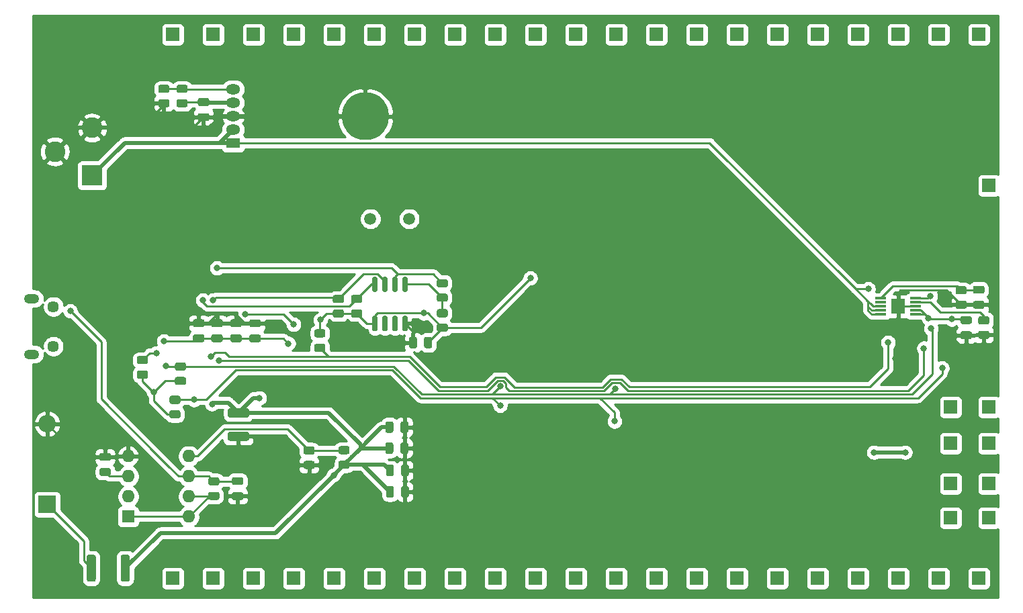
<source format=gbr>
%TF.GenerationSoftware,KiCad,Pcbnew,(5.1.7)-1*%
%TF.CreationDate,2020-11-09T16:27:57-06:00*%
%TF.ProjectId,MCU breakout board,4d435520-6272-4656-916b-6f757420626f,rev?*%
%TF.SameCoordinates,Original*%
%TF.FileFunction,Copper,L2,Bot*%
%TF.FilePolarity,Positive*%
%FSLAX46Y46*%
G04 Gerber Fmt 4.6, Leading zero omitted, Abs format (unit mm)*
G04 Created by KiCad (PCBNEW (5.1.7)-1) date 2020-11-09 16:27:57*
%MOMM*%
%LPD*%
G01*
G04 APERTURE LIST*
%TA.AperFunction,ComponentPad*%
%ADD10R,1.700000X1.700000*%
%TD*%
%TA.AperFunction,ComponentPad*%
%ADD11R,1.600000X1.600000*%
%TD*%
%TA.AperFunction,ComponentPad*%
%ADD12O,1.600000X1.600000*%
%TD*%
%TA.AperFunction,ComponentPad*%
%ADD13R,2.200000X2.200000*%
%TD*%
%TA.AperFunction,ComponentPad*%
%ADD14O,2.200000X2.200000*%
%TD*%
%TA.AperFunction,SMDPad,CuDef*%
%ADD15R,1.425000X0.300000*%
%TD*%
%TA.AperFunction,SMDPad,CuDef*%
%ADD16R,1.680000X1.880000*%
%TD*%
%TA.AperFunction,ComponentPad*%
%ADD17R,2.600000X2.600000*%
%TD*%
%TA.AperFunction,ComponentPad*%
%ADD18C,2.600000*%
%TD*%
%TA.AperFunction,ComponentPad*%
%ADD19C,1.450000*%
%TD*%
%TA.AperFunction,ComponentPad*%
%ADD20O,1.900000X1.200000*%
%TD*%
%TA.AperFunction,ComponentPad*%
%ADD21C,1.500000*%
%TD*%
%TA.AperFunction,ComponentPad*%
%ADD22O,6.000000X6.000000*%
%TD*%
%TA.AperFunction,ComponentPad*%
%ADD23R,1.800000X1.275000*%
%TD*%
%TA.AperFunction,ComponentPad*%
%ADD24O,1.800000X1.275000*%
%TD*%
%TA.AperFunction,ViaPad*%
%ADD25C,0.800000*%
%TD*%
%TA.AperFunction,Conductor*%
%ADD26C,0.250000*%
%TD*%
%TA.AperFunction,Conductor*%
%ADD27C,0.500000*%
%TD*%
%TA.AperFunction,Conductor*%
%ADD28C,0.254000*%
%TD*%
%TA.AperFunction,Conductor*%
%ADD29C,0.100000*%
%TD*%
G04 APERTURE END LIST*
D10*
%TO.P,P2,1*%
%TO.N,Net-(IC6-Pad7)*%
X169164000Y-144780000D03*
%TD*%
D11*
%TO.P,U2,1*%
%TO.N,Net-(R4-Pad1)*%
X65510000Y-144630000D03*
D12*
%TO.P,U2,5*%
%TO.N,Net-(R7-Pad2)*%
X73130000Y-137010000D03*
%TO.P,U2,2*%
%TO.N,Net-(D1-Pad1)*%
X65510000Y-142090000D03*
%TO.P,U2,6*%
%TO.N,VBus*%
X73130000Y-139550000D03*
%TO.P,U2,3*%
%TO.N,Net-(C12-Pad2)*%
X65510000Y-139550000D03*
%TO.P,U2,7*%
%TO.N,Net-(R4-Pad1)*%
X73130000Y-142090000D03*
%TO.P,U2,4*%
%TO.N,AnalogGround*%
X65510000Y-137010000D03*
%TO.P,U2,8*%
%TO.N,Net-(R4-Pad1)*%
X73130000Y-144630000D03*
%TD*%
%TO.P,C1,2*%
%TO.N,AnalogGround*%
%TA.AperFunction,SMDPad,CuDef*%
G36*
G01*
X79575000Y-120740000D02*
X78625000Y-120740000D01*
G75*
G02*
X78375000Y-120490000I0J250000D01*
G01*
X78375000Y-119990000D01*
G75*
G02*
X78625000Y-119740000I250000J0D01*
G01*
X79575000Y-119740000D01*
G75*
G02*
X79825000Y-119990000I0J-250000D01*
G01*
X79825000Y-120490000D01*
G75*
G02*
X79575000Y-120740000I-250000J0D01*
G01*
G37*
%TD.AperFunction*%
%TO.P,C1,1*%
%TO.N,1.8V*%
%TA.AperFunction,SMDPad,CuDef*%
G36*
G01*
X79575000Y-122640000D02*
X78625000Y-122640000D01*
G75*
G02*
X78375000Y-122390000I0J250000D01*
G01*
X78375000Y-121890000D01*
G75*
G02*
X78625000Y-121640000I250000J0D01*
G01*
X79575000Y-121640000D01*
G75*
G02*
X79825000Y-121890000I0J-250000D01*
G01*
X79825000Y-122390000D01*
G75*
G02*
X79575000Y-122640000I-250000J0D01*
G01*
G37*
%TD.AperFunction*%
%TD*%
%TO.P,C2,2*%
%TO.N,AnalogGround*%
%TA.AperFunction,SMDPad,CuDef*%
G36*
G01*
X81975000Y-120750000D02*
X81025000Y-120750000D01*
G75*
G02*
X80775000Y-120500000I0J250000D01*
G01*
X80775000Y-120000000D01*
G75*
G02*
X81025000Y-119750000I250000J0D01*
G01*
X81975000Y-119750000D01*
G75*
G02*
X82225000Y-120000000I0J-250000D01*
G01*
X82225000Y-120500000D01*
G75*
G02*
X81975000Y-120750000I-250000J0D01*
G01*
G37*
%TD.AperFunction*%
%TO.P,C2,1*%
%TO.N,1.8V*%
%TA.AperFunction,SMDPad,CuDef*%
G36*
G01*
X81975000Y-122650000D02*
X81025000Y-122650000D01*
G75*
G02*
X80775000Y-122400000I0J250000D01*
G01*
X80775000Y-121900000D01*
G75*
G02*
X81025000Y-121650000I250000J0D01*
G01*
X81975000Y-121650000D01*
G75*
G02*
X82225000Y-121900000I0J-250000D01*
G01*
X82225000Y-122400000D01*
G75*
G02*
X81975000Y-122650000I-250000J0D01*
G01*
G37*
%TD.AperFunction*%
%TD*%
%TO.P,C3,1*%
%TO.N,AnalogGround*%
%TA.AperFunction,SMDPad,CuDef*%
G36*
G01*
X171610000Y-122250000D02*
X170660000Y-122250000D01*
G75*
G02*
X170410000Y-122000000I0J250000D01*
G01*
X170410000Y-121500000D01*
G75*
G02*
X170660000Y-121250000I250000J0D01*
G01*
X171610000Y-121250000D01*
G75*
G02*
X171860000Y-121500000I0J-250000D01*
G01*
X171860000Y-122000000D01*
G75*
G02*
X171610000Y-122250000I-250000J0D01*
G01*
G37*
%TD.AperFunction*%
%TO.P,C3,2*%
%TO.N,Analog3.3V*%
%TA.AperFunction,SMDPad,CuDef*%
G36*
G01*
X171610000Y-120350000D02*
X170660000Y-120350000D01*
G75*
G02*
X170410000Y-120100000I0J250000D01*
G01*
X170410000Y-119600000D01*
G75*
G02*
X170660000Y-119350000I250000J0D01*
G01*
X171610000Y-119350000D01*
G75*
G02*
X171860000Y-119600000I0J-250000D01*
G01*
X171860000Y-120100000D01*
G75*
G02*
X171610000Y-120350000I-250000J0D01*
G01*
G37*
%TD.AperFunction*%
%TD*%
%TO.P,C4,1*%
%TO.N,1.8V*%
%TA.AperFunction,SMDPad,CuDef*%
G36*
G01*
X77175000Y-122640000D02*
X76225000Y-122640000D01*
G75*
G02*
X75975000Y-122390000I0J250000D01*
G01*
X75975000Y-121890000D01*
G75*
G02*
X76225000Y-121640000I250000J0D01*
G01*
X77175000Y-121640000D01*
G75*
G02*
X77425000Y-121890000I0J-250000D01*
G01*
X77425000Y-122390000D01*
G75*
G02*
X77175000Y-122640000I-250000J0D01*
G01*
G37*
%TD.AperFunction*%
%TO.P,C4,2*%
%TO.N,AnalogGround*%
%TA.AperFunction,SMDPad,CuDef*%
G36*
G01*
X77175000Y-120740000D02*
X76225000Y-120740000D01*
G75*
G02*
X75975000Y-120490000I0J250000D01*
G01*
X75975000Y-119990000D01*
G75*
G02*
X76225000Y-119740000I250000J0D01*
G01*
X77175000Y-119740000D01*
G75*
G02*
X77425000Y-119990000I0J-250000D01*
G01*
X77425000Y-120490000D01*
G75*
G02*
X77175000Y-120740000I-250000J0D01*
G01*
G37*
%TD.AperFunction*%
%TD*%
%TO.P,C5,2*%
%TO.N,AnalogGround*%
%TA.AperFunction,SMDPad,CuDef*%
G36*
G01*
X74875000Y-120740000D02*
X73925000Y-120740000D01*
G75*
G02*
X73675000Y-120490000I0J250000D01*
G01*
X73675000Y-119990000D01*
G75*
G02*
X73925000Y-119740000I250000J0D01*
G01*
X74875000Y-119740000D01*
G75*
G02*
X75125000Y-119990000I0J-250000D01*
G01*
X75125000Y-120490000D01*
G75*
G02*
X74875000Y-120740000I-250000J0D01*
G01*
G37*
%TD.AperFunction*%
%TO.P,C5,1*%
%TO.N,1.8V*%
%TA.AperFunction,SMDPad,CuDef*%
G36*
G01*
X74875000Y-122640000D02*
X73925000Y-122640000D01*
G75*
G02*
X73675000Y-122390000I0J250000D01*
G01*
X73675000Y-121890000D01*
G75*
G02*
X73925000Y-121640000I250000J0D01*
G01*
X74875000Y-121640000D01*
G75*
G02*
X75125000Y-121890000I0J-250000D01*
G01*
X75125000Y-122390000D01*
G75*
G02*
X74875000Y-122640000I-250000J0D01*
G01*
G37*
%TD.AperFunction*%
%TD*%
%TO.P,C8,1*%
%TO.N,3.3V*%
%TA.AperFunction,SMDPad,CuDef*%
G36*
G01*
X103812000Y-122207000D02*
X103812000Y-123157000D01*
G75*
G02*
X103562000Y-123407000I-250000J0D01*
G01*
X103062000Y-123407000D01*
G75*
G02*
X102812000Y-123157000I0J250000D01*
G01*
X102812000Y-122207000D01*
G75*
G02*
X103062000Y-121957000I250000J0D01*
G01*
X103562000Y-121957000D01*
G75*
G02*
X103812000Y-122207000I0J-250000D01*
G01*
G37*
%TD.AperFunction*%
%TO.P,C8,2*%
%TO.N,AnalogGround*%
%TA.AperFunction,SMDPad,CuDef*%
G36*
G01*
X101912000Y-122207000D02*
X101912000Y-123157000D01*
G75*
G02*
X101662000Y-123407000I-250000J0D01*
G01*
X101162000Y-123407000D01*
G75*
G02*
X100912000Y-123157000I0J250000D01*
G01*
X100912000Y-122207000D01*
G75*
G02*
X101162000Y-121957000I250000J0D01*
G01*
X101662000Y-121957000D01*
G75*
G02*
X101912000Y-122207000I0J-250000D01*
G01*
G37*
%TD.AperFunction*%
%TD*%
%TO.P,C9,1*%
%TO.N,VBus*%
%TA.AperFunction,SMDPad,CuDef*%
G36*
G01*
X78825000Y-139650000D02*
X79775000Y-139650000D01*
G75*
G02*
X80025000Y-139900000I0J-250000D01*
G01*
X80025000Y-140400000D01*
G75*
G02*
X79775000Y-140650000I-250000J0D01*
G01*
X78825000Y-140650000D01*
G75*
G02*
X78575000Y-140400000I0J250000D01*
G01*
X78575000Y-139900000D01*
G75*
G02*
X78825000Y-139650000I250000J0D01*
G01*
G37*
%TD.AperFunction*%
%TO.P,C9,2*%
%TO.N,AnalogGround*%
%TA.AperFunction,SMDPad,CuDef*%
G36*
G01*
X78825000Y-141550000D02*
X79775000Y-141550000D01*
G75*
G02*
X80025000Y-141800000I0J-250000D01*
G01*
X80025000Y-142300000D01*
G75*
G02*
X79775000Y-142550000I-250000J0D01*
G01*
X78825000Y-142550000D01*
G75*
G02*
X78575000Y-142300000I0J250000D01*
G01*
X78575000Y-141800000D01*
G75*
G02*
X78825000Y-141550000I250000J0D01*
G01*
G37*
%TD.AperFunction*%
%TD*%
%TO.P,C10,1*%
%TO.N,Net-(C10-Pad1)*%
%TA.AperFunction,SMDPad,CuDef*%
G36*
G01*
X172245000Y-115520000D02*
X173195000Y-115520000D01*
G75*
G02*
X173445000Y-115770000I0J-250000D01*
G01*
X173445000Y-116270000D01*
G75*
G02*
X173195000Y-116520000I-250000J0D01*
G01*
X172245000Y-116520000D01*
G75*
G02*
X171995000Y-116270000I0J250000D01*
G01*
X171995000Y-115770000D01*
G75*
G02*
X172245000Y-115520000I250000J0D01*
G01*
G37*
%TD.AperFunction*%
%TO.P,C10,2*%
%TO.N,AnalogGround*%
%TA.AperFunction,SMDPad,CuDef*%
G36*
G01*
X172245000Y-117420000D02*
X173195000Y-117420000D01*
G75*
G02*
X173445000Y-117670000I0J-250000D01*
G01*
X173445000Y-118170000D01*
G75*
G02*
X173195000Y-118420000I-250000J0D01*
G01*
X172245000Y-118420000D01*
G75*
G02*
X171995000Y-118170000I0J250000D01*
G01*
X171995000Y-117670000D01*
G75*
G02*
X172245000Y-117420000I250000J0D01*
G01*
G37*
%TD.AperFunction*%
%TD*%
%TO.P,C11,1*%
%TO.N,3.3V*%
%TA.AperFunction,SMDPad,CuDef*%
G36*
G01*
X78299999Y-130975000D02*
X80500001Y-130975000D01*
G75*
G02*
X80750000Y-131224999I0J-249999D01*
G01*
X80750000Y-131875001D01*
G75*
G02*
X80500001Y-132125000I-249999J0D01*
G01*
X78299999Y-132125000D01*
G75*
G02*
X78050000Y-131875001I0J249999D01*
G01*
X78050000Y-131224999D01*
G75*
G02*
X78299999Y-130975000I249999J0D01*
G01*
G37*
%TD.AperFunction*%
%TO.P,C11,2*%
%TO.N,AnalogGround*%
%TA.AperFunction,SMDPad,CuDef*%
G36*
G01*
X78299999Y-133925000D02*
X80500001Y-133925000D01*
G75*
G02*
X80750000Y-134174999I0J-249999D01*
G01*
X80750000Y-134825001D01*
G75*
G02*
X80500001Y-135075000I-249999J0D01*
G01*
X78299999Y-135075000D01*
G75*
G02*
X78050000Y-134825001I0J249999D01*
G01*
X78050000Y-134174999D01*
G75*
G02*
X78299999Y-133925000I249999J0D01*
G01*
G37*
%TD.AperFunction*%
%TD*%
%TO.P,C12,2*%
%TO.N,Net-(C12-Pad2)*%
%TA.AperFunction,SMDPad,CuDef*%
G36*
G01*
X62125000Y-138500000D02*
X63075000Y-138500000D01*
G75*
G02*
X63325000Y-138750000I0J-250000D01*
G01*
X63325000Y-139250000D01*
G75*
G02*
X63075000Y-139500000I-250000J0D01*
G01*
X62125000Y-139500000D01*
G75*
G02*
X61875000Y-139250000I0J250000D01*
G01*
X61875000Y-138750000D01*
G75*
G02*
X62125000Y-138500000I250000J0D01*
G01*
G37*
%TD.AperFunction*%
%TO.P,C12,1*%
%TO.N,AnalogGround*%
%TA.AperFunction,SMDPad,CuDef*%
G36*
G01*
X62125000Y-136600000D02*
X63075000Y-136600000D01*
G75*
G02*
X63325000Y-136850000I0J-250000D01*
G01*
X63325000Y-137350000D01*
G75*
G02*
X63075000Y-137600000I-250000J0D01*
G01*
X62125000Y-137600000D01*
G75*
G02*
X61875000Y-137350000I0J250000D01*
G01*
X61875000Y-136850000D01*
G75*
G02*
X62125000Y-136600000I250000J0D01*
G01*
G37*
%TD.AperFunction*%
%TD*%
%TO.P,C14,1*%
%TO.N,4V*%
%TA.AperFunction,SMDPad,CuDef*%
G36*
G01*
X74525000Y-91850000D02*
X75475000Y-91850000D01*
G75*
G02*
X75725000Y-92100000I0J-250000D01*
G01*
X75725000Y-92600000D01*
G75*
G02*
X75475000Y-92850000I-250000J0D01*
G01*
X74525000Y-92850000D01*
G75*
G02*
X74275000Y-92600000I0J250000D01*
G01*
X74275000Y-92100000D01*
G75*
G02*
X74525000Y-91850000I250000J0D01*
G01*
G37*
%TD.AperFunction*%
%TO.P,C14,2*%
%TO.N,AnalogGround*%
%TA.AperFunction,SMDPad,CuDef*%
G36*
G01*
X74525000Y-93750000D02*
X75475000Y-93750000D01*
G75*
G02*
X75725000Y-94000000I0J-250000D01*
G01*
X75725000Y-94500000D01*
G75*
G02*
X75475000Y-94750000I-250000J0D01*
G01*
X74525000Y-94750000D01*
G75*
G02*
X74275000Y-94500000I0J250000D01*
G01*
X74275000Y-94000000D01*
G75*
G02*
X74525000Y-93750000I250000J0D01*
G01*
G37*
%TD.AperFunction*%
%TD*%
%TO.P,C17,1*%
%TO.N,3.3V*%
%TA.AperFunction,SMDPad,CuDef*%
G36*
G01*
X97930000Y-133825000D02*
X97930000Y-132875000D01*
G75*
G02*
X98180000Y-132625000I250000J0D01*
G01*
X98680000Y-132625000D01*
G75*
G02*
X98930000Y-132875000I0J-250000D01*
G01*
X98930000Y-133825000D01*
G75*
G02*
X98680000Y-134075000I-250000J0D01*
G01*
X98180000Y-134075000D01*
G75*
G02*
X97930000Y-133825000I0J250000D01*
G01*
G37*
%TD.AperFunction*%
%TO.P,C17,2*%
%TO.N,AnalogGround*%
%TA.AperFunction,SMDPad,CuDef*%
G36*
G01*
X99830000Y-133825000D02*
X99830000Y-132875000D01*
G75*
G02*
X100080000Y-132625000I250000J0D01*
G01*
X100580000Y-132625000D01*
G75*
G02*
X100830000Y-132875000I0J-250000D01*
G01*
X100830000Y-133825000D01*
G75*
G02*
X100580000Y-134075000I-250000J0D01*
G01*
X100080000Y-134075000D01*
G75*
G02*
X99830000Y-133825000I0J250000D01*
G01*
G37*
%TD.AperFunction*%
%TD*%
%TO.P,C18,2*%
%TO.N,AnalogGround*%
%TA.AperFunction,SMDPad,CuDef*%
G36*
G01*
X99830000Y-136475000D02*
X99830000Y-135525000D01*
G75*
G02*
X100080000Y-135275000I250000J0D01*
G01*
X100580000Y-135275000D01*
G75*
G02*
X100830000Y-135525000I0J-250000D01*
G01*
X100830000Y-136475000D01*
G75*
G02*
X100580000Y-136725000I-250000J0D01*
G01*
X100080000Y-136725000D01*
G75*
G02*
X99830000Y-136475000I0J250000D01*
G01*
G37*
%TD.AperFunction*%
%TO.P,C18,1*%
%TO.N,3.3V*%
%TA.AperFunction,SMDPad,CuDef*%
G36*
G01*
X97930000Y-136475000D02*
X97930000Y-135525000D01*
G75*
G02*
X98180000Y-135275000I250000J0D01*
G01*
X98680000Y-135275000D01*
G75*
G02*
X98930000Y-135525000I0J-250000D01*
G01*
X98930000Y-136475000D01*
G75*
G02*
X98680000Y-136725000I-250000J0D01*
G01*
X98180000Y-136725000D01*
G75*
G02*
X97930000Y-136475000I0J250000D01*
G01*
G37*
%TD.AperFunction*%
%TD*%
%TO.P,C19,1*%
%TO.N,3.3V*%
%TA.AperFunction,SMDPad,CuDef*%
G36*
G01*
X98000000Y-139275000D02*
X98000000Y-138325000D01*
G75*
G02*
X98250000Y-138075000I250000J0D01*
G01*
X98750000Y-138075000D01*
G75*
G02*
X99000000Y-138325000I0J-250000D01*
G01*
X99000000Y-139275000D01*
G75*
G02*
X98750000Y-139525000I-250000J0D01*
G01*
X98250000Y-139525000D01*
G75*
G02*
X98000000Y-139275000I0J250000D01*
G01*
G37*
%TD.AperFunction*%
%TO.P,C19,2*%
%TO.N,AnalogGround*%
%TA.AperFunction,SMDPad,CuDef*%
G36*
G01*
X99900000Y-139275000D02*
X99900000Y-138325000D01*
G75*
G02*
X100150000Y-138075000I250000J0D01*
G01*
X100650000Y-138075000D01*
G75*
G02*
X100900000Y-138325000I0J-250000D01*
G01*
X100900000Y-139275000D01*
G75*
G02*
X100650000Y-139525000I-250000J0D01*
G01*
X100150000Y-139525000D01*
G75*
G02*
X99900000Y-139275000I0J250000D01*
G01*
G37*
%TD.AperFunction*%
%TD*%
%TO.P,C20,2*%
%TO.N,AnalogGround*%
%TA.AperFunction,SMDPad,CuDef*%
G36*
G01*
X99900000Y-141975000D02*
X99900000Y-141025000D01*
G75*
G02*
X100150000Y-140775000I250000J0D01*
G01*
X100650000Y-140775000D01*
G75*
G02*
X100900000Y-141025000I0J-250000D01*
G01*
X100900000Y-141975000D01*
G75*
G02*
X100650000Y-142225000I-250000J0D01*
G01*
X100150000Y-142225000D01*
G75*
G02*
X99900000Y-141975000I0J250000D01*
G01*
G37*
%TD.AperFunction*%
%TO.P,C20,1*%
%TO.N,3.3V*%
%TA.AperFunction,SMDPad,CuDef*%
G36*
G01*
X98000000Y-141975000D02*
X98000000Y-141025000D01*
G75*
G02*
X98250000Y-140775000I250000J0D01*
G01*
X98750000Y-140775000D01*
G75*
G02*
X99000000Y-141025000I0J-250000D01*
G01*
X99000000Y-141975000D01*
G75*
G02*
X98750000Y-142225000I-250000J0D01*
G01*
X98250000Y-142225000D01*
G75*
G02*
X98000000Y-141975000I0J250000D01*
G01*
G37*
%TD.AperFunction*%
%TD*%
D13*
%TO.P,D1,1*%
%TO.N,Net-(D1-Pad1)*%
X55300000Y-143100000D03*
D14*
%TO.P,D1,2*%
%TO.N,AnalogGround*%
X55300000Y-132940000D03*
%TD*%
D15*
%TO.P,IC1,1*%
%TO.N,ExtPower*%
X160348000Y-119110000D03*
%TO.P,IC1,2*%
X160348000Y-118610000D03*
%TO.P,IC1,3*%
X160348000Y-118110000D03*
%TO.P,IC1,4*%
%TO.N,Net-(IC1-Pad4)*%
X160348000Y-117610000D03*
%TO.P,IC1,5*%
%TO.N,Net-(C10-Pad1)*%
X160348000Y-117110000D03*
%TO.P,IC1,6*%
%TO.N,ExtPower*%
X164772000Y-117110000D03*
%TO.P,IC1,7*%
%TO.N,Net-(IC1-Pad7)*%
X164772000Y-117610000D03*
%TO.P,IC1,8*%
%TO.N,AnalogGround*%
X164772000Y-118110000D03*
%TO.P,IC1,9*%
%TO.N,Analog3.3V*%
X164772000Y-118610000D03*
%TO.P,IC1,10*%
X164772000Y-119110000D03*
D16*
%TO.P,IC1,11*%
%TO.N,AnalogGround*%
X162560000Y-118110000D03*
%TD*%
D17*
%TO.P,J1,1*%
%TO.N,ExtPower*%
X60960000Y-101600000D03*
D18*
%TO.P,J1,2*%
%TO.N,AnalogGround*%
X60960000Y-95600000D03*
%TO.P,J1,3*%
X56260000Y-98600000D03*
%TD*%
D19*
%TO.P,J2,6*%
%TO.N,Net-(J2-Pad6)*%
X56072500Y-118150000D03*
X56072500Y-123150000D03*
D20*
X53372500Y-117150000D03*
X53372500Y-124150000D03*
%TD*%
D10*
%TO.P,P3,1*%
%TO.N,Net-(IC5-Pad33)*%
X111760000Y-152400000D03*
%TD*%
%TO.P,P4,1*%
%TO.N,Net-(IC5-Pad32)*%
X106680000Y-152400000D03*
%TD*%
%TO.P,P5,1*%
%TO.N,Net-(IC5-Pad23)*%
X71120000Y-152400000D03*
%TD*%
%TO.P,P6,1*%
%TO.N,Net-(IC5-Pad24)*%
X76200000Y-152400000D03*
%TD*%
%TO.P,P7,1*%
%TO.N,Net-(IC5-Pad26)*%
X81280000Y-152400000D03*
%TD*%
%TO.P,P8,1*%
%TO.N,Net-(IC5-Pad27)*%
X86360000Y-152400000D03*
%TD*%
%TO.P,P9,1*%
%TO.N,Net-(IC5-Pad28)*%
X91440000Y-152400000D03*
%TD*%
%TO.P,P10,1*%
%TO.N,Net-(IC5-Pad29)*%
X96520000Y-152400000D03*
%TD*%
%TO.P,P11,1*%
%TO.N,Net-(IC5-Pad30)*%
X101600000Y-152400000D03*
%TD*%
%TO.P,P13,1*%
%TO.N,Net-(IC7-Pad1)*%
X162560000Y-152400000D03*
%TD*%
%TO.P,P15,1*%
%TO.N,Net-(IC7-Pad3)*%
X172720000Y-152400000D03*
%TD*%
%TO.P,P16,1*%
%TO.N,Net-(IC7-Pad4)*%
X172720000Y-83820000D03*
%TD*%
%TO.P,P17,1*%
%TO.N,Net-(IC7-Pad5)*%
X167640000Y-83820000D03*
%TD*%
%TO.P,P18,1*%
%TO.N,Net-(IC7-Pad6)*%
X162560000Y-83820000D03*
%TD*%
%TO.P,P19,1*%
%TO.N,Net-(IC7-Pad28)*%
X157480000Y-152400000D03*
%TD*%
%TO.P,P20,1*%
%TO.N,Net-(IC7-Pad7)*%
X157480000Y-83820000D03*
%TD*%
%TO.P,P21,1*%
%TO.N,Net-(IC7-Pad27)*%
X152400000Y-152400000D03*
%TD*%
%TO.P,P22,1*%
%TO.N,Net-(IC7-Pad8)*%
X152400000Y-83820000D03*
%TD*%
%TO.P,P23,1*%
%TO.N,Net-(IC7-Pad26)*%
X147320000Y-152400000D03*
%TD*%
%TO.P,P24,1*%
%TO.N,Net-(IC7-Pad25)*%
X142240000Y-152400000D03*
%TD*%
%TO.P,P25,1*%
%TO.N,Net-(IC7-Pad24)*%
X137160000Y-152400000D03*
%TD*%
%TO.P,P26,1*%
%TO.N,Net-(IC7-Pad23)*%
X132080000Y-152400000D03*
%TD*%
%TO.P,P27,1*%
%TO.N,Net-(IC7-Pad22)*%
X127000000Y-152400000D03*
%TD*%
%TO.P,P28,1*%
%TO.N,Net-(IC7-Pad21)*%
X121920000Y-152400000D03*
%TD*%
%TO.P,P29,1*%
%TO.N,Net-(IC8-Pad1)*%
X106680000Y-83820000D03*
%TD*%
%TO.P,P30,1*%
%TO.N,Net-(IC8-Pad2)*%
X101600000Y-83820000D03*
%TD*%
%TO.P,P31,1*%
%TO.N,Net-(IC8-Pad3)*%
X96520000Y-83820000D03*
%TD*%
%TO.P,P32,1*%
%TO.N,Net-(IC8-Pad4)*%
X91440000Y-83820000D03*
%TD*%
%TO.P,P33,1*%
%TO.N,Net-(IC8-Pad5)*%
X86360000Y-83820000D03*
%TD*%
%TO.P,P34,1*%
%TO.N,Net-(IC8-Pad6)*%
X81280000Y-83820000D03*
%TD*%
%TO.P,P35,1*%
%TO.N,Net-(IC8-Pad28)*%
X111760000Y-83820000D03*
%TD*%
%TO.P,P36,1*%
%TO.N,Net-(IC8-Pad7)*%
X76200000Y-83820000D03*
%TD*%
%TO.P,P37,1*%
%TO.N,Net-(IC8-Pad27)*%
X116840000Y-83820000D03*
%TD*%
%TO.P,P38,1*%
%TO.N,Net-(IC8-Pad8)*%
X71120000Y-83820000D03*
%TD*%
%TO.P,P39,1*%
%TO.N,Net-(IC8-Pad26)*%
X121920000Y-83820000D03*
%TD*%
%TO.P,P40,1*%
%TO.N,Net-(IC8-Pad25)*%
X127000000Y-83820000D03*
%TD*%
%TO.P,P41,1*%
%TO.N,Net-(IC8-Pad24)*%
X132080000Y-83820000D03*
%TD*%
%TO.P,P42,1*%
%TO.N,Net-(IC8-Pad23)*%
X137160000Y-83820000D03*
%TD*%
%TO.P,P43,1*%
%TO.N,Net-(IC8-Pad22)*%
X142240000Y-83820000D03*
%TD*%
%TO.P,P44,1*%
%TO.N,Net-(IC8-Pad21)*%
X147320000Y-83820000D03*
%TD*%
%TO.P,R1,2*%
%TO.N,3.3V*%
%TA.AperFunction,SMDPad,CuDef*%
G36*
G01*
X93849999Y-118500000D02*
X94750001Y-118500000D01*
G75*
G02*
X95000000Y-118749999I0J-249999D01*
G01*
X95000000Y-119275001D01*
G75*
G02*
X94750001Y-119525000I-249999J0D01*
G01*
X93849999Y-119525000D01*
G75*
G02*
X93600000Y-119275001I0J249999D01*
G01*
X93600000Y-118749999D01*
G75*
G02*
X93849999Y-118500000I249999J0D01*
G01*
G37*
%TD.AperFunction*%
%TO.P,R1,1*%
%TO.N,ROM_CS*%
%TA.AperFunction,SMDPad,CuDef*%
G36*
G01*
X93849999Y-116675000D02*
X94750001Y-116675000D01*
G75*
G02*
X95000000Y-116924999I0J-249999D01*
G01*
X95000000Y-117450001D01*
G75*
G02*
X94750001Y-117700000I-249999J0D01*
G01*
X93849999Y-117700000D01*
G75*
G02*
X93600000Y-117450001I0J249999D01*
G01*
X93600000Y-116924999D01*
G75*
G02*
X93849999Y-116675000I249999J0D01*
G01*
G37*
%TD.AperFunction*%
%TD*%
%TO.P,R3,1*%
%TO.N,Net-(IC1-Pad7)*%
%TA.AperFunction,SMDPad,CuDef*%
G36*
G01*
X172904999Y-119372500D02*
X173805001Y-119372500D01*
G75*
G02*
X174055000Y-119622499I0J-249999D01*
G01*
X174055000Y-120147501D01*
G75*
G02*
X173805001Y-120397500I-249999J0D01*
G01*
X172904999Y-120397500D01*
G75*
G02*
X172655000Y-120147501I0J249999D01*
G01*
X172655000Y-119622499D01*
G75*
G02*
X172904999Y-119372500I249999J0D01*
G01*
G37*
%TD.AperFunction*%
%TO.P,R3,2*%
%TO.N,AnalogGround*%
%TA.AperFunction,SMDPad,CuDef*%
G36*
G01*
X172904999Y-121197500D02*
X173805001Y-121197500D01*
G75*
G02*
X174055000Y-121447499I0J-249999D01*
G01*
X174055000Y-121972501D01*
G75*
G02*
X173805001Y-122222500I-249999J0D01*
G01*
X172904999Y-122222500D01*
G75*
G02*
X172655000Y-121972501I0J249999D01*
G01*
X172655000Y-121447499D01*
G75*
G02*
X172904999Y-121197500I249999J0D01*
G01*
G37*
%TD.AperFunction*%
%TD*%
%TO.P,R4,1*%
%TO.N,Net-(R4-Pad1)*%
%TA.AperFunction,SMDPad,CuDef*%
G36*
G01*
X76750001Y-142525000D02*
X75849999Y-142525000D01*
G75*
G02*
X75600000Y-142275001I0J249999D01*
G01*
X75600000Y-141749999D01*
G75*
G02*
X75849999Y-141500000I249999J0D01*
G01*
X76750001Y-141500000D01*
G75*
G02*
X77000000Y-141749999I0J-249999D01*
G01*
X77000000Y-142275001D01*
G75*
G02*
X76750001Y-142525000I-249999J0D01*
G01*
G37*
%TD.AperFunction*%
%TO.P,R4,2*%
%TO.N,VBus*%
%TA.AperFunction,SMDPad,CuDef*%
G36*
G01*
X76750001Y-140700000D02*
X75849999Y-140700000D01*
G75*
G02*
X75600000Y-140450001I0J249999D01*
G01*
X75600000Y-139924999D01*
G75*
G02*
X75849999Y-139675000I249999J0D01*
G01*
X76750001Y-139675000D01*
G75*
G02*
X77000000Y-139924999I0J-249999D01*
G01*
X77000000Y-140450001D01*
G75*
G02*
X76750001Y-140700000I-249999J0D01*
G01*
G37*
%TD.AperFunction*%
%TD*%
%TO.P,R5,1*%
%TO.N,Net-(R5-Pad1)*%
%TA.AperFunction,SMDPad,CuDef*%
G36*
G01*
X104649999Y-118462500D02*
X105550001Y-118462500D01*
G75*
G02*
X105800000Y-118712499I0J-249999D01*
G01*
X105800000Y-119237501D01*
G75*
G02*
X105550001Y-119487500I-249999J0D01*
G01*
X104649999Y-119487500D01*
G75*
G02*
X104400000Y-119237501I0J249999D01*
G01*
X104400000Y-118712499D01*
G75*
G02*
X104649999Y-118462500I249999J0D01*
G01*
G37*
%TD.AperFunction*%
%TO.P,R5,2*%
%TO.N,3.3V*%
%TA.AperFunction,SMDPad,CuDef*%
G36*
G01*
X104649999Y-120287500D02*
X105550001Y-120287500D01*
G75*
G02*
X105800000Y-120537499I0J-249999D01*
G01*
X105800000Y-121062501D01*
G75*
G02*
X105550001Y-121312500I-249999J0D01*
G01*
X104649999Y-121312500D01*
G75*
G02*
X104400000Y-121062501I0J249999D01*
G01*
X104400000Y-120537499D01*
G75*
G02*
X104649999Y-120287500I249999J0D01*
G01*
G37*
%TD.AperFunction*%
%TD*%
%TO.P,R6,2*%
%TO.N,3.3V*%
%TA.AperFunction,SMDPad,CuDef*%
G36*
G01*
X91549999Y-118500000D02*
X92450001Y-118500000D01*
G75*
G02*
X92700000Y-118749999I0J-249999D01*
G01*
X92700000Y-119275001D01*
G75*
G02*
X92450001Y-119525000I-249999J0D01*
G01*
X91549999Y-119525000D01*
G75*
G02*
X91300000Y-119275001I0J249999D01*
G01*
X91300000Y-118749999D01*
G75*
G02*
X91549999Y-118500000I249999J0D01*
G01*
G37*
%TD.AperFunction*%
%TO.P,R6,1*%
%TO.N,ROM_CLK*%
%TA.AperFunction,SMDPad,CuDef*%
G36*
G01*
X91549999Y-116675000D02*
X92450001Y-116675000D01*
G75*
G02*
X92700000Y-116924999I0J-249999D01*
G01*
X92700000Y-117450001D01*
G75*
G02*
X92450001Y-117700000I-249999J0D01*
G01*
X91549999Y-117700000D01*
G75*
G02*
X91300000Y-117450001I0J249999D01*
G01*
X91300000Y-116924999D01*
G75*
G02*
X91549999Y-116675000I249999J0D01*
G01*
G37*
%TD.AperFunction*%
%TD*%
%TO.P,R7,1*%
%TO.N,3.3V*%
%TA.AperFunction,SMDPad,CuDef*%
G36*
G01*
X93160001Y-138585000D02*
X92259999Y-138585000D01*
G75*
G02*
X92010000Y-138335001I0J249999D01*
G01*
X92010000Y-137809999D01*
G75*
G02*
X92259999Y-137560000I249999J0D01*
G01*
X93160001Y-137560000D01*
G75*
G02*
X93410000Y-137809999I0J-249999D01*
G01*
X93410000Y-138335001D01*
G75*
G02*
X93160001Y-138585000I-249999J0D01*
G01*
G37*
%TD.AperFunction*%
%TO.P,R7,2*%
%TO.N,Net-(R7-Pad2)*%
%TA.AperFunction,SMDPad,CuDef*%
G36*
G01*
X93160001Y-136760000D02*
X92259999Y-136760000D01*
G75*
G02*
X92010000Y-136510001I0J249999D01*
G01*
X92010000Y-135984999D01*
G75*
G02*
X92259999Y-135735000I249999J0D01*
G01*
X93160001Y-135735000D01*
G75*
G02*
X93410000Y-135984999I0J-249999D01*
G01*
X93410000Y-136510001D01*
G75*
G02*
X93160001Y-136760000I-249999J0D01*
G01*
G37*
%TD.AperFunction*%
%TD*%
%TO.P,R8,2*%
%TO.N,Net-(R5-Pad1)*%
%TA.AperFunction,SMDPad,CuDef*%
G36*
G01*
X104649999Y-116512500D02*
X105550001Y-116512500D01*
G75*
G02*
X105800000Y-116762499I0J-249999D01*
G01*
X105800000Y-117287501D01*
G75*
G02*
X105550001Y-117537500I-249999J0D01*
G01*
X104649999Y-117537500D01*
G75*
G02*
X104400000Y-117287501I0J249999D01*
G01*
X104400000Y-116762499D01*
G75*
G02*
X104649999Y-116512500I249999J0D01*
G01*
G37*
%TD.AperFunction*%
%TO.P,R8,1*%
%TO.N,ROM_DATA*%
%TA.AperFunction,SMDPad,CuDef*%
G36*
G01*
X104649999Y-114687500D02*
X105550001Y-114687500D01*
G75*
G02*
X105800000Y-114937499I0J-249999D01*
G01*
X105800000Y-115462501D01*
G75*
G02*
X105550001Y-115712500I-249999J0D01*
G01*
X104649999Y-115712500D01*
G75*
G02*
X104400000Y-115462501I0J249999D01*
G01*
X104400000Y-114937499D01*
G75*
G02*
X104649999Y-114687500I249999J0D01*
G01*
G37*
%TD.AperFunction*%
%TD*%
%TO.P,R9,2*%
%TO.N,AnalogGround*%
%TA.AperFunction,SMDPad,CuDef*%
G36*
G01*
X87849999Y-137600000D02*
X88750001Y-137600000D01*
G75*
G02*
X89000000Y-137849999I0J-249999D01*
G01*
X89000000Y-138375001D01*
G75*
G02*
X88750001Y-138625000I-249999J0D01*
G01*
X87849999Y-138625000D01*
G75*
G02*
X87600000Y-138375001I0J249999D01*
G01*
X87600000Y-137849999D01*
G75*
G02*
X87849999Y-137600000I249999J0D01*
G01*
G37*
%TD.AperFunction*%
%TO.P,R9,1*%
%TO.N,Net-(R7-Pad2)*%
%TA.AperFunction,SMDPad,CuDef*%
G36*
G01*
X87849999Y-135775000D02*
X88750001Y-135775000D01*
G75*
G02*
X89000000Y-136024999I0J-249999D01*
G01*
X89000000Y-136550001D01*
G75*
G02*
X88750001Y-136800000I-249999J0D01*
G01*
X87849999Y-136800000D01*
G75*
G02*
X87600000Y-136550001I0J249999D01*
G01*
X87600000Y-136024999D01*
G75*
G02*
X87849999Y-135775000I249999J0D01*
G01*
G37*
%TD.AperFunction*%
%TD*%
%TO.P,R10,1*%
%TO.N,4V*%
%TA.AperFunction,SMDPad,CuDef*%
G36*
G01*
X72750001Y-93025000D02*
X71849999Y-93025000D01*
G75*
G02*
X71600000Y-92775001I0J249999D01*
G01*
X71600000Y-92249999D01*
G75*
G02*
X71849999Y-92000000I249999J0D01*
G01*
X72750001Y-92000000D01*
G75*
G02*
X73000000Y-92249999I0J-249999D01*
G01*
X73000000Y-92775001D01*
G75*
G02*
X72750001Y-93025000I-249999J0D01*
G01*
G37*
%TD.AperFunction*%
%TO.P,R10,2*%
%TO.N,Net-(R10-Pad2)*%
%TA.AperFunction,SMDPad,CuDef*%
G36*
G01*
X72750001Y-91200000D02*
X71849999Y-91200000D01*
G75*
G02*
X71600000Y-90950001I0J249999D01*
G01*
X71600000Y-90424999D01*
G75*
G02*
X71849999Y-90175000I249999J0D01*
G01*
X72750001Y-90175000D01*
G75*
G02*
X73000000Y-90424999I0J-249999D01*
G01*
X73000000Y-90950001D01*
G75*
G02*
X72750001Y-91200000I-249999J0D01*
G01*
G37*
%TD.AperFunction*%
%TD*%
%TO.P,R11,1*%
%TO.N,Net-(IC5-Pad14)*%
%TA.AperFunction,SMDPad,CuDef*%
G36*
G01*
X66849999Y-124387500D02*
X67750001Y-124387500D01*
G75*
G02*
X68000000Y-124637499I0J-249999D01*
G01*
X68000000Y-125162501D01*
G75*
G02*
X67750001Y-125412500I-249999J0D01*
G01*
X66849999Y-125412500D01*
G75*
G02*
X66600000Y-125162501I0J249999D01*
G01*
X66600000Y-124637499D01*
G75*
G02*
X66849999Y-124387500I249999J0D01*
G01*
G37*
%TD.AperFunction*%
%TO.P,R11,2*%
%TO.N,3.3V*%
%TA.AperFunction,SMDPad,CuDef*%
G36*
G01*
X66849999Y-126212500D02*
X67750001Y-126212500D01*
G75*
G02*
X68000000Y-126462499I0J-249999D01*
G01*
X68000000Y-126987501D01*
G75*
G02*
X67750001Y-127237500I-249999J0D01*
G01*
X66849999Y-127237500D01*
G75*
G02*
X66600000Y-126987501I0J249999D01*
G01*
X66600000Y-126462499D01*
G75*
G02*
X66849999Y-126212500I249999J0D01*
G01*
G37*
%TD.AperFunction*%
%TD*%
%TO.P,R12,2*%
%TO.N,AnalogGround*%
%TA.AperFunction,SMDPad,CuDef*%
G36*
G01*
X69549999Y-92000000D02*
X70450001Y-92000000D01*
G75*
G02*
X70700000Y-92249999I0J-249999D01*
G01*
X70700000Y-92775001D01*
G75*
G02*
X70450001Y-93025000I-249999J0D01*
G01*
X69549999Y-93025000D01*
G75*
G02*
X69300000Y-92775001I0J249999D01*
G01*
X69300000Y-92249999D01*
G75*
G02*
X69549999Y-92000000I249999J0D01*
G01*
G37*
%TD.AperFunction*%
%TO.P,R12,1*%
%TO.N,Net-(R10-Pad2)*%
%TA.AperFunction,SMDPad,CuDef*%
G36*
G01*
X69549999Y-90175000D02*
X70450001Y-90175000D01*
G75*
G02*
X70700000Y-90424999I0J-249999D01*
G01*
X70700000Y-90950001D01*
G75*
G02*
X70450001Y-91200000I-249999J0D01*
G01*
X69549999Y-91200000D01*
G75*
G02*
X69300000Y-90950001I0J249999D01*
G01*
X69300000Y-90424999D01*
G75*
G02*
X69549999Y-90175000I249999J0D01*
G01*
G37*
%TD.AperFunction*%
%TD*%
%TO.P,R14,1*%
%TO.N,I2C_Clock*%
%TA.AperFunction,SMDPad,CuDef*%
G36*
G01*
X71649999Y-125187500D02*
X72550001Y-125187500D01*
G75*
G02*
X72800000Y-125437499I0J-249999D01*
G01*
X72800000Y-125962501D01*
G75*
G02*
X72550001Y-126212500I-249999J0D01*
G01*
X71649999Y-126212500D01*
G75*
G02*
X71400000Y-125962501I0J249999D01*
G01*
X71400000Y-125437499D01*
G75*
G02*
X71649999Y-125187500I249999J0D01*
G01*
G37*
%TD.AperFunction*%
%TO.P,R14,2*%
%TO.N,3.3V*%
%TA.AperFunction,SMDPad,CuDef*%
G36*
G01*
X71649999Y-127012500D02*
X72550001Y-127012500D01*
G75*
G02*
X72800000Y-127262499I0J-249999D01*
G01*
X72800000Y-127787501D01*
G75*
G02*
X72550001Y-128037500I-249999J0D01*
G01*
X71649999Y-128037500D01*
G75*
G02*
X71400000Y-127787501I0J249999D01*
G01*
X71400000Y-127262499D01*
G75*
G02*
X71649999Y-127012500I249999J0D01*
G01*
G37*
%TD.AperFunction*%
%TD*%
%TO.P,R15,2*%
%TO.N,I2C_Data*%
%TA.AperFunction,SMDPad,CuDef*%
G36*
G01*
X71850001Y-130412500D02*
X70949999Y-130412500D01*
G75*
G02*
X70700000Y-130162501I0J249999D01*
G01*
X70700000Y-129637499D01*
G75*
G02*
X70949999Y-129387500I249999J0D01*
G01*
X71850001Y-129387500D01*
G75*
G02*
X72100000Y-129637499I0J-249999D01*
G01*
X72100000Y-130162501D01*
G75*
G02*
X71850001Y-130412500I-249999J0D01*
G01*
G37*
%TD.AperFunction*%
%TO.P,R15,1*%
%TO.N,3.3V*%
%TA.AperFunction,SMDPad,CuDef*%
G36*
G01*
X71850001Y-132237500D02*
X70949999Y-132237500D01*
G75*
G02*
X70700000Y-131987501I0J249999D01*
G01*
X70700000Y-131462499D01*
G75*
G02*
X70949999Y-131212500I249999J0D01*
G01*
X71850001Y-131212500D01*
G75*
G02*
X72100000Y-131462499I0J-249999D01*
G01*
X72100000Y-131987501D01*
G75*
G02*
X71850001Y-132237500I-249999J0D01*
G01*
G37*
%TD.AperFunction*%
%TD*%
%TO.P,R16,2*%
%TO.N,Net-(IC5-Pad21)*%
%TA.AperFunction,SMDPad,CuDef*%
G36*
G01*
X89211999Y-122828000D02*
X90112001Y-122828000D01*
G75*
G02*
X90362000Y-123077999I0J-249999D01*
G01*
X90362000Y-123603001D01*
G75*
G02*
X90112001Y-123853000I-249999J0D01*
G01*
X89211999Y-123853000D01*
G75*
G02*
X88962000Y-123603001I0J249999D01*
G01*
X88962000Y-123077999D01*
G75*
G02*
X89211999Y-122828000I249999J0D01*
G01*
G37*
%TD.AperFunction*%
%TO.P,R16,1*%
%TO.N,3.3V*%
%TA.AperFunction,SMDPad,CuDef*%
G36*
G01*
X89211999Y-121003000D02*
X90112001Y-121003000D01*
G75*
G02*
X90362000Y-121252999I0J-249999D01*
G01*
X90362000Y-121778001D01*
G75*
G02*
X90112001Y-122028000I-249999J0D01*
G01*
X89211999Y-122028000D01*
G75*
G02*
X88962000Y-121778001I0J249999D01*
G01*
X88962000Y-121252999D01*
G75*
G02*
X89211999Y-121003000I249999J0D01*
G01*
G37*
%TD.AperFunction*%
%TD*%
%TO.P,R17,2*%
%TO.N,AnalogGround*%
%TA.AperFunction,SMDPad,CuDef*%
G36*
G01*
X170049999Y-117400000D02*
X170950001Y-117400000D01*
G75*
G02*
X171200000Y-117649999I0J-249999D01*
G01*
X171200000Y-118175001D01*
G75*
G02*
X170950001Y-118425000I-249999J0D01*
G01*
X170049999Y-118425000D01*
G75*
G02*
X169800000Y-118175001I0J249999D01*
G01*
X169800000Y-117649999D01*
G75*
G02*
X170049999Y-117400000I249999J0D01*
G01*
G37*
%TD.AperFunction*%
%TO.P,R17,1*%
%TO.N,Net-(C10-Pad1)*%
%TA.AperFunction,SMDPad,CuDef*%
G36*
G01*
X170049999Y-115575000D02*
X170950001Y-115575000D01*
G75*
G02*
X171200000Y-115824999I0J-249999D01*
G01*
X171200000Y-116350001D01*
G75*
G02*
X170950001Y-116600000I-249999J0D01*
G01*
X170049999Y-116600000D01*
G75*
G02*
X169800000Y-116350001I0J249999D01*
G01*
X169800000Y-115824999D01*
G75*
G02*
X170049999Y-115575000I249999J0D01*
G01*
G37*
%TD.AperFunction*%
%TD*%
%TO.P,U1,1*%
%TO.N,ROM_CS*%
%TA.AperFunction,SMDPad,CuDef*%
G36*
G01*
X96445000Y-114350000D02*
X96745000Y-114350000D01*
G75*
G02*
X96895000Y-114500000I0J-150000D01*
G01*
X96895000Y-116150000D01*
G75*
G02*
X96745000Y-116300000I-150000J0D01*
G01*
X96445000Y-116300000D01*
G75*
G02*
X96295000Y-116150000I0J150000D01*
G01*
X96295000Y-114500000D01*
G75*
G02*
X96445000Y-114350000I150000J0D01*
G01*
G37*
%TD.AperFunction*%
%TO.P,U1,2*%
%TO.N,ROM_CLK*%
%TA.AperFunction,SMDPad,CuDef*%
G36*
G01*
X97715000Y-114350000D02*
X98015000Y-114350000D01*
G75*
G02*
X98165000Y-114500000I0J-150000D01*
G01*
X98165000Y-116150000D01*
G75*
G02*
X98015000Y-116300000I-150000J0D01*
G01*
X97715000Y-116300000D01*
G75*
G02*
X97565000Y-116150000I0J150000D01*
G01*
X97565000Y-114500000D01*
G75*
G02*
X97715000Y-114350000I150000J0D01*
G01*
G37*
%TD.AperFunction*%
%TO.P,U1,3*%
%TO.N,ROM_DATA*%
%TA.AperFunction,SMDPad,CuDef*%
G36*
G01*
X98985000Y-114350000D02*
X99285000Y-114350000D01*
G75*
G02*
X99435000Y-114500000I0J-150000D01*
G01*
X99435000Y-116150000D01*
G75*
G02*
X99285000Y-116300000I-150000J0D01*
G01*
X98985000Y-116300000D01*
G75*
G02*
X98835000Y-116150000I0J150000D01*
G01*
X98835000Y-114500000D01*
G75*
G02*
X98985000Y-114350000I150000J0D01*
G01*
G37*
%TD.AperFunction*%
%TO.P,U1,4*%
%TO.N,Net-(R5-Pad1)*%
%TA.AperFunction,SMDPad,CuDef*%
G36*
G01*
X100255000Y-114350000D02*
X100555000Y-114350000D01*
G75*
G02*
X100705000Y-114500000I0J-150000D01*
G01*
X100705000Y-116150000D01*
G75*
G02*
X100555000Y-116300000I-150000J0D01*
G01*
X100255000Y-116300000D01*
G75*
G02*
X100105000Y-116150000I0J150000D01*
G01*
X100105000Y-114500000D01*
G75*
G02*
X100255000Y-114350000I150000J0D01*
G01*
G37*
%TD.AperFunction*%
%TO.P,U1,5*%
%TO.N,AnalogGround*%
%TA.AperFunction,SMDPad,CuDef*%
G36*
G01*
X100255000Y-119300000D02*
X100555000Y-119300000D01*
G75*
G02*
X100705000Y-119450000I0J-150000D01*
G01*
X100705000Y-121100000D01*
G75*
G02*
X100555000Y-121250000I-150000J0D01*
G01*
X100255000Y-121250000D01*
G75*
G02*
X100105000Y-121100000I0J150000D01*
G01*
X100105000Y-119450000D01*
G75*
G02*
X100255000Y-119300000I150000J0D01*
G01*
G37*
%TD.AperFunction*%
%TO.P,U1,6*%
%TO.N,Net-(U1-Pad6)*%
%TA.AperFunction,SMDPad,CuDef*%
G36*
G01*
X98985000Y-119300000D02*
X99285000Y-119300000D01*
G75*
G02*
X99435000Y-119450000I0J-150000D01*
G01*
X99435000Y-121100000D01*
G75*
G02*
X99285000Y-121250000I-150000J0D01*
G01*
X98985000Y-121250000D01*
G75*
G02*
X98835000Y-121100000I0J150000D01*
G01*
X98835000Y-119450000D01*
G75*
G02*
X98985000Y-119300000I150000J0D01*
G01*
G37*
%TD.AperFunction*%
%TO.P,U1,7*%
%TO.N,Net-(U1-Pad7)*%
%TA.AperFunction,SMDPad,CuDef*%
G36*
G01*
X97715000Y-119300000D02*
X98015000Y-119300000D01*
G75*
G02*
X98165000Y-119450000I0J-150000D01*
G01*
X98165000Y-121100000D01*
G75*
G02*
X98015000Y-121250000I-150000J0D01*
G01*
X97715000Y-121250000D01*
G75*
G02*
X97565000Y-121100000I0J150000D01*
G01*
X97565000Y-119450000D01*
G75*
G02*
X97715000Y-119300000I150000J0D01*
G01*
G37*
%TD.AperFunction*%
%TO.P,U1,8*%
%TO.N,3.3V*%
%TA.AperFunction,SMDPad,CuDef*%
G36*
G01*
X96445000Y-119300000D02*
X96745000Y-119300000D01*
G75*
G02*
X96895000Y-119450000I0J-150000D01*
G01*
X96895000Y-121100000D01*
G75*
G02*
X96745000Y-121250000I-150000J0D01*
G01*
X96445000Y-121250000D01*
G75*
G02*
X96295000Y-121100000I0J150000D01*
G01*
X96295000Y-119450000D01*
G75*
G02*
X96445000Y-119300000I150000J0D01*
G01*
G37*
%TD.AperFunction*%
%TD*%
D21*
%TO.P,Y1,1*%
%TO.N,GlobalOscIn*%
X100920000Y-107080000D03*
%TO.P,Y1,2*%
%TO.N,GlobalOscOut*%
X96040000Y-107080000D03*
%TD*%
D10*
%TO.P,P1,1*%
%TO.N,Net-(IC2-Pad10)*%
X173990000Y-102870000D03*
%TD*%
%TO.P,P12,1*%
%TO.N,Net-(IC6-Pad8)*%
X173990000Y-144780000D03*
%TD*%
%TO.P,P45,1*%
%TO.N,Net-(IC6-Pad9)*%
X173990000Y-140462000D03*
%TD*%
%TO.P,P46,1*%
%TO.N,Net-(IC6-Pad10)*%
X169164000Y-140462000D03*
%TD*%
%TO.P,P47,1*%
%TO.N,Net-(IC6-Pad14)*%
X173990000Y-130810000D03*
%TD*%
%TO.P,P48,1*%
%TO.N,Net-(IC6-Pad13)*%
X173990000Y-135382000D03*
%TD*%
%TO.P,P49,1*%
%TO.N,Net-(IC6-Pad12)*%
X169164000Y-130810000D03*
%TD*%
%TO.P,P50,1*%
%TO.N,Net-(IC6-Pad11)*%
X169164000Y-135382000D03*
%TD*%
%TO.P,L1,1*%
%TO.N,Net-(D1-Pad1)*%
%TA.AperFunction,SMDPad,CuDef*%
G36*
G01*
X60292000Y-152580001D02*
X60292000Y-149679999D01*
G75*
G02*
X60541999Y-149430000I249999J0D01*
G01*
X61167001Y-149430000D01*
G75*
G02*
X61417000Y-149679999I0J-249999D01*
G01*
X61417000Y-152580001D01*
G75*
G02*
X61167001Y-152830000I-249999J0D01*
G01*
X60541999Y-152830000D01*
G75*
G02*
X60292000Y-152580001I0J249999D01*
G01*
G37*
%TD.AperFunction*%
%TO.P,L1,2*%
%TO.N,3.3V*%
%TA.AperFunction,SMDPad,CuDef*%
G36*
G01*
X64567000Y-152580001D02*
X64567000Y-149679999D01*
G75*
G02*
X64816999Y-149430000I249999J0D01*
G01*
X65442001Y-149430000D01*
G75*
G02*
X65692000Y-149679999I0J-249999D01*
G01*
X65692000Y-152580001D01*
G75*
G02*
X65442001Y-152830000I-249999J0D01*
G01*
X64816999Y-152830000D01*
G75*
G02*
X64567000Y-152580001I0J249999D01*
G01*
G37*
%TD.AperFunction*%
%TD*%
%TO.P,P14,1*%
%TO.N,Net-(IC7-Pad2)*%
X167640000Y-152400000D03*
%TD*%
%TO.P,P51,1*%
%TO.N,Net-(IC5-Pad34)*%
X116840000Y-152400000D03*
%TD*%
D22*
%TO.P,U3,6*%
%TO.N,AnalogGround*%
X95400000Y-94136000D03*
D23*
%TO.P,U3,1*%
%TO.N,ExtPower*%
X78740000Y-97536000D03*
D24*
%TO.P,U3,2*%
X78740000Y-95836000D03*
%TO.P,U3,3*%
%TO.N,AnalogGround*%
X78740000Y-94136000D03*
%TO.P,U3,4*%
%TO.N,4V*%
X78740000Y-92436000D03*
%TO.P,U3,5*%
%TO.N,Net-(R10-Pad2)*%
X78740000Y-90736000D03*
%TD*%
D25*
%TO.N,1.8V*%
X70000000Y-122500000D03*
X85700000Y-122800000D03*
%TO.N,AnalogGround*%
X98298000Y-101600000D03*
X70358000Y-115570000D03*
X118110000Y-123190000D03*
X156718000Y-134366000D03*
X162179000Y-124688600D03*
X62100000Y-119800000D03*
X58200000Y-126400000D03*
X129500000Y-102800000D03*
X129500000Y-100700000D03*
X126746000Y-134620000D03*
X114554000Y-133350000D03*
X65700000Y-124900000D03*
X87503000Y-123063000D03*
X99441000Y-122682000D03*
X99187000Y-130048000D03*
X86839500Y-140560500D03*
X90424000Y-143637000D03*
%TO.N,Analog3.3V*%
X163449000Y-136525000D03*
%TO.N,3.3V*%
X80264000Y-119126000D03*
%TO.N,Analog3.3V*%
X159512000Y-136525000D03*
X166402000Y-119602000D03*
X169327011Y-119724989D03*
%TO.N,3.3V*%
X76073000Y-130429000D03*
X82042000Y-129667000D03*
X91388250Y-139394250D03*
X68751000Y-128949000D03*
X89725500Y-119824500D03*
X102767010Y-118974990D03*
X116205000Y-114554000D03*
X86360000Y-120396000D03*
%TO.N,VBus*%
X58200000Y-118700000D03*
%TO.N,ExtPower*%
X166600000Y-116800000D03*
X158800000Y-115900000D03*
%TO.N,Net-(IC5-Pad14)*%
X69100000Y-124000000D03*
%TO.N,I2C_Clock*%
X126900000Y-128500000D03*
X166700000Y-120900000D03*
X112400000Y-128200000D03*
X70300000Y-125600000D03*
%TO.N,I2C_Data*%
X126800000Y-132600000D03*
X168100000Y-125900000D03*
X112400000Y-130600000D03*
X73800000Y-129900000D03*
%TO.N,Net-(IC5-Pad21)*%
X161290000Y-122682000D03*
X75946000Y-124460000D03*
%TO.N,ROM_DATA*%
X76708000Y-113284000D03*
%TO.N,ROM_CLK*%
X76200000Y-117348000D03*
%TO.N,ROM_CS*%
X74930000Y-117348000D03*
%TO.N,Net-(IC5-Pad22)*%
X76962000Y-124968000D03*
X165800000Y-123400000D03*
%TD*%
D26*
%TO.N,1.8V*%
X74040000Y-122500000D02*
X74400000Y-122140000D01*
X70000000Y-122500000D02*
X74040000Y-122500000D01*
X76700000Y-122140000D02*
X74400000Y-122140000D01*
X79100000Y-122140000D02*
X76700000Y-122140000D01*
X79110000Y-122150000D02*
X79100000Y-122140000D01*
X81500000Y-122150000D02*
X79110000Y-122150000D01*
X85050000Y-122150000D02*
X85700000Y-122800000D01*
X81500000Y-122150000D02*
X85050000Y-122150000D01*
%TO.N,AnalogGround*%
X62690000Y-137010000D02*
X62600000Y-137100000D01*
X62600000Y-137100000D02*
X60300000Y-137100000D01*
X82612500Y-138112500D02*
X82100000Y-137600000D01*
X88300000Y-138112500D02*
X82612500Y-138112500D01*
X82100000Y-137200000D02*
X82100000Y-137600000D01*
X104600000Y-137300000D02*
X104700000Y-137300000D01*
X103100000Y-138800000D02*
X104600000Y-137300000D01*
X103400000Y-136000000D02*
X104700000Y-137300000D01*
X100330000Y-133350000D02*
X100330000Y-133350000D01*
X101900000Y-136000000D02*
X103400000Y-136000000D01*
X100330000Y-136000000D02*
X101900000Y-136000000D01*
X79100000Y-120240000D02*
X79100000Y-119100000D01*
X76700000Y-120240000D02*
X76700000Y-119100000D01*
X80250000Y-120250000D02*
X79000000Y-119000000D01*
X81500000Y-120250000D02*
X80250000Y-120250000D01*
X79100000Y-119100000D02*
X79000000Y-119000000D01*
X75560000Y-120240000D02*
X76700000Y-119100000D01*
X74400000Y-120240000D02*
X75560000Y-120240000D01*
D27*
X59260000Y-95600000D02*
X60960000Y-95600000D01*
X56260000Y-98600000D02*
X59260000Y-95600000D01*
D26*
X70000000Y-92700000D02*
X67100000Y-95600000D01*
X70000000Y-92512500D02*
X70000000Y-92700000D01*
D27*
X67100000Y-95600000D02*
X69900000Y-95600000D01*
X60960000Y-95600000D02*
X67100000Y-95600000D01*
D26*
X73650000Y-95600000D02*
X73200000Y-95600000D01*
X75000000Y-94250000D02*
X73650000Y-95600000D01*
D27*
X69900000Y-95600000D02*
X73200000Y-95600000D01*
D26*
X59460000Y-137100000D02*
X55300000Y-132940000D01*
X60300000Y-137100000D02*
X59460000Y-137100000D01*
X172680000Y-121750000D02*
X172720000Y-121710000D01*
X170507500Y-117920000D02*
X170500000Y-117912500D01*
X170500000Y-121750000D02*
X172680000Y-121750000D01*
X172712500Y-117912500D02*
X172720000Y-117920000D01*
X170500000Y-117912500D02*
X172712500Y-117912500D01*
X162600000Y-118070000D02*
X162560000Y-118110000D01*
X162600000Y-116300000D02*
X162600000Y-118070000D01*
X164772000Y-118110000D02*
X162560000Y-118110000D01*
X168662499Y-116074999D02*
X170500000Y-117912500D01*
X162825001Y-116074999D02*
X168662499Y-116074999D01*
X162600000Y-116300000D02*
X162825001Y-116074999D01*
X63610000Y-137010000D02*
X62690000Y-137010000D01*
X65510000Y-137010000D02*
X63610000Y-137010000D01*
X88300000Y-139100000D02*
X88300000Y-138112500D01*
X85350000Y-142050000D02*
X86839500Y-140560500D01*
X79300000Y-142050000D02*
X85350000Y-142050000D01*
D27*
X78700000Y-94100000D02*
X77300000Y-94100000D01*
X75800000Y-95600000D02*
X73200000Y-95600000D01*
X77300000Y-94100000D02*
X75800000Y-95600000D01*
D26*
X77672000Y-119100000D02*
X77900000Y-118872000D01*
X76700000Y-119100000D02*
X77672000Y-119100000D01*
X78028000Y-119000000D02*
X77900000Y-118872000D01*
X79000000Y-119000000D02*
X78028000Y-119000000D01*
X101412000Y-121282000D02*
X100405000Y-120275000D01*
X101412000Y-121478000D02*
X101412000Y-121282000D01*
X101412000Y-122682000D02*
X101412000Y-121478000D01*
D27*
X78740000Y-94136000D02*
X95400000Y-94136000D01*
D26*
X101412000Y-122682000D02*
X101412000Y-122682000D01*
X100330000Y-133350000D02*
X100330000Y-134430000D01*
X86839500Y-140560500D02*
X88300000Y-139100000D01*
%TO.N,Analog3.3V*%
X165410000Y-118610000D02*
X166200000Y-119400000D01*
X164772000Y-118610000D02*
X165410000Y-118610000D01*
X165910000Y-119110000D02*
X166200000Y-119400000D01*
X164772000Y-119110000D02*
X165910000Y-119110000D01*
X166524989Y-119724989D02*
X166402000Y-119602000D01*
X170374989Y-119724989D02*
X169327011Y-119724989D01*
X170500000Y-119850000D02*
X170500000Y-119850000D01*
X163195000Y-136525000D02*
X163322000Y-136398000D01*
D27*
X159512000Y-136525000D02*
X163195000Y-136525000D01*
D26*
X170500000Y-119850000D02*
X170374989Y-119724989D01*
X166402000Y-119602000D02*
X166200000Y-119400000D01*
X169327011Y-119724989D02*
X166524989Y-119724989D01*
D27*
%TO.N,3.3V*%
X84082500Y-146700000D02*
X91388250Y-139394250D01*
X97772500Y-138072500D02*
X98500000Y-138800000D01*
X92710000Y-138072500D02*
X97772500Y-138072500D01*
X95072500Y-138072500D02*
X98500000Y-141500000D01*
D26*
X92710000Y-138072500D02*
X95072500Y-138072500D01*
D27*
X94782500Y-136000000D02*
X92710000Y-138072500D01*
X98430000Y-136000000D02*
X94782500Y-136000000D01*
X98430000Y-133350000D02*
X97432500Y-133350000D01*
D26*
X67300000Y-127600000D02*
X68700000Y-129000000D01*
X67300000Y-126725000D02*
X67300000Y-127600000D01*
X70175000Y-127525000D02*
X68751000Y-128949000D01*
X72100000Y-127525000D02*
X70175000Y-127525000D01*
X71400000Y-131725000D02*
X70425000Y-131725000D01*
X68700000Y-130000000D02*
X68700000Y-129000000D01*
X70425000Y-131725000D02*
X68700000Y-130000000D01*
D27*
X97432500Y-133350000D02*
X95591250Y-135191250D01*
X95591250Y-135191250D02*
X94782500Y-136000000D01*
D26*
X95562500Y-120275000D02*
X94300000Y-119012500D01*
X96595000Y-120275000D02*
X95562500Y-120275000D01*
X94300000Y-119012500D02*
X92000000Y-119012500D01*
X105100000Y-120500690D02*
X105100000Y-120800000D01*
X90537500Y-119012500D02*
X89916000Y-119634000D01*
X92000000Y-119012500D02*
X90537500Y-119012500D01*
X89662000Y-119888000D02*
X89725500Y-119824500D01*
X89662000Y-121515500D02*
X89662000Y-119888000D01*
X103274990Y-118974990D02*
X105100000Y-120800000D01*
X96920010Y-118974990D02*
X102767010Y-118974990D01*
X96595000Y-119300000D02*
X96920010Y-118974990D01*
X96595000Y-120275000D02*
X96595000Y-119300000D01*
X105100000Y-120894000D02*
X105100000Y-120800000D01*
X103312000Y-122682000D02*
X105100000Y-120894000D01*
D27*
X69559500Y-146700000D02*
X65129500Y-151130000D01*
X84082500Y-146700000D02*
X69559500Y-146700000D01*
D26*
X65383500Y-151384000D02*
X65129500Y-151130000D01*
X93657490Y-137125010D02*
X95591250Y-135191250D01*
D27*
X93735010Y-137047490D02*
X93657490Y-137125010D01*
X79400000Y-131550000D02*
X89538190Y-131550000D01*
X81283000Y-129667000D02*
X82042000Y-129667000D01*
X79400000Y-131550000D02*
X81283000Y-129667000D01*
X79400000Y-131550000D02*
X78105000Y-130255000D01*
X91388250Y-139394250D02*
X92710000Y-138072500D01*
D26*
X68751000Y-128949000D02*
X68700000Y-129000000D01*
X89725500Y-119824500D02*
X89916000Y-119634000D01*
X102767010Y-118974990D02*
X103274990Y-118974990D01*
X109959000Y-120800000D02*
X116205000Y-114554000D01*
X105100000Y-120800000D02*
X109959000Y-120800000D01*
X85090000Y-119126000D02*
X80264000Y-119126000D01*
X86360000Y-120396000D02*
X85090000Y-119126000D01*
X76247000Y-130255000D02*
X76073000Y-130429000D01*
D27*
X78105000Y-130255000D02*
X76247000Y-130255000D01*
X89538190Y-131550000D02*
X90783000Y-131550000D01*
X94782500Y-135549500D02*
X94782500Y-136000000D01*
X90783000Y-131550000D02*
X94782500Y-135549500D01*
D26*
%TO.N,VBus*%
X62100000Y-122600000D02*
X62100000Y-129800000D01*
X58200000Y-118700000D02*
X62100000Y-122600000D01*
X73130000Y-139550000D02*
X71850000Y-139550000D01*
X69200000Y-136900000D02*
X69300000Y-137000000D01*
X62100000Y-129800000D02*
X69200000Y-136900000D01*
X70550000Y-138250000D02*
X69200000Y-136900000D01*
X71850000Y-139550000D02*
X70550000Y-138250000D01*
X75662500Y-139550000D02*
X76300000Y-140187500D01*
X73130000Y-139550000D02*
X75662500Y-139550000D01*
X76337500Y-140150000D02*
X76300000Y-140187500D01*
X79300000Y-140150000D02*
X76337500Y-140150000D01*
%TO.N,Net-(C10-Pad1)*%
X170567500Y-116020000D02*
X170500000Y-116087500D01*
X172720000Y-116020000D02*
X170567500Y-116020000D01*
X170500000Y-116087500D02*
X170487500Y-116087500D01*
X161883001Y-115574999D02*
X160348000Y-117110000D01*
X169987499Y-115574999D02*
X161883001Y-115574999D01*
X170500000Y-116087500D02*
X169987499Y-115574999D01*
%TO.N,4V*%
X72462500Y-92350000D02*
X72300000Y-92512500D01*
X75000000Y-92350000D02*
X72462500Y-92350000D01*
X75050000Y-92400000D02*
X75000000Y-92350000D01*
D27*
X78700000Y-92400000D02*
X75050000Y-92400000D01*
%TO.N,ExtPower*%
X65060000Y-97500000D02*
X60960000Y-101600000D01*
X77000000Y-97500000D02*
X75800000Y-97500000D01*
X78700000Y-95800000D02*
X77000000Y-97500000D01*
X75800000Y-97500000D02*
X65060000Y-97500000D01*
X78700000Y-97500000D02*
X75800000Y-97500000D01*
D26*
X159400498Y-118110000D02*
X160348000Y-118110000D01*
X78700000Y-97500000D02*
X138790498Y-97500000D01*
X159045249Y-117754751D02*
X159400498Y-118110000D01*
X158800000Y-115900000D02*
X157190498Y-115900000D01*
X138790498Y-97500000D02*
X156945249Y-115654751D01*
X158745249Y-117454751D02*
X158745249Y-118145249D01*
X156945249Y-115654751D02*
X158745249Y-117454751D01*
X158745249Y-117454751D02*
X159045249Y-117754751D01*
X159210000Y-118610000D02*
X160348000Y-118610000D01*
X158745249Y-118145249D02*
X159210000Y-118610000D01*
X158745249Y-118145249D02*
X158745249Y-118645249D01*
X159210000Y-119110000D02*
X160348000Y-119110000D01*
X158745249Y-118645249D02*
X159210000Y-119110000D01*
X166290000Y-117110000D02*
X166600000Y-116800000D01*
X164772000Y-117110000D02*
X166290000Y-117110000D01*
%TO.N,Net-(D1-Pad1)*%
X59900000Y-147700000D02*
X55300000Y-143100000D01*
X59900000Y-150175500D02*
X60854500Y-151130000D01*
X59900000Y-147700000D02*
X59900000Y-150175500D01*
%TO.N,Net-(IC1-Pad7)*%
X173355000Y-119885000D02*
X173355000Y-119507000D01*
X166583002Y-117610000D02*
X164772000Y-117610000D01*
X167845002Y-118872000D02*
X166583002Y-117610000D01*
X172872990Y-118872000D02*
X167845002Y-118872000D01*
X173355000Y-119354010D02*
X172872990Y-118872000D01*
X173355000Y-119885000D02*
X173355000Y-119354010D01*
%TO.N,Net-(IC5-Pad14)*%
X68200000Y-124000000D02*
X67300000Y-124900000D01*
X69100000Y-124000000D02*
X68200000Y-124000000D01*
%TO.N,I2C_Clock*%
X70400000Y-125700000D02*
X70300000Y-125600000D01*
X72100000Y-125700000D02*
X70400000Y-125700000D01*
X72100000Y-125700000D02*
X98200000Y-125700000D01*
X98200000Y-125700000D02*
X99000000Y-125700000D01*
X99000000Y-125700000D02*
X102500000Y-129200000D01*
X112400000Y-128200000D02*
X111400000Y-129200000D01*
X126200000Y-129200000D02*
X126900000Y-128500000D01*
X126100000Y-129200000D02*
X126200000Y-129200000D01*
X102500000Y-129200000D02*
X126100000Y-129200000D01*
X166900000Y-121100000D02*
X166700000Y-120900000D01*
X166900000Y-126600000D02*
X166900000Y-121100000D01*
X164300000Y-129200000D02*
X166900000Y-126600000D01*
X126100000Y-129200000D02*
X164300000Y-129200000D01*
%TO.N,I2C_Data*%
X71400000Y-129900000D02*
X73800000Y-129900000D01*
X165049990Y-129650010D02*
X168100000Y-126600000D01*
X127349990Y-129650010D02*
X127550010Y-129650010D01*
X127349990Y-129650010D02*
X165049990Y-129650010D01*
X111450010Y-129650010D02*
X111449990Y-129650010D01*
X112400000Y-130600000D02*
X111450010Y-129650010D01*
X124849990Y-129650010D02*
X124950010Y-129650010D01*
X111449990Y-129650010D02*
X124849990Y-129650010D01*
X124849990Y-129650010D02*
X127349990Y-129650010D01*
X126800000Y-131500000D02*
X126800000Y-132600000D01*
X124950010Y-129650010D02*
X126800000Y-131500000D01*
X168100000Y-126600000D02*
X168100000Y-125900000D01*
X75332000Y-129900000D02*
X73800000Y-129900000D01*
X79081990Y-126150010D02*
X75332000Y-129900000D01*
X98813600Y-126150010D02*
X79081990Y-126150010D01*
X102313600Y-129650010D02*
X98813600Y-126150010D01*
X111449990Y-129650010D02*
X102313600Y-129650010D01*
%TO.N,Net-(IC5-Pad21)*%
X161290000Y-122682000D02*
X161290000Y-125984000D01*
X161290000Y-125984000D02*
X159004000Y-128270000D01*
X159004000Y-128270000D02*
X128652410Y-128270000D01*
X127694400Y-127311990D02*
X126305599Y-127311991D01*
X128652410Y-128270000D02*
X127694400Y-127311990D01*
X126305599Y-127311991D02*
X125317610Y-128299980D01*
X125317610Y-128299980D02*
X114209392Y-128299980D01*
X112934401Y-127024989D02*
X111865599Y-127024989D01*
X114209392Y-128299980D02*
X112934401Y-127024989D01*
X111865599Y-127024989D02*
X110620588Y-128270000D01*
X110620588Y-128270000D02*
X104776410Y-128270000D01*
X104776410Y-128270000D02*
X100966410Y-124460000D01*
X75946000Y-124460000D02*
X75946000Y-124460000D01*
X78232000Y-124460000D02*
X77724000Y-123952000D01*
X76454000Y-123952000D02*
X75946000Y-124460000D01*
X77724000Y-123952000D02*
X76454000Y-123952000D01*
X90781500Y-124460000D02*
X89662000Y-123340500D01*
X91186000Y-124460000D02*
X90781500Y-124460000D01*
X100966410Y-124460000D02*
X91186000Y-124460000D01*
X91186000Y-124460000D02*
X78232000Y-124460000D01*
%TO.N,ROM_DATA*%
X99135000Y-114350000D02*
X99135000Y-115325000D01*
X99460010Y-114024990D02*
X99135000Y-114350000D01*
X103924990Y-114024990D02*
X99460010Y-114024990D01*
X105100000Y-115200000D02*
X103924990Y-114024990D01*
X99460010Y-114024990D02*
X98719020Y-113284000D01*
X98719020Y-113284000D02*
X76708000Y-113284000D01*
X76708000Y-113284000D02*
X76708000Y-113284000D01*
%TO.N,ROM_CLK*%
X97865000Y-114948232D02*
X97865000Y-115325000D01*
X95162510Y-114024990D02*
X96941758Y-114024990D01*
X96941758Y-114024990D02*
X97865000Y-114948232D01*
X92000000Y-117187500D02*
X95162510Y-114024990D01*
X91760501Y-116948001D02*
X92000000Y-117187500D01*
X76599999Y-116948001D02*
X91760501Y-116948001D01*
X76200000Y-117348000D02*
X76599999Y-116948001D01*
%TO.N,ROM_CS*%
X96162500Y-115325000D02*
X94300000Y-117187500D01*
X96595000Y-115325000D02*
X96162500Y-115325000D01*
X74930000Y-117348000D02*
X75126998Y-117348000D01*
X74930000Y-117602000D02*
X74930000Y-117348000D01*
X75401001Y-118073001D02*
X74930000Y-117602000D01*
X93414499Y-118073001D02*
X75401001Y-118073001D01*
X94300000Y-117187500D02*
X93414499Y-118073001D01*
%TO.N,Net-(R4-Pad1)*%
X73207500Y-142012500D02*
X73130000Y-142090000D01*
X76300000Y-142012500D02*
X73207500Y-142012500D01*
X75747500Y-142012500D02*
X73130000Y-144630000D01*
X76300000Y-142012500D02*
X75747500Y-142012500D01*
X73130000Y-144630000D02*
X65510000Y-144630000D01*
%TO.N,Net-(R5-Pad1)*%
X105100000Y-117025000D02*
X105100000Y-118975000D01*
X103400000Y-115325000D02*
X105100000Y-117025000D01*
X100405000Y-115325000D02*
X103400000Y-115325000D01*
%TO.N,Net-(R7-Pad2)*%
X92670000Y-136287500D02*
X92710000Y-136247500D01*
X88300000Y-136287500D02*
X92670000Y-136287500D01*
X77671380Y-133599990D02*
X85612490Y-133599990D01*
X74261370Y-137010000D02*
X77671380Y-133599990D01*
X85612490Y-133599990D02*
X88300000Y-136287500D01*
X73130000Y-137010000D02*
X74261370Y-137010000D01*
%TO.N,Net-(R10-Pad2)*%
X72300000Y-90687500D02*
X70000000Y-90687500D01*
X72312500Y-90700000D02*
X72300000Y-90687500D01*
X78700000Y-90700000D02*
X72312500Y-90700000D01*
%TO.N,Net-(C12-Pad2)*%
X63150000Y-139550000D02*
X62600000Y-139000000D01*
X65510000Y-139550000D02*
X63150000Y-139550000D01*
%TO.N,Net-(IC5-Pad22)*%
X77724000Y-124968000D02*
X76962000Y-124968000D01*
X104619990Y-128749990D02*
X100838000Y-124968000D01*
X165800000Y-123400000D02*
X165800000Y-126808000D01*
X165800000Y-126808000D02*
X163858010Y-128749990D01*
X127508000Y-127762000D02*
X126492000Y-127762000D01*
X163858010Y-128749990D02*
X128495990Y-128749990D01*
X125504010Y-128749990D02*
X113509990Y-128749990D01*
X112051999Y-127474999D02*
X110777008Y-128749990D01*
X128495990Y-128749990D02*
X127508000Y-127762000D01*
X100838000Y-124968000D02*
X77724000Y-124968000D01*
X126492000Y-127762000D02*
X125504010Y-128749990D01*
X113509990Y-128749990D02*
X113125001Y-128365001D01*
X113125001Y-128365001D02*
X113125001Y-127851999D01*
X113125001Y-127851999D02*
X112748001Y-127474999D01*
X112748001Y-127474999D02*
X112051999Y-127474999D01*
X110777008Y-128749990D02*
X104619990Y-128749990D01*
%TO.N,Net-(IC6-Pad14)*%
X173736000Y-130716998D02*
X173736000Y-130810000D01*
%TD*%
D28*
%TO.N,AnalogGround*%
X175133000Y-101456593D02*
X175084180Y-101430498D01*
X174964482Y-101394188D01*
X174840000Y-101381928D01*
X173140000Y-101381928D01*
X173015518Y-101394188D01*
X172895820Y-101430498D01*
X172785506Y-101489463D01*
X172688815Y-101568815D01*
X172609463Y-101665506D01*
X172550498Y-101775820D01*
X172514188Y-101895518D01*
X172501928Y-102020000D01*
X172501928Y-103720000D01*
X172514188Y-103844482D01*
X172550498Y-103964180D01*
X172609463Y-104074494D01*
X172688815Y-104171185D01*
X172785506Y-104250537D01*
X172895820Y-104309502D01*
X173015518Y-104345812D01*
X173140000Y-104358072D01*
X174840000Y-104358072D01*
X174964482Y-104345812D01*
X175084180Y-104309502D01*
X175133000Y-104283407D01*
X175133000Y-129396593D01*
X175084180Y-129370498D01*
X174964482Y-129334188D01*
X174840000Y-129321928D01*
X173140000Y-129321928D01*
X173015518Y-129334188D01*
X172895820Y-129370498D01*
X172785506Y-129429463D01*
X172688815Y-129508815D01*
X172609463Y-129605506D01*
X172550498Y-129715820D01*
X172514188Y-129835518D01*
X172501928Y-129960000D01*
X172501928Y-131660000D01*
X172514188Y-131784482D01*
X172550498Y-131904180D01*
X172609463Y-132014494D01*
X172688815Y-132111185D01*
X172785506Y-132190537D01*
X172895820Y-132249502D01*
X173015518Y-132285812D01*
X173140000Y-132298072D01*
X174840000Y-132298072D01*
X174964482Y-132285812D01*
X175084180Y-132249502D01*
X175133000Y-132223407D01*
X175133000Y-133968593D01*
X175084180Y-133942498D01*
X174964482Y-133906188D01*
X174840000Y-133893928D01*
X173140000Y-133893928D01*
X173015518Y-133906188D01*
X172895820Y-133942498D01*
X172785506Y-134001463D01*
X172688815Y-134080815D01*
X172609463Y-134177506D01*
X172550498Y-134287820D01*
X172514188Y-134407518D01*
X172501928Y-134532000D01*
X172501928Y-136232000D01*
X172514188Y-136356482D01*
X172550498Y-136476180D01*
X172609463Y-136586494D01*
X172688815Y-136683185D01*
X172785506Y-136762537D01*
X172895820Y-136821502D01*
X173015518Y-136857812D01*
X173140000Y-136870072D01*
X174840000Y-136870072D01*
X174964482Y-136857812D01*
X175084180Y-136821502D01*
X175133000Y-136795407D01*
X175133000Y-139048593D01*
X175084180Y-139022498D01*
X174964482Y-138986188D01*
X174840000Y-138973928D01*
X173140000Y-138973928D01*
X173015518Y-138986188D01*
X172895820Y-139022498D01*
X172785506Y-139081463D01*
X172688815Y-139160815D01*
X172609463Y-139257506D01*
X172550498Y-139367820D01*
X172514188Y-139487518D01*
X172501928Y-139612000D01*
X172501928Y-141312000D01*
X172514188Y-141436482D01*
X172550498Y-141556180D01*
X172609463Y-141666494D01*
X172688815Y-141763185D01*
X172785506Y-141842537D01*
X172895820Y-141901502D01*
X173015518Y-141937812D01*
X173140000Y-141950072D01*
X174840000Y-141950072D01*
X174964482Y-141937812D01*
X175084180Y-141901502D01*
X175133000Y-141875407D01*
X175133000Y-143366593D01*
X175084180Y-143340498D01*
X174964482Y-143304188D01*
X174840000Y-143291928D01*
X173140000Y-143291928D01*
X173015518Y-143304188D01*
X172895820Y-143340498D01*
X172785506Y-143399463D01*
X172688815Y-143478815D01*
X172609463Y-143575506D01*
X172550498Y-143685820D01*
X172514188Y-143805518D01*
X172501928Y-143930000D01*
X172501928Y-145630000D01*
X172514188Y-145754482D01*
X172550498Y-145874180D01*
X172609463Y-145984494D01*
X172688815Y-146081185D01*
X172785506Y-146160537D01*
X172895820Y-146219502D01*
X173015518Y-146255812D01*
X173140000Y-146268072D01*
X174840000Y-146268072D01*
X174964482Y-146255812D01*
X175084180Y-146219502D01*
X175133000Y-146193407D01*
X175133000Y-154813000D01*
X53467000Y-154813000D01*
X53467000Y-142000000D01*
X53561928Y-142000000D01*
X53561928Y-144200000D01*
X53574188Y-144324482D01*
X53610498Y-144444180D01*
X53669463Y-144554494D01*
X53748815Y-144651185D01*
X53845506Y-144730537D01*
X53955820Y-144789502D01*
X54075518Y-144825812D01*
X54200000Y-144838072D01*
X55963270Y-144838072D01*
X59140000Y-148014803D01*
X59140001Y-150138168D01*
X59136324Y-150175500D01*
X59150998Y-150324485D01*
X59194454Y-150467746D01*
X59265026Y-150599776D01*
X59336201Y-150686502D01*
X59360000Y-150715501D01*
X59388998Y-150739299D01*
X59653928Y-151004229D01*
X59653928Y-152580001D01*
X59670992Y-152753255D01*
X59721528Y-152919851D01*
X59803595Y-153073387D01*
X59914038Y-153207962D01*
X60048613Y-153318405D01*
X60202149Y-153400472D01*
X60368745Y-153451008D01*
X60541999Y-153468072D01*
X61167001Y-153468072D01*
X61340255Y-153451008D01*
X61506851Y-153400472D01*
X61660387Y-153318405D01*
X61794962Y-153207962D01*
X61905405Y-153073387D01*
X61987472Y-152919851D01*
X62038008Y-152753255D01*
X62055072Y-152580001D01*
X62055072Y-149679999D01*
X62038008Y-149506745D01*
X61987472Y-149340149D01*
X61905405Y-149186613D01*
X61794962Y-149052038D01*
X61660387Y-148941595D01*
X61506851Y-148859528D01*
X61340255Y-148808992D01*
X61167001Y-148791928D01*
X60660000Y-148791928D01*
X60660000Y-147737322D01*
X60663676Y-147699999D01*
X60660000Y-147662676D01*
X60660000Y-147662667D01*
X60649003Y-147551014D01*
X60605546Y-147407753D01*
X60534974Y-147275724D01*
X60521811Y-147259685D01*
X60463799Y-147188996D01*
X60463795Y-147188992D01*
X60440001Y-147159999D01*
X60411009Y-147136206D01*
X57038072Y-143763270D01*
X57038072Y-142000000D01*
X57025812Y-141875518D01*
X56989502Y-141755820D01*
X56930537Y-141645506D01*
X56851185Y-141548815D01*
X56754494Y-141469463D01*
X56644180Y-141410498D01*
X56524482Y-141374188D01*
X56400000Y-141361928D01*
X54200000Y-141361928D01*
X54075518Y-141374188D01*
X53955820Y-141410498D01*
X53845506Y-141469463D01*
X53748815Y-141548815D01*
X53669463Y-141645506D01*
X53610498Y-141755820D01*
X53574188Y-141875518D01*
X53561928Y-142000000D01*
X53467000Y-142000000D01*
X53467000Y-136600000D01*
X61236928Y-136600000D01*
X61240000Y-136814250D01*
X61398750Y-136973000D01*
X62473000Y-136973000D01*
X62473000Y-136123750D01*
X62727000Y-136123750D01*
X62727000Y-136973000D01*
X63801250Y-136973000D01*
X63960000Y-136814250D01*
X63962197Y-136660961D01*
X64118096Y-136660961D01*
X64240085Y-136883000D01*
X65383000Y-136883000D01*
X65383000Y-135739376D01*
X65637000Y-135739376D01*
X65637000Y-136883000D01*
X66779915Y-136883000D01*
X66901904Y-136660961D01*
X66861246Y-136526913D01*
X66741037Y-136272580D01*
X66573519Y-136046586D01*
X66365131Y-135857615D01*
X66123881Y-135712930D01*
X65859040Y-135618091D01*
X65637000Y-135739376D01*
X65383000Y-135739376D01*
X65160960Y-135618091D01*
X64896119Y-135712930D01*
X64654869Y-135857615D01*
X64446481Y-136046586D01*
X64278963Y-136272580D01*
X64158754Y-136526913D01*
X64118096Y-136660961D01*
X63962197Y-136660961D01*
X63963072Y-136600000D01*
X63950812Y-136475518D01*
X63914502Y-136355820D01*
X63855537Y-136245506D01*
X63776185Y-136148815D01*
X63679494Y-136069463D01*
X63569180Y-136010498D01*
X63449482Y-135974188D01*
X63325000Y-135961928D01*
X62885750Y-135965000D01*
X62727000Y-136123750D01*
X62473000Y-136123750D01*
X62314250Y-135965000D01*
X61875000Y-135961928D01*
X61750518Y-135974188D01*
X61630820Y-136010498D01*
X61520506Y-136069463D01*
X61423815Y-136148815D01*
X61344463Y-136245506D01*
X61285498Y-136355820D01*
X61249188Y-136475518D01*
X61236928Y-136600000D01*
X53467000Y-136600000D01*
X53467000Y-133336123D01*
X53610821Y-133336123D01*
X53720558Y-133658054D01*
X53890992Y-133952391D01*
X54115573Y-134207822D01*
X54385671Y-134414531D01*
X54690906Y-134564575D01*
X54903878Y-134629175D01*
X55173000Y-134511125D01*
X55173000Y-133067000D01*
X55427000Y-133067000D01*
X55427000Y-134511125D01*
X55696122Y-134629175D01*
X55909094Y-134564575D01*
X56214329Y-134414531D01*
X56484427Y-134207822D01*
X56709008Y-133952391D01*
X56879442Y-133658054D01*
X56989179Y-133336123D01*
X56871600Y-133067000D01*
X55427000Y-133067000D01*
X55173000Y-133067000D01*
X53728400Y-133067000D01*
X53610821Y-133336123D01*
X53467000Y-133336123D01*
X53467000Y-132543877D01*
X53610821Y-132543877D01*
X53728400Y-132813000D01*
X55173000Y-132813000D01*
X55173000Y-131368875D01*
X55427000Y-131368875D01*
X55427000Y-132813000D01*
X56871600Y-132813000D01*
X56989179Y-132543877D01*
X56879442Y-132221946D01*
X56709008Y-131927609D01*
X56484427Y-131672178D01*
X56214329Y-131465469D01*
X55909094Y-131315425D01*
X55696122Y-131250825D01*
X55427000Y-131368875D01*
X55173000Y-131368875D01*
X54903878Y-131250825D01*
X54690906Y-131315425D01*
X54385671Y-131465469D01*
X54115573Y-131672178D01*
X53890992Y-131927609D01*
X53720558Y-132221946D01*
X53610821Y-132543877D01*
X53467000Y-132543877D01*
X53467000Y-125385000D01*
X53783165Y-125385000D01*
X53964602Y-125367130D01*
X54197401Y-125296511D01*
X54411949Y-125181833D01*
X54600002Y-125027502D01*
X54754333Y-124839449D01*
X54869011Y-124624901D01*
X54939630Y-124392102D01*
X54963475Y-124150000D01*
X54939630Y-123907898D01*
X54936617Y-123897965D01*
X55016119Y-124016949D01*
X55205551Y-124206381D01*
X55428299Y-124355216D01*
X55675803Y-124457736D01*
X55938552Y-124510000D01*
X56206448Y-124510000D01*
X56469197Y-124457736D01*
X56716701Y-124355216D01*
X56939449Y-124206381D01*
X57128881Y-124016949D01*
X57277716Y-123794201D01*
X57380236Y-123546697D01*
X57432500Y-123283948D01*
X57432500Y-123016052D01*
X57380236Y-122753303D01*
X57277716Y-122505799D01*
X57128881Y-122283051D01*
X56939449Y-122093619D01*
X56716701Y-121944784D01*
X56469197Y-121842264D01*
X56206448Y-121790000D01*
X55938552Y-121790000D01*
X55675803Y-121842264D01*
X55428299Y-121944784D01*
X55205551Y-122093619D01*
X55016119Y-122283051D01*
X54867284Y-122505799D01*
X54764764Y-122753303D01*
X54712500Y-123016052D01*
X54712500Y-123283948D01*
X54745484Y-123449768D01*
X54600002Y-123272498D01*
X54411949Y-123118167D01*
X54197401Y-123003489D01*
X53964602Y-122932870D01*
X53783165Y-122915000D01*
X53467000Y-122915000D01*
X53467000Y-118385000D01*
X53783165Y-118385000D01*
X53964602Y-118367130D01*
X54197401Y-118296511D01*
X54411949Y-118181833D01*
X54600002Y-118027502D01*
X54745484Y-117850232D01*
X54712500Y-118016052D01*
X54712500Y-118283948D01*
X54764764Y-118546697D01*
X54867284Y-118794201D01*
X55016119Y-119016949D01*
X55205551Y-119206381D01*
X55428299Y-119355216D01*
X55675803Y-119457736D01*
X55938552Y-119510000D01*
X56206448Y-119510000D01*
X56469197Y-119457736D01*
X56716701Y-119355216D01*
X56939449Y-119206381D01*
X57128881Y-119016949D01*
X57189671Y-118925970D01*
X57204774Y-119001898D01*
X57282795Y-119190256D01*
X57396063Y-119359774D01*
X57540226Y-119503937D01*
X57709744Y-119617205D01*
X57898102Y-119695226D01*
X58098061Y-119735000D01*
X58160199Y-119735000D01*
X61340000Y-122914802D01*
X61340001Y-129762668D01*
X61336324Y-129800000D01*
X61340001Y-129837333D01*
X61350998Y-129948986D01*
X61355454Y-129963676D01*
X61394454Y-130092246D01*
X61465026Y-130224276D01*
X61520809Y-130292247D01*
X61560000Y-130340001D01*
X61588998Y-130363799D01*
X68688997Y-137463799D01*
X68689002Y-137463803D01*
X70038997Y-138813799D01*
X70039002Y-138813803D01*
X71286200Y-140061002D01*
X71309999Y-140090001D01*
X71425724Y-140184974D01*
X71557753Y-140255546D01*
X71701014Y-140299003D01*
X71812667Y-140310000D01*
X71812675Y-140310000D01*
X71850000Y-140313676D01*
X71887325Y-140310000D01*
X71911957Y-140310000D01*
X72015363Y-140464759D01*
X72215241Y-140664637D01*
X72447759Y-140820000D01*
X72215241Y-140975363D01*
X72015363Y-141175241D01*
X71858320Y-141410273D01*
X71750147Y-141671426D01*
X71695000Y-141948665D01*
X71695000Y-142231335D01*
X71750147Y-142508574D01*
X71858320Y-142769727D01*
X72015363Y-143004759D01*
X72215241Y-143204637D01*
X72447759Y-143360000D01*
X72215241Y-143515363D01*
X72015363Y-143715241D01*
X71911957Y-143870000D01*
X66948072Y-143870000D01*
X66948072Y-143830000D01*
X66935812Y-143705518D01*
X66899502Y-143585820D01*
X66840537Y-143475506D01*
X66761185Y-143378815D01*
X66664494Y-143299463D01*
X66554180Y-143240498D01*
X66434482Y-143204188D01*
X66426039Y-143203357D01*
X66624637Y-143004759D01*
X66781680Y-142769727D01*
X66889853Y-142508574D01*
X66945000Y-142231335D01*
X66945000Y-141948665D01*
X66889853Y-141671426D01*
X66781680Y-141410273D01*
X66624637Y-141175241D01*
X66424759Y-140975363D01*
X66192241Y-140820000D01*
X66424759Y-140664637D01*
X66624637Y-140464759D01*
X66781680Y-140229727D01*
X66889853Y-139968574D01*
X66945000Y-139691335D01*
X66945000Y-139408665D01*
X66889853Y-139131426D01*
X66781680Y-138870273D01*
X66624637Y-138635241D01*
X66424759Y-138435363D01*
X66189727Y-138278320D01*
X66179135Y-138273933D01*
X66365131Y-138162385D01*
X66573519Y-137973414D01*
X66741037Y-137747420D01*
X66861246Y-137493087D01*
X66901904Y-137359039D01*
X66779915Y-137137000D01*
X65637000Y-137137000D01*
X65637000Y-137157000D01*
X65383000Y-137157000D01*
X65383000Y-137137000D01*
X64240085Y-137137000D01*
X64118096Y-137359039D01*
X64158754Y-137493087D01*
X64278963Y-137747420D01*
X64446481Y-137973414D01*
X64654869Y-138162385D01*
X64840865Y-138273933D01*
X64830273Y-138278320D01*
X64595241Y-138435363D01*
X64395363Y-138635241D01*
X64291957Y-138790000D01*
X63963072Y-138790000D01*
X63963072Y-138750000D01*
X63946008Y-138576746D01*
X63895472Y-138410150D01*
X63813405Y-138256614D01*
X63702962Y-138122038D01*
X63696406Y-138116658D01*
X63776185Y-138051185D01*
X63855537Y-137954494D01*
X63914502Y-137844180D01*
X63950812Y-137724482D01*
X63963072Y-137600000D01*
X63960000Y-137385750D01*
X63801250Y-137227000D01*
X62727000Y-137227000D01*
X62727000Y-137247000D01*
X62473000Y-137247000D01*
X62473000Y-137227000D01*
X61398750Y-137227000D01*
X61240000Y-137385750D01*
X61236928Y-137600000D01*
X61249188Y-137724482D01*
X61285498Y-137844180D01*
X61344463Y-137954494D01*
X61423815Y-138051185D01*
X61503594Y-138116658D01*
X61497038Y-138122038D01*
X61386595Y-138256614D01*
X61304528Y-138410150D01*
X61253992Y-138576746D01*
X61236928Y-138750000D01*
X61236928Y-139250000D01*
X61253992Y-139423254D01*
X61304528Y-139589850D01*
X61386595Y-139743386D01*
X61497038Y-139877962D01*
X61631614Y-139988405D01*
X61785150Y-140070472D01*
X61951746Y-140121008D01*
X62125000Y-140138072D01*
X62668573Y-140138072D01*
X62683108Y-140150000D01*
X62725724Y-140184974D01*
X62857753Y-140255546D01*
X63001014Y-140299003D01*
X63112667Y-140310000D01*
X63112676Y-140310000D01*
X63149999Y-140313676D01*
X63187322Y-140310000D01*
X64291957Y-140310000D01*
X64395363Y-140464759D01*
X64595241Y-140664637D01*
X64827759Y-140820000D01*
X64595241Y-140975363D01*
X64395363Y-141175241D01*
X64238320Y-141410273D01*
X64130147Y-141671426D01*
X64075000Y-141948665D01*
X64075000Y-142231335D01*
X64130147Y-142508574D01*
X64238320Y-142769727D01*
X64395363Y-143004759D01*
X64593961Y-143203357D01*
X64585518Y-143204188D01*
X64465820Y-143240498D01*
X64355506Y-143299463D01*
X64258815Y-143378815D01*
X64179463Y-143475506D01*
X64120498Y-143585820D01*
X64084188Y-143705518D01*
X64071928Y-143830000D01*
X64071928Y-145430000D01*
X64084188Y-145554482D01*
X64120498Y-145674180D01*
X64179463Y-145784494D01*
X64258815Y-145881185D01*
X64355506Y-145960537D01*
X64465820Y-146019502D01*
X64585518Y-146055812D01*
X64710000Y-146068072D01*
X66310000Y-146068072D01*
X66434482Y-146055812D01*
X66554180Y-146019502D01*
X66664494Y-145960537D01*
X66761185Y-145881185D01*
X66840537Y-145784494D01*
X66899502Y-145674180D01*
X66935812Y-145554482D01*
X66948072Y-145430000D01*
X66948072Y-145390000D01*
X71911957Y-145390000D01*
X72015363Y-145544759D01*
X72215241Y-145744637D01*
X72320547Y-145815000D01*
X69602966Y-145815000D01*
X69559499Y-145810719D01*
X69516033Y-145815000D01*
X69516023Y-145815000D01*
X69386010Y-145827805D01*
X69219187Y-145878411D01*
X69065441Y-145960589D01*
X69065439Y-145960590D01*
X69065440Y-145960590D01*
X68964453Y-146043468D01*
X68964451Y-146043470D01*
X68930683Y-146071183D01*
X68902970Y-146104951D01*
X66007305Y-149000617D01*
X65935387Y-148941595D01*
X65781851Y-148859528D01*
X65615255Y-148808992D01*
X65442001Y-148791928D01*
X64816999Y-148791928D01*
X64643745Y-148808992D01*
X64477149Y-148859528D01*
X64323613Y-148941595D01*
X64189038Y-149052038D01*
X64078595Y-149186613D01*
X63996528Y-149340149D01*
X63945992Y-149506745D01*
X63928928Y-149679999D01*
X63928928Y-152580001D01*
X63945992Y-152753255D01*
X63996528Y-152919851D01*
X64078595Y-153073387D01*
X64189038Y-153207962D01*
X64323613Y-153318405D01*
X64477149Y-153400472D01*
X64643745Y-153451008D01*
X64816999Y-153468072D01*
X65442001Y-153468072D01*
X65615255Y-153451008D01*
X65781851Y-153400472D01*
X65935387Y-153318405D01*
X66069962Y-153207962D01*
X66180405Y-153073387D01*
X66262472Y-152919851D01*
X66313008Y-152753255D01*
X66330072Y-152580001D01*
X66330072Y-151550000D01*
X69631928Y-151550000D01*
X69631928Y-153250000D01*
X69644188Y-153374482D01*
X69680498Y-153494180D01*
X69739463Y-153604494D01*
X69818815Y-153701185D01*
X69915506Y-153780537D01*
X70025820Y-153839502D01*
X70145518Y-153875812D01*
X70270000Y-153888072D01*
X71970000Y-153888072D01*
X72094482Y-153875812D01*
X72214180Y-153839502D01*
X72324494Y-153780537D01*
X72421185Y-153701185D01*
X72500537Y-153604494D01*
X72559502Y-153494180D01*
X72595812Y-153374482D01*
X72608072Y-153250000D01*
X72608072Y-151550000D01*
X74711928Y-151550000D01*
X74711928Y-153250000D01*
X74724188Y-153374482D01*
X74760498Y-153494180D01*
X74819463Y-153604494D01*
X74898815Y-153701185D01*
X74995506Y-153780537D01*
X75105820Y-153839502D01*
X75225518Y-153875812D01*
X75350000Y-153888072D01*
X77050000Y-153888072D01*
X77174482Y-153875812D01*
X77294180Y-153839502D01*
X77404494Y-153780537D01*
X77501185Y-153701185D01*
X77580537Y-153604494D01*
X77639502Y-153494180D01*
X77675812Y-153374482D01*
X77688072Y-153250000D01*
X77688072Y-151550000D01*
X79791928Y-151550000D01*
X79791928Y-153250000D01*
X79804188Y-153374482D01*
X79840498Y-153494180D01*
X79899463Y-153604494D01*
X79978815Y-153701185D01*
X80075506Y-153780537D01*
X80185820Y-153839502D01*
X80305518Y-153875812D01*
X80430000Y-153888072D01*
X82130000Y-153888072D01*
X82254482Y-153875812D01*
X82374180Y-153839502D01*
X82484494Y-153780537D01*
X82581185Y-153701185D01*
X82660537Y-153604494D01*
X82719502Y-153494180D01*
X82755812Y-153374482D01*
X82768072Y-153250000D01*
X82768072Y-151550000D01*
X84871928Y-151550000D01*
X84871928Y-153250000D01*
X84884188Y-153374482D01*
X84920498Y-153494180D01*
X84979463Y-153604494D01*
X85058815Y-153701185D01*
X85155506Y-153780537D01*
X85265820Y-153839502D01*
X85385518Y-153875812D01*
X85510000Y-153888072D01*
X87210000Y-153888072D01*
X87334482Y-153875812D01*
X87454180Y-153839502D01*
X87564494Y-153780537D01*
X87661185Y-153701185D01*
X87740537Y-153604494D01*
X87799502Y-153494180D01*
X87835812Y-153374482D01*
X87848072Y-153250000D01*
X87848072Y-151550000D01*
X89951928Y-151550000D01*
X89951928Y-153250000D01*
X89964188Y-153374482D01*
X90000498Y-153494180D01*
X90059463Y-153604494D01*
X90138815Y-153701185D01*
X90235506Y-153780537D01*
X90345820Y-153839502D01*
X90465518Y-153875812D01*
X90590000Y-153888072D01*
X92290000Y-153888072D01*
X92414482Y-153875812D01*
X92534180Y-153839502D01*
X92644494Y-153780537D01*
X92741185Y-153701185D01*
X92820537Y-153604494D01*
X92879502Y-153494180D01*
X92915812Y-153374482D01*
X92928072Y-153250000D01*
X92928072Y-151550000D01*
X95031928Y-151550000D01*
X95031928Y-153250000D01*
X95044188Y-153374482D01*
X95080498Y-153494180D01*
X95139463Y-153604494D01*
X95218815Y-153701185D01*
X95315506Y-153780537D01*
X95425820Y-153839502D01*
X95545518Y-153875812D01*
X95670000Y-153888072D01*
X97370000Y-153888072D01*
X97494482Y-153875812D01*
X97614180Y-153839502D01*
X97724494Y-153780537D01*
X97821185Y-153701185D01*
X97900537Y-153604494D01*
X97959502Y-153494180D01*
X97995812Y-153374482D01*
X98008072Y-153250000D01*
X98008072Y-151550000D01*
X100111928Y-151550000D01*
X100111928Y-153250000D01*
X100124188Y-153374482D01*
X100160498Y-153494180D01*
X100219463Y-153604494D01*
X100298815Y-153701185D01*
X100395506Y-153780537D01*
X100505820Y-153839502D01*
X100625518Y-153875812D01*
X100750000Y-153888072D01*
X102450000Y-153888072D01*
X102574482Y-153875812D01*
X102694180Y-153839502D01*
X102804494Y-153780537D01*
X102901185Y-153701185D01*
X102980537Y-153604494D01*
X103039502Y-153494180D01*
X103075812Y-153374482D01*
X103088072Y-153250000D01*
X103088072Y-151550000D01*
X105191928Y-151550000D01*
X105191928Y-153250000D01*
X105204188Y-153374482D01*
X105240498Y-153494180D01*
X105299463Y-153604494D01*
X105378815Y-153701185D01*
X105475506Y-153780537D01*
X105585820Y-153839502D01*
X105705518Y-153875812D01*
X105830000Y-153888072D01*
X107530000Y-153888072D01*
X107654482Y-153875812D01*
X107774180Y-153839502D01*
X107884494Y-153780537D01*
X107981185Y-153701185D01*
X108060537Y-153604494D01*
X108119502Y-153494180D01*
X108155812Y-153374482D01*
X108168072Y-153250000D01*
X108168072Y-151550000D01*
X110271928Y-151550000D01*
X110271928Y-153250000D01*
X110284188Y-153374482D01*
X110320498Y-153494180D01*
X110379463Y-153604494D01*
X110458815Y-153701185D01*
X110555506Y-153780537D01*
X110665820Y-153839502D01*
X110785518Y-153875812D01*
X110910000Y-153888072D01*
X112610000Y-153888072D01*
X112734482Y-153875812D01*
X112854180Y-153839502D01*
X112964494Y-153780537D01*
X113061185Y-153701185D01*
X113140537Y-153604494D01*
X113199502Y-153494180D01*
X113235812Y-153374482D01*
X113248072Y-153250000D01*
X113248072Y-151550000D01*
X115351928Y-151550000D01*
X115351928Y-153250000D01*
X115364188Y-153374482D01*
X115400498Y-153494180D01*
X115459463Y-153604494D01*
X115538815Y-153701185D01*
X115635506Y-153780537D01*
X115745820Y-153839502D01*
X115865518Y-153875812D01*
X115990000Y-153888072D01*
X117690000Y-153888072D01*
X117814482Y-153875812D01*
X117934180Y-153839502D01*
X118044494Y-153780537D01*
X118141185Y-153701185D01*
X118220537Y-153604494D01*
X118279502Y-153494180D01*
X118315812Y-153374482D01*
X118328072Y-153250000D01*
X118328072Y-151550000D01*
X120431928Y-151550000D01*
X120431928Y-153250000D01*
X120444188Y-153374482D01*
X120480498Y-153494180D01*
X120539463Y-153604494D01*
X120618815Y-153701185D01*
X120715506Y-153780537D01*
X120825820Y-153839502D01*
X120945518Y-153875812D01*
X121070000Y-153888072D01*
X122770000Y-153888072D01*
X122894482Y-153875812D01*
X123014180Y-153839502D01*
X123124494Y-153780537D01*
X123221185Y-153701185D01*
X123300537Y-153604494D01*
X123359502Y-153494180D01*
X123395812Y-153374482D01*
X123408072Y-153250000D01*
X123408072Y-151550000D01*
X125511928Y-151550000D01*
X125511928Y-153250000D01*
X125524188Y-153374482D01*
X125560498Y-153494180D01*
X125619463Y-153604494D01*
X125698815Y-153701185D01*
X125795506Y-153780537D01*
X125905820Y-153839502D01*
X126025518Y-153875812D01*
X126150000Y-153888072D01*
X127850000Y-153888072D01*
X127974482Y-153875812D01*
X128094180Y-153839502D01*
X128204494Y-153780537D01*
X128301185Y-153701185D01*
X128380537Y-153604494D01*
X128439502Y-153494180D01*
X128475812Y-153374482D01*
X128488072Y-153250000D01*
X128488072Y-151550000D01*
X130591928Y-151550000D01*
X130591928Y-153250000D01*
X130604188Y-153374482D01*
X130640498Y-153494180D01*
X130699463Y-153604494D01*
X130778815Y-153701185D01*
X130875506Y-153780537D01*
X130985820Y-153839502D01*
X131105518Y-153875812D01*
X131230000Y-153888072D01*
X132930000Y-153888072D01*
X133054482Y-153875812D01*
X133174180Y-153839502D01*
X133284494Y-153780537D01*
X133381185Y-153701185D01*
X133460537Y-153604494D01*
X133519502Y-153494180D01*
X133555812Y-153374482D01*
X133568072Y-153250000D01*
X133568072Y-151550000D01*
X135671928Y-151550000D01*
X135671928Y-153250000D01*
X135684188Y-153374482D01*
X135720498Y-153494180D01*
X135779463Y-153604494D01*
X135858815Y-153701185D01*
X135955506Y-153780537D01*
X136065820Y-153839502D01*
X136185518Y-153875812D01*
X136310000Y-153888072D01*
X138010000Y-153888072D01*
X138134482Y-153875812D01*
X138254180Y-153839502D01*
X138364494Y-153780537D01*
X138461185Y-153701185D01*
X138540537Y-153604494D01*
X138599502Y-153494180D01*
X138635812Y-153374482D01*
X138648072Y-153250000D01*
X138648072Y-151550000D01*
X140751928Y-151550000D01*
X140751928Y-153250000D01*
X140764188Y-153374482D01*
X140800498Y-153494180D01*
X140859463Y-153604494D01*
X140938815Y-153701185D01*
X141035506Y-153780537D01*
X141145820Y-153839502D01*
X141265518Y-153875812D01*
X141390000Y-153888072D01*
X143090000Y-153888072D01*
X143214482Y-153875812D01*
X143334180Y-153839502D01*
X143444494Y-153780537D01*
X143541185Y-153701185D01*
X143620537Y-153604494D01*
X143679502Y-153494180D01*
X143715812Y-153374482D01*
X143728072Y-153250000D01*
X143728072Y-151550000D01*
X145831928Y-151550000D01*
X145831928Y-153250000D01*
X145844188Y-153374482D01*
X145880498Y-153494180D01*
X145939463Y-153604494D01*
X146018815Y-153701185D01*
X146115506Y-153780537D01*
X146225820Y-153839502D01*
X146345518Y-153875812D01*
X146470000Y-153888072D01*
X148170000Y-153888072D01*
X148294482Y-153875812D01*
X148414180Y-153839502D01*
X148524494Y-153780537D01*
X148621185Y-153701185D01*
X148700537Y-153604494D01*
X148759502Y-153494180D01*
X148795812Y-153374482D01*
X148808072Y-153250000D01*
X148808072Y-151550000D01*
X150911928Y-151550000D01*
X150911928Y-153250000D01*
X150924188Y-153374482D01*
X150960498Y-153494180D01*
X151019463Y-153604494D01*
X151098815Y-153701185D01*
X151195506Y-153780537D01*
X151305820Y-153839502D01*
X151425518Y-153875812D01*
X151550000Y-153888072D01*
X153250000Y-153888072D01*
X153374482Y-153875812D01*
X153494180Y-153839502D01*
X153604494Y-153780537D01*
X153701185Y-153701185D01*
X153780537Y-153604494D01*
X153839502Y-153494180D01*
X153875812Y-153374482D01*
X153888072Y-153250000D01*
X153888072Y-151550000D01*
X155991928Y-151550000D01*
X155991928Y-153250000D01*
X156004188Y-153374482D01*
X156040498Y-153494180D01*
X156099463Y-153604494D01*
X156178815Y-153701185D01*
X156275506Y-153780537D01*
X156385820Y-153839502D01*
X156505518Y-153875812D01*
X156630000Y-153888072D01*
X158330000Y-153888072D01*
X158454482Y-153875812D01*
X158574180Y-153839502D01*
X158684494Y-153780537D01*
X158781185Y-153701185D01*
X158860537Y-153604494D01*
X158919502Y-153494180D01*
X158955812Y-153374482D01*
X158968072Y-153250000D01*
X158968072Y-151550000D01*
X161071928Y-151550000D01*
X161071928Y-153250000D01*
X161084188Y-153374482D01*
X161120498Y-153494180D01*
X161179463Y-153604494D01*
X161258815Y-153701185D01*
X161355506Y-153780537D01*
X161465820Y-153839502D01*
X161585518Y-153875812D01*
X161710000Y-153888072D01*
X163410000Y-153888072D01*
X163534482Y-153875812D01*
X163654180Y-153839502D01*
X163764494Y-153780537D01*
X163861185Y-153701185D01*
X163940537Y-153604494D01*
X163999502Y-153494180D01*
X164035812Y-153374482D01*
X164048072Y-153250000D01*
X164048072Y-151550000D01*
X166151928Y-151550000D01*
X166151928Y-153250000D01*
X166164188Y-153374482D01*
X166200498Y-153494180D01*
X166259463Y-153604494D01*
X166338815Y-153701185D01*
X166435506Y-153780537D01*
X166545820Y-153839502D01*
X166665518Y-153875812D01*
X166790000Y-153888072D01*
X168490000Y-153888072D01*
X168614482Y-153875812D01*
X168734180Y-153839502D01*
X168844494Y-153780537D01*
X168941185Y-153701185D01*
X169020537Y-153604494D01*
X169079502Y-153494180D01*
X169115812Y-153374482D01*
X169128072Y-153250000D01*
X169128072Y-151550000D01*
X171231928Y-151550000D01*
X171231928Y-153250000D01*
X171244188Y-153374482D01*
X171280498Y-153494180D01*
X171339463Y-153604494D01*
X171418815Y-153701185D01*
X171515506Y-153780537D01*
X171625820Y-153839502D01*
X171745518Y-153875812D01*
X171870000Y-153888072D01*
X173570000Y-153888072D01*
X173694482Y-153875812D01*
X173814180Y-153839502D01*
X173924494Y-153780537D01*
X174021185Y-153701185D01*
X174100537Y-153604494D01*
X174159502Y-153494180D01*
X174195812Y-153374482D01*
X174208072Y-153250000D01*
X174208072Y-151550000D01*
X174195812Y-151425518D01*
X174159502Y-151305820D01*
X174100537Y-151195506D01*
X174021185Y-151098815D01*
X173924494Y-151019463D01*
X173814180Y-150960498D01*
X173694482Y-150924188D01*
X173570000Y-150911928D01*
X171870000Y-150911928D01*
X171745518Y-150924188D01*
X171625820Y-150960498D01*
X171515506Y-151019463D01*
X171418815Y-151098815D01*
X171339463Y-151195506D01*
X171280498Y-151305820D01*
X171244188Y-151425518D01*
X171231928Y-151550000D01*
X169128072Y-151550000D01*
X169115812Y-151425518D01*
X169079502Y-151305820D01*
X169020537Y-151195506D01*
X168941185Y-151098815D01*
X168844494Y-151019463D01*
X168734180Y-150960498D01*
X168614482Y-150924188D01*
X168490000Y-150911928D01*
X166790000Y-150911928D01*
X166665518Y-150924188D01*
X166545820Y-150960498D01*
X166435506Y-151019463D01*
X166338815Y-151098815D01*
X166259463Y-151195506D01*
X166200498Y-151305820D01*
X166164188Y-151425518D01*
X166151928Y-151550000D01*
X164048072Y-151550000D01*
X164035812Y-151425518D01*
X163999502Y-151305820D01*
X163940537Y-151195506D01*
X163861185Y-151098815D01*
X163764494Y-151019463D01*
X163654180Y-150960498D01*
X163534482Y-150924188D01*
X163410000Y-150911928D01*
X161710000Y-150911928D01*
X161585518Y-150924188D01*
X161465820Y-150960498D01*
X161355506Y-151019463D01*
X161258815Y-151098815D01*
X161179463Y-151195506D01*
X161120498Y-151305820D01*
X161084188Y-151425518D01*
X161071928Y-151550000D01*
X158968072Y-151550000D01*
X158955812Y-151425518D01*
X158919502Y-151305820D01*
X158860537Y-151195506D01*
X158781185Y-151098815D01*
X158684494Y-151019463D01*
X158574180Y-150960498D01*
X158454482Y-150924188D01*
X158330000Y-150911928D01*
X156630000Y-150911928D01*
X156505518Y-150924188D01*
X156385820Y-150960498D01*
X156275506Y-151019463D01*
X156178815Y-151098815D01*
X156099463Y-151195506D01*
X156040498Y-151305820D01*
X156004188Y-151425518D01*
X155991928Y-151550000D01*
X153888072Y-151550000D01*
X153875812Y-151425518D01*
X153839502Y-151305820D01*
X153780537Y-151195506D01*
X153701185Y-151098815D01*
X153604494Y-151019463D01*
X153494180Y-150960498D01*
X153374482Y-150924188D01*
X153250000Y-150911928D01*
X151550000Y-150911928D01*
X151425518Y-150924188D01*
X151305820Y-150960498D01*
X151195506Y-151019463D01*
X151098815Y-151098815D01*
X151019463Y-151195506D01*
X150960498Y-151305820D01*
X150924188Y-151425518D01*
X150911928Y-151550000D01*
X148808072Y-151550000D01*
X148795812Y-151425518D01*
X148759502Y-151305820D01*
X148700537Y-151195506D01*
X148621185Y-151098815D01*
X148524494Y-151019463D01*
X148414180Y-150960498D01*
X148294482Y-150924188D01*
X148170000Y-150911928D01*
X146470000Y-150911928D01*
X146345518Y-150924188D01*
X146225820Y-150960498D01*
X146115506Y-151019463D01*
X146018815Y-151098815D01*
X145939463Y-151195506D01*
X145880498Y-151305820D01*
X145844188Y-151425518D01*
X145831928Y-151550000D01*
X143728072Y-151550000D01*
X143715812Y-151425518D01*
X143679502Y-151305820D01*
X143620537Y-151195506D01*
X143541185Y-151098815D01*
X143444494Y-151019463D01*
X143334180Y-150960498D01*
X143214482Y-150924188D01*
X143090000Y-150911928D01*
X141390000Y-150911928D01*
X141265518Y-150924188D01*
X141145820Y-150960498D01*
X141035506Y-151019463D01*
X140938815Y-151098815D01*
X140859463Y-151195506D01*
X140800498Y-151305820D01*
X140764188Y-151425518D01*
X140751928Y-151550000D01*
X138648072Y-151550000D01*
X138635812Y-151425518D01*
X138599502Y-151305820D01*
X138540537Y-151195506D01*
X138461185Y-151098815D01*
X138364494Y-151019463D01*
X138254180Y-150960498D01*
X138134482Y-150924188D01*
X138010000Y-150911928D01*
X136310000Y-150911928D01*
X136185518Y-150924188D01*
X136065820Y-150960498D01*
X135955506Y-151019463D01*
X135858815Y-151098815D01*
X135779463Y-151195506D01*
X135720498Y-151305820D01*
X135684188Y-151425518D01*
X135671928Y-151550000D01*
X133568072Y-151550000D01*
X133555812Y-151425518D01*
X133519502Y-151305820D01*
X133460537Y-151195506D01*
X133381185Y-151098815D01*
X133284494Y-151019463D01*
X133174180Y-150960498D01*
X133054482Y-150924188D01*
X132930000Y-150911928D01*
X131230000Y-150911928D01*
X131105518Y-150924188D01*
X130985820Y-150960498D01*
X130875506Y-151019463D01*
X130778815Y-151098815D01*
X130699463Y-151195506D01*
X130640498Y-151305820D01*
X130604188Y-151425518D01*
X130591928Y-151550000D01*
X128488072Y-151550000D01*
X128475812Y-151425518D01*
X128439502Y-151305820D01*
X128380537Y-151195506D01*
X128301185Y-151098815D01*
X128204494Y-151019463D01*
X128094180Y-150960498D01*
X127974482Y-150924188D01*
X127850000Y-150911928D01*
X126150000Y-150911928D01*
X126025518Y-150924188D01*
X125905820Y-150960498D01*
X125795506Y-151019463D01*
X125698815Y-151098815D01*
X125619463Y-151195506D01*
X125560498Y-151305820D01*
X125524188Y-151425518D01*
X125511928Y-151550000D01*
X123408072Y-151550000D01*
X123395812Y-151425518D01*
X123359502Y-151305820D01*
X123300537Y-151195506D01*
X123221185Y-151098815D01*
X123124494Y-151019463D01*
X123014180Y-150960498D01*
X122894482Y-150924188D01*
X122770000Y-150911928D01*
X121070000Y-150911928D01*
X120945518Y-150924188D01*
X120825820Y-150960498D01*
X120715506Y-151019463D01*
X120618815Y-151098815D01*
X120539463Y-151195506D01*
X120480498Y-151305820D01*
X120444188Y-151425518D01*
X120431928Y-151550000D01*
X118328072Y-151550000D01*
X118315812Y-151425518D01*
X118279502Y-151305820D01*
X118220537Y-151195506D01*
X118141185Y-151098815D01*
X118044494Y-151019463D01*
X117934180Y-150960498D01*
X117814482Y-150924188D01*
X117690000Y-150911928D01*
X115990000Y-150911928D01*
X115865518Y-150924188D01*
X115745820Y-150960498D01*
X115635506Y-151019463D01*
X115538815Y-151098815D01*
X115459463Y-151195506D01*
X115400498Y-151305820D01*
X115364188Y-151425518D01*
X115351928Y-151550000D01*
X113248072Y-151550000D01*
X113235812Y-151425518D01*
X113199502Y-151305820D01*
X113140537Y-151195506D01*
X113061185Y-151098815D01*
X112964494Y-151019463D01*
X112854180Y-150960498D01*
X112734482Y-150924188D01*
X112610000Y-150911928D01*
X110910000Y-150911928D01*
X110785518Y-150924188D01*
X110665820Y-150960498D01*
X110555506Y-151019463D01*
X110458815Y-151098815D01*
X110379463Y-151195506D01*
X110320498Y-151305820D01*
X110284188Y-151425518D01*
X110271928Y-151550000D01*
X108168072Y-151550000D01*
X108155812Y-151425518D01*
X108119502Y-151305820D01*
X108060537Y-151195506D01*
X107981185Y-151098815D01*
X107884494Y-151019463D01*
X107774180Y-150960498D01*
X107654482Y-150924188D01*
X107530000Y-150911928D01*
X105830000Y-150911928D01*
X105705518Y-150924188D01*
X105585820Y-150960498D01*
X105475506Y-151019463D01*
X105378815Y-151098815D01*
X105299463Y-151195506D01*
X105240498Y-151305820D01*
X105204188Y-151425518D01*
X105191928Y-151550000D01*
X103088072Y-151550000D01*
X103075812Y-151425518D01*
X103039502Y-151305820D01*
X102980537Y-151195506D01*
X102901185Y-151098815D01*
X102804494Y-151019463D01*
X102694180Y-150960498D01*
X102574482Y-150924188D01*
X102450000Y-150911928D01*
X100750000Y-150911928D01*
X100625518Y-150924188D01*
X100505820Y-150960498D01*
X100395506Y-151019463D01*
X100298815Y-151098815D01*
X100219463Y-151195506D01*
X100160498Y-151305820D01*
X100124188Y-151425518D01*
X100111928Y-151550000D01*
X98008072Y-151550000D01*
X97995812Y-151425518D01*
X97959502Y-151305820D01*
X97900537Y-151195506D01*
X97821185Y-151098815D01*
X97724494Y-151019463D01*
X97614180Y-150960498D01*
X97494482Y-150924188D01*
X97370000Y-150911928D01*
X95670000Y-150911928D01*
X95545518Y-150924188D01*
X95425820Y-150960498D01*
X95315506Y-151019463D01*
X95218815Y-151098815D01*
X95139463Y-151195506D01*
X95080498Y-151305820D01*
X95044188Y-151425518D01*
X95031928Y-151550000D01*
X92928072Y-151550000D01*
X92915812Y-151425518D01*
X92879502Y-151305820D01*
X92820537Y-151195506D01*
X92741185Y-151098815D01*
X92644494Y-151019463D01*
X92534180Y-150960498D01*
X92414482Y-150924188D01*
X92290000Y-150911928D01*
X90590000Y-150911928D01*
X90465518Y-150924188D01*
X90345820Y-150960498D01*
X90235506Y-151019463D01*
X90138815Y-151098815D01*
X90059463Y-151195506D01*
X90000498Y-151305820D01*
X89964188Y-151425518D01*
X89951928Y-151550000D01*
X87848072Y-151550000D01*
X87835812Y-151425518D01*
X87799502Y-151305820D01*
X87740537Y-151195506D01*
X87661185Y-151098815D01*
X87564494Y-151019463D01*
X87454180Y-150960498D01*
X87334482Y-150924188D01*
X87210000Y-150911928D01*
X85510000Y-150911928D01*
X85385518Y-150924188D01*
X85265820Y-150960498D01*
X85155506Y-151019463D01*
X85058815Y-151098815D01*
X84979463Y-151195506D01*
X84920498Y-151305820D01*
X84884188Y-151425518D01*
X84871928Y-151550000D01*
X82768072Y-151550000D01*
X82755812Y-151425518D01*
X82719502Y-151305820D01*
X82660537Y-151195506D01*
X82581185Y-151098815D01*
X82484494Y-151019463D01*
X82374180Y-150960498D01*
X82254482Y-150924188D01*
X82130000Y-150911928D01*
X80430000Y-150911928D01*
X80305518Y-150924188D01*
X80185820Y-150960498D01*
X80075506Y-151019463D01*
X79978815Y-151098815D01*
X79899463Y-151195506D01*
X79840498Y-151305820D01*
X79804188Y-151425518D01*
X79791928Y-151550000D01*
X77688072Y-151550000D01*
X77675812Y-151425518D01*
X77639502Y-151305820D01*
X77580537Y-151195506D01*
X77501185Y-151098815D01*
X77404494Y-151019463D01*
X77294180Y-150960498D01*
X77174482Y-150924188D01*
X77050000Y-150911928D01*
X75350000Y-150911928D01*
X75225518Y-150924188D01*
X75105820Y-150960498D01*
X74995506Y-151019463D01*
X74898815Y-151098815D01*
X74819463Y-151195506D01*
X74760498Y-151305820D01*
X74724188Y-151425518D01*
X74711928Y-151550000D01*
X72608072Y-151550000D01*
X72595812Y-151425518D01*
X72559502Y-151305820D01*
X72500537Y-151195506D01*
X72421185Y-151098815D01*
X72324494Y-151019463D01*
X72214180Y-150960498D01*
X72094482Y-150924188D01*
X71970000Y-150911928D01*
X70270000Y-150911928D01*
X70145518Y-150924188D01*
X70025820Y-150960498D01*
X69915506Y-151019463D01*
X69818815Y-151098815D01*
X69739463Y-151195506D01*
X69680498Y-151305820D01*
X69644188Y-151425518D01*
X69631928Y-151550000D01*
X66330072Y-151550000D01*
X66330072Y-151181006D01*
X69926079Y-147585000D01*
X84039031Y-147585000D01*
X84082500Y-147589281D01*
X84125969Y-147585000D01*
X84125977Y-147585000D01*
X84255990Y-147572195D01*
X84422813Y-147521589D01*
X84576559Y-147439411D01*
X84711317Y-147328817D01*
X84739034Y-147295044D01*
X88104078Y-143930000D01*
X167675928Y-143930000D01*
X167675928Y-145630000D01*
X167688188Y-145754482D01*
X167724498Y-145874180D01*
X167783463Y-145984494D01*
X167862815Y-146081185D01*
X167959506Y-146160537D01*
X168069820Y-146219502D01*
X168189518Y-146255812D01*
X168314000Y-146268072D01*
X170014000Y-146268072D01*
X170138482Y-146255812D01*
X170258180Y-146219502D01*
X170368494Y-146160537D01*
X170465185Y-146081185D01*
X170544537Y-145984494D01*
X170603502Y-145874180D01*
X170639812Y-145754482D01*
X170652072Y-145630000D01*
X170652072Y-143930000D01*
X170639812Y-143805518D01*
X170603502Y-143685820D01*
X170544537Y-143575506D01*
X170465185Y-143478815D01*
X170368494Y-143399463D01*
X170258180Y-143340498D01*
X170138482Y-143304188D01*
X170014000Y-143291928D01*
X168314000Y-143291928D01*
X168189518Y-143304188D01*
X168069820Y-143340498D01*
X167959506Y-143399463D01*
X167862815Y-143478815D01*
X167783463Y-143575506D01*
X167724498Y-143685820D01*
X167688188Y-143805518D01*
X167675928Y-143930000D01*
X88104078Y-143930000D01*
X91633294Y-140400785D01*
X91690148Y-140389476D01*
X91878506Y-140311455D01*
X92048024Y-140198187D01*
X92192187Y-140054024D01*
X92305455Y-139884506D01*
X92383476Y-139696148D01*
X92394785Y-139639293D01*
X92811007Y-139223072D01*
X93160001Y-139223072D01*
X93333255Y-139206008D01*
X93499851Y-139155472D01*
X93653387Y-139073405D01*
X93787962Y-138962962D01*
X93792445Y-138957500D01*
X94705922Y-138957500D01*
X97361928Y-141613507D01*
X97361928Y-141975000D01*
X97378992Y-142148254D01*
X97429528Y-142314850D01*
X97511595Y-142468386D01*
X97622038Y-142602962D01*
X97756614Y-142713405D01*
X97910150Y-142795472D01*
X98076746Y-142846008D01*
X98250000Y-142863072D01*
X98750000Y-142863072D01*
X98923254Y-142846008D01*
X99089850Y-142795472D01*
X99243386Y-142713405D01*
X99377962Y-142602962D01*
X99383342Y-142596406D01*
X99448815Y-142676185D01*
X99545506Y-142755537D01*
X99655820Y-142814502D01*
X99775518Y-142850812D01*
X99900000Y-142863072D01*
X100114250Y-142860000D01*
X100273000Y-142701250D01*
X100273000Y-141627000D01*
X100527000Y-141627000D01*
X100527000Y-142701250D01*
X100685750Y-142860000D01*
X100900000Y-142863072D01*
X101024482Y-142850812D01*
X101144180Y-142814502D01*
X101254494Y-142755537D01*
X101351185Y-142676185D01*
X101430537Y-142579494D01*
X101489502Y-142469180D01*
X101525812Y-142349482D01*
X101538072Y-142225000D01*
X101535000Y-141785750D01*
X101376250Y-141627000D01*
X100527000Y-141627000D01*
X100273000Y-141627000D01*
X100253000Y-141627000D01*
X100253000Y-141373000D01*
X100273000Y-141373000D01*
X100273000Y-140298750D01*
X100124250Y-140150000D01*
X100273000Y-140001250D01*
X100273000Y-138927000D01*
X100527000Y-138927000D01*
X100527000Y-140001250D01*
X100675750Y-140150000D01*
X100527000Y-140298750D01*
X100527000Y-141373000D01*
X101376250Y-141373000D01*
X101535000Y-141214250D01*
X101538072Y-140775000D01*
X101525812Y-140650518D01*
X101489502Y-140530820D01*
X101430537Y-140420506D01*
X101351185Y-140323815D01*
X101254494Y-140244463D01*
X101144180Y-140185498D01*
X101027159Y-140150000D01*
X101144180Y-140114502D01*
X101254494Y-140055537D01*
X101351185Y-139976185D01*
X101430537Y-139879494D01*
X101489502Y-139769180D01*
X101525812Y-139649482D01*
X101529503Y-139612000D01*
X167675928Y-139612000D01*
X167675928Y-141312000D01*
X167688188Y-141436482D01*
X167724498Y-141556180D01*
X167783463Y-141666494D01*
X167862815Y-141763185D01*
X167959506Y-141842537D01*
X168069820Y-141901502D01*
X168189518Y-141937812D01*
X168314000Y-141950072D01*
X170014000Y-141950072D01*
X170138482Y-141937812D01*
X170258180Y-141901502D01*
X170368494Y-141842537D01*
X170465185Y-141763185D01*
X170544537Y-141666494D01*
X170603502Y-141556180D01*
X170639812Y-141436482D01*
X170652072Y-141312000D01*
X170652072Y-139612000D01*
X170639812Y-139487518D01*
X170603502Y-139367820D01*
X170544537Y-139257506D01*
X170465185Y-139160815D01*
X170368494Y-139081463D01*
X170258180Y-139022498D01*
X170138482Y-138986188D01*
X170014000Y-138973928D01*
X168314000Y-138973928D01*
X168189518Y-138986188D01*
X168069820Y-139022498D01*
X167959506Y-139081463D01*
X167862815Y-139160815D01*
X167783463Y-139257506D01*
X167724498Y-139367820D01*
X167688188Y-139487518D01*
X167675928Y-139612000D01*
X101529503Y-139612000D01*
X101538072Y-139525000D01*
X101535000Y-139085750D01*
X101376250Y-138927000D01*
X100527000Y-138927000D01*
X100273000Y-138927000D01*
X100253000Y-138927000D01*
X100253000Y-138673000D01*
X100273000Y-138673000D01*
X100273000Y-137598750D01*
X100527000Y-137598750D01*
X100527000Y-138673000D01*
X101376250Y-138673000D01*
X101535000Y-138514250D01*
X101538072Y-138075000D01*
X101525812Y-137950518D01*
X101489502Y-137830820D01*
X101430537Y-137720506D01*
X101351185Y-137623815D01*
X101254494Y-137544463D01*
X101144180Y-137485498D01*
X101024482Y-137449188D01*
X100900000Y-137436928D01*
X100685750Y-137440000D01*
X100527000Y-137598750D01*
X100273000Y-137598750D01*
X100114250Y-137440000D01*
X99900000Y-137436928D01*
X99775518Y-137449188D01*
X99655820Y-137485498D01*
X99545506Y-137544463D01*
X99448815Y-137623815D01*
X99383342Y-137703594D01*
X99377962Y-137697038D01*
X99243386Y-137586595D01*
X99089850Y-137504528D01*
X98923254Y-137453992D01*
X98750000Y-137436928D01*
X98393086Y-137436928D01*
X98303093Y-137363072D01*
X98680000Y-137363072D01*
X98853254Y-137346008D01*
X99019850Y-137295472D01*
X99173386Y-137213405D01*
X99307962Y-137102962D01*
X99313342Y-137096406D01*
X99378815Y-137176185D01*
X99475506Y-137255537D01*
X99585820Y-137314502D01*
X99705518Y-137350812D01*
X99830000Y-137363072D01*
X100044250Y-137360000D01*
X100203000Y-137201250D01*
X100203000Y-136127000D01*
X100457000Y-136127000D01*
X100457000Y-137201250D01*
X100615750Y-137360000D01*
X100830000Y-137363072D01*
X100954482Y-137350812D01*
X101074180Y-137314502D01*
X101184494Y-137255537D01*
X101281185Y-137176185D01*
X101360537Y-137079494D01*
X101419502Y-136969180D01*
X101455812Y-136849482D01*
X101468072Y-136725000D01*
X101465961Y-136423061D01*
X158477000Y-136423061D01*
X158477000Y-136626939D01*
X158516774Y-136826898D01*
X158594795Y-137015256D01*
X158708063Y-137184774D01*
X158852226Y-137328937D01*
X159021744Y-137442205D01*
X159210102Y-137520226D01*
X159410061Y-137560000D01*
X159613939Y-137560000D01*
X159813898Y-137520226D01*
X160002256Y-137442205D01*
X160050454Y-137410000D01*
X162910546Y-137410000D01*
X162958744Y-137442205D01*
X163147102Y-137520226D01*
X163347061Y-137560000D01*
X163550939Y-137560000D01*
X163750898Y-137520226D01*
X163939256Y-137442205D01*
X164108774Y-137328937D01*
X164252937Y-137184774D01*
X164366205Y-137015256D01*
X164444226Y-136826898D01*
X164484000Y-136626939D01*
X164484000Y-136423061D01*
X164444226Y-136223102D01*
X164366205Y-136034744D01*
X164252937Y-135865226D01*
X164108774Y-135721063D01*
X163939256Y-135607795D01*
X163750898Y-135529774D01*
X163550939Y-135490000D01*
X163347061Y-135490000D01*
X163147102Y-135529774D01*
X162958744Y-135607795D01*
X162910546Y-135640000D01*
X160050454Y-135640000D01*
X160002256Y-135607795D01*
X159813898Y-135529774D01*
X159613939Y-135490000D01*
X159410061Y-135490000D01*
X159210102Y-135529774D01*
X159021744Y-135607795D01*
X158852226Y-135721063D01*
X158708063Y-135865226D01*
X158594795Y-136034744D01*
X158516774Y-136223102D01*
X158477000Y-136423061D01*
X101465961Y-136423061D01*
X101465000Y-136285750D01*
X101306250Y-136127000D01*
X100457000Y-136127000D01*
X100203000Y-136127000D01*
X100183000Y-136127000D01*
X100183000Y-135873000D01*
X100203000Y-135873000D01*
X100203000Y-134798750D01*
X100079250Y-134675000D01*
X100203000Y-134551250D01*
X100203000Y-133477000D01*
X100457000Y-133477000D01*
X100457000Y-134551250D01*
X100580750Y-134675000D01*
X100457000Y-134798750D01*
X100457000Y-135873000D01*
X101306250Y-135873000D01*
X101465000Y-135714250D01*
X101468072Y-135275000D01*
X101455812Y-135150518D01*
X101419502Y-135030820D01*
X101360537Y-134920506D01*
X101281185Y-134823815D01*
X101184494Y-134744463D01*
X101074180Y-134685498D01*
X101039573Y-134675000D01*
X101074180Y-134664502D01*
X101184494Y-134605537D01*
X101274099Y-134532000D01*
X167675928Y-134532000D01*
X167675928Y-136232000D01*
X167688188Y-136356482D01*
X167724498Y-136476180D01*
X167783463Y-136586494D01*
X167862815Y-136683185D01*
X167959506Y-136762537D01*
X168069820Y-136821502D01*
X168189518Y-136857812D01*
X168314000Y-136870072D01*
X170014000Y-136870072D01*
X170138482Y-136857812D01*
X170258180Y-136821502D01*
X170368494Y-136762537D01*
X170465185Y-136683185D01*
X170544537Y-136586494D01*
X170603502Y-136476180D01*
X170639812Y-136356482D01*
X170652072Y-136232000D01*
X170652072Y-134532000D01*
X170639812Y-134407518D01*
X170603502Y-134287820D01*
X170544537Y-134177506D01*
X170465185Y-134080815D01*
X170368494Y-134001463D01*
X170258180Y-133942498D01*
X170138482Y-133906188D01*
X170014000Y-133893928D01*
X168314000Y-133893928D01*
X168189518Y-133906188D01*
X168069820Y-133942498D01*
X167959506Y-134001463D01*
X167862815Y-134080815D01*
X167783463Y-134177506D01*
X167724498Y-134287820D01*
X167688188Y-134407518D01*
X167675928Y-134532000D01*
X101274099Y-134532000D01*
X101281185Y-134526185D01*
X101360537Y-134429494D01*
X101419502Y-134319180D01*
X101455812Y-134199482D01*
X101468072Y-134075000D01*
X101465000Y-133635750D01*
X101306250Y-133477000D01*
X100457000Y-133477000D01*
X100203000Y-133477000D01*
X100183000Y-133477000D01*
X100183000Y-133223000D01*
X100203000Y-133223000D01*
X100203000Y-132148750D01*
X100457000Y-132148750D01*
X100457000Y-133223000D01*
X101306250Y-133223000D01*
X101465000Y-133064250D01*
X101468072Y-132625000D01*
X101455812Y-132500518D01*
X101419502Y-132380820D01*
X101360537Y-132270506D01*
X101281185Y-132173815D01*
X101184494Y-132094463D01*
X101074180Y-132035498D01*
X100954482Y-131999188D01*
X100830000Y-131986928D01*
X100615750Y-131990000D01*
X100457000Y-132148750D01*
X100203000Y-132148750D01*
X100044250Y-131990000D01*
X99830000Y-131986928D01*
X99705518Y-131999188D01*
X99585820Y-132035498D01*
X99475506Y-132094463D01*
X99378815Y-132173815D01*
X99313342Y-132253594D01*
X99307962Y-132247038D01*
X99173386Y-132136595D01*
X99019850Y-132054528D01*
X98853254Y-132003992D01*
X98680000Y-131986928D01*
X98180000Y-131986928D01*
X98006746Y-132003992D01*
X97840150Y-132054528D01*
X97686614Y-132136595D01*
X97552038Y-132247038D01*
X97441595Y-132381614D01*
X97397468Y-132464169D01*
X97389031Y-132465000D01*
X97389023Y-132465000D01*
X97259010Y-132477805D01*
X97092187Y-132528411D01*
X96938441Y-132610589D01*
X96837453Y-132693468D01*
X96837451Y-132693470D01*
X96803683Y-132721183D01*
X96775970Y-132754951D01*
X95007750Y-134523172D01*
X91439532Y-130954954D01*
X91411817Y-130921183D01*
X91277059Y-130810589D01*
X91123313Y-130728411D01*
X90956490Y-130677805D01*
X90826477Y-130665000D01*
X90826469Y-130665000D01*
X90783000Y-130660719D01*
X90739531Y-130665000D01*
X82329952Y-130665000D01*
X82343898Y-130662226D01*
X82532256Y-130584205D01*
X82701774Y-130470937D01*
X82845937Y-130326774D01*
X82959205Y-130157256D01*
X83037226Y-129968898D01*
X83077000Y-129768939D01*
X83077000Y-129565061D01*
X83037226Y-129365102D01*
X82959205Y-129176744D01*
X82845937Y-129007226D01*
X82701774Y-128863063D01*
X82532256Y-128749795D01*
X82343898Y-128671774D01*
X82143939Y-128632000D01*
X81940061Y-128632000D01*
X81740102Y-128671774D01*
X81551744Y-128749795D01*
X81503546Y-128782000D01*
X81326465Y-128782000D01*
X81282999Y-128777719D01*
X81239533Y-128782000D01*
X81239523Y-128782000D01*
X81109510Y-128794805D01*
X80942687Y-128845411D01*
X80788941Y-128927589D01*
X80788939Y-128927590D01*
X80788940Y-128927590D01*
X80687953Y-129010468D01*
X80687951Y-129010470D01*
X80654183Y-129038183D01*
X80626470Y-129071951D01*
X79400000Y-130298422D01*
X78761534Y-129659956D01*
X78733817Y-129626183D01*
X78599059Y-129515589D01*
X78445313Y-129433411D01*
X78278490Y-129382805D01*
X78148477Y-129370000D01*
X78148469Y-129370000D01*
X78105000Y-129365719D01*
X78061531Y-129370000D01*
X76936801Y-129370000D01*
X79396792Y-126910010D01*
X98498799Y-126910010D01*
X101749805Y-130161018D01*
X101773599Y-130190011D01*
X101802592Y-130213805D01*
X101802596Y-130213809D01*
X101861375Y-130262047D01*
X101889324Y-130284984D01*
X102021353Y-130355556D01*
X102164614Y-130399013D01*
X102276267Y-130410010D01*
X102276276Y-130410010D01*
X102313599Y-130413686D01*
X102350922Y-130410010D01*
X111135209Y-130410010D01*
X111365000Y-130639801D01*
X111365000Y-130701939D01*
X111404774Y-130901898D01*
X111482795Y-131090256D01*
X111596063Y-131259774D01*
X111740226Y-131403937D01*
X111909744Y-131517205D01*
X112098102Y-131595226D01*
X112298061Y-131635000D01*
X112501939Y-131635000D01*
X112701898Y-131595226D01*
X112890256Y-131517205D01*
X113059774Y-131403937D01*
X113203937Y-131259774D01*
X113317205Y-131090256D01*
X113395226Y-130901898D01*
X113435000Y-130701939D01*
X113435000Y-130498061D01*
X113417486Y-130410010D01*
X124635209Y-130410010D01*
X126040000Y-131814802D01*
X126040000Y-131896289D01*
X125996063Y-131940226D01*
X125882795Y-132109744D01*
X125804774Y-132298102D01*
X125765000Y-132498061D01*
X125765000Y-132701939D01*
X125804774Y-132901898D01*
X125882795Y-133090256D01*
X125996063Y-133259774D01*
X126140226Y-133403937D01*
X126309744Y-133517205D01*
X126498102Y-133595226D01*
X126698061Y-133635000D01*
X126901939Y-133635000D01*
X127101898Y-133595226D01*
X127290256Y-133517205D01*
X127459774Y-133403937D01*
X127603937Y-133259774D01*
X127717205Y-133090256D01*
X127795226Y-132901898D01*
X127835000Y-132701939D01*
X127835000Y-132498061D01*
X127795226Y-132298102D01*
X127717205Y-132109744D01*
X127603937Y-131940226D01*
X127560000Y-131896289D01*
X127560000Y-131537323D01*
X127563676Y-131500000D01*
X127560000Y-131462677D01*
X127560000Y-131462667D01*
X127549003Y-131351014D01*
X127505546Y-131207753D01*
X127482052Y-131163799D01*
X127434974Y-131075723D01*
X127363799Y-130988997D01*
X127340001Y-130959999D01*
X127311004Y-130936202D01*
X126784812Y-130410010D01*
X165012668Y-130410010D01*
X165049990Y-130413686D01*
X165087312Y-130410010D01*
X165087323Y-130410010D01*
X165198976Y-130399013D01*
X165342237Y-130355556D01*
X165474266Y-130284984D01*
X165589991Y-130190011D01*
X165613794Y-130161007D01*
X165814801Y-129960000D01*
X167675928Y-129960000D01*
X167675928Y-131660000D01*
X167688188Y-131784482D01*
X167724498Y-131904180D01*
X167783463Y-132014494D01*
X167862815Y-132111185D01*
X167959506Y-132190537D01*
X168069820Y-132249502D01*
X168189518Y-132285812D01*
X168314000Y-132298072D01*
X170014000Y-132298072D01*
X170138482Y-132285812D01*
X170258180Y-132249502D01*
X170368494Y-132190537D01*
X170465185Y-132111185D01*
X170544537Y-132014494D01*
X170603502Y-131904180D01*
X170639812Y-131784482D01*
X170652072Y-131660000D01*
X170652072Y-129960000D01*
X170639812Y-129835518D01*
X170603502Y-129715820D01*
X170544537Y-129605506D01*
X170465185Y-129508815D01*
X170368494Y-129429463D01*
X170258180Y-129370498D01*
X170138482Y-129334188D01*
X170014000Y-129321928D01*
X168314000Y-129321928D01*
X168189518Y-129334188D01*
X168069820Y-129370498D01*
X167959506Y-129429463D01*
X167862815Y-129508815D01*
X167783463Y-129605506D01*
X167724498Y-129715820D01*
X167688188Y-129835518D01*
X167675928Y-129960000D01*
X165814801Y-129960000D01*
X168611004Y-127163798D01*
X168640001Y-127140001D01*
X168734974Y-127024276D01*
X168805546Y-126892247D01*
X168849003Y-126748986D01*
X168860000Y-126637333D01*
X168860000Y-126637332D01*
X168863673Y-126600038D01*
X168903937Y-126559774D01*
X169017205Y-126390256D01*
X169095226Y-126201898D01*
X169135000Y-126001939D01*
X169135000Y-125798061D01*
X169095226Y-125598102D01*
X169017205Y-125409744D01*
X168903937Y-125240226D01*
X168759774Y-125096063D01*
X168590256Y-124982795D01*
X168401898Y-124904774D01*
X168201939Y-124865000D01*
X167998061Y-124865000D01*
X167798102Y-124904774D01*
X167660000Y-124961978D01*
X167660000Y-122250000D01*
X169771928Y-122250000D01*
X169784188Y-122374482D01*
X169820498Y-122494180D01*
X169879463Y-122604494D01*
X169958815Y-122701185D01*
X170055506Y-122780537D01*
X170165820Y-122839502D01*
X170285518Y-122875812D01*
X170410000Y-122888072D01*
X170849250Y-122885000D01*
X171008000Y-122726250D01*
X171008000Y-121877000D01*
X171262000Y-121877000D01*
X171262000Y-122726250D01*
X171420750Y-122885000D01*
X171860000Y-122888072D01*
X171984482Y-122875812D01*
X172104180Y-122839502D01*
X172214494Y-122780537D01*
X172274254Y-122731493D01*
X172300506Y-122753037D01*
X172410820Y-122812002D01*
X172530518Y-122848312D01*
X172655000Y-122860572D01*
X173069250Y-122857500D01*
X173228000Y-122698750D01*
X173228000Y-121837000D01*
X173482000Y-121837000D01*
X173482000Y-122698750D01*
X173640750Y-122857500D01*
X174055000Y-122860572D01*
X174179482Y-122848312D01*
X174299180Y-122812002D01*
X174409494Y-122753037D01*
X174506185Y-122673685D01*
X174585537Y-122576994D01*
X174644502Y-122466680D01*
X174680812Y-122346982D01*
X174693072Y-122222500D01*
X174690000Y-121995750D01*
X174531250Y-121837000D01*
X173482000Y-121837000D01*
X173228000Y-121837000D01*
X172178750Y-121837000D01*
X172138750Y-121877000D01*
X171262000Y-121877000D01*
X171008000Y-121877000D01*
X169933750Y-121877000D01*
X169775000Y-122035750D01*
X169771928Y-122250000D01*
X167660000Y-122250000D01*
X167660000Y-121286940D01*
X167695226Y-121201898D01*
X167735000Y-121001939D01*
X167735000Y-120798061D01*
X167695226Y-120598102D01*
X167648373Y-120484989D01*
X168623300Y-120484989D01*
X168667237Y-120528926D01*
X168836755Y-120642194D01*
X169025113Y-120720215D01*
X169225072Y-120759989D01*
X169428950Y-120759989D01*
X169628909Y-120720215D01*
X169817267Y-120642194D01*
X169913363Y-120577985D01*
X169921595Y-120593386D01*
X170032038Y-120727962D01*
X170038594Y-120733342D01*
X169958815Y-120798815D01*
X169879463Y-120895506D01*
X169820498Y-121005820D01*
X169784188Y-121125518D01*
X169771928Y-121250000D01*
X169775000Y-121464250D01*
X169933750Y-121623000D01*
X171008000Y-121623000D01*
X171008000Y-121603000D01*
X171262000Y-121603000D01*
X171262000Y-121623000D01*
X172336250Y-121623000D01*
X172376250Y-121583000D01*
X173228000Y-121583000D01*
X173228000Y-121563000D01*
X173482000Y-121563000D01*
X173482000Y-121583000D01*
X174531250Y-121583000D01*
X174690000Y-121424250D01*
X174693072Y-121197500D01*
X174680812Y-121073018D01*
X174644502Y-120953320D01*
X174585537Y-120843006D01*
X174506185Y-120746315D01*
X174476724Y-120722137D01*
X174543405Y-120640887D01*
X174625472Y-120487351D01*
X174676008Y-120320755D01*
X174693072Y-120147501D01*
X174693072Y-119622499D01*
X174676008Y-119449245D01*
X174625472Y-119282649D01*
X174543405Y-119129113D01*
X174432962Y-118994538D01*
X174298387Y-118884095D01*
X174144851Y-118802028D01*
X173986496Y-118753992D01*
X174034502Y-118664180D01*
X174070812Y-118544482D01*
X174083072Y-118420000D01*
X174080000Y-118205750D01*
X173921250Y-118047000D01*
X172847000Y-118047000D01*
X172847000Y-118067000D01*
X172593000Y-118067000D01*
X172593000Y-118047000D01*
X171683750Y-118047000D01*
X171676250Y-118039500D01*
X170627000Y-118039500D01*
X170627000Y-118059500D01*
X170373000Y-118059500D01*
X170373000Y-118039500D01*
X169323750Y-118039500D01*
X169251250Y-118112000D01*
X168159804Y-118112000D01*
X167445449Y-117397646D01*
X167517205Y-117290256D01*
X167595226Y-117101898D01*
X167635000Y-116901939D01*
X167635000Y-116698061D01*
X167595226Y-116498102D01*
X167527666Y-116334999D01*
X169161928Y-116334999D01*
X169161928Y-116350001D01*
X169178992Y-116523255D01*
X169229528Y-116689851D01*
X169311595Y-116843387D01*
X169378276Y-116924637D01*
X169348815Y-116948815D01*
X169269463Y-117045506D01*
X169210498Y-117155820D01*
X169174188Y-117275518D01*
X169161928Y-117400000D01*
X169165000Y-117626750D01*
X169323750Y-117785500D01*
X170373000Y-117785500D01*
X170373000Y-117765500D01*
X170627000Y-117765500D01*
X170627000Y-117785500D01*
X171511250Y-117785500D01*
X171518750Y-117793000D01*
X172593000Y-117793000D01*
X172593000Y-117773000D01*
X172847000Y-117773000D01*
X172847000Y-117793000D01*
X173921250Y-117793000D01*
X174080000Y-117634250D01*
X174083072Y-117420000D01*
X174070812Y-117295518D01*
X174034502Y-117175820D01*
X173975537Y-117065506D01*
X173896185Y-116968815D01*
X173816406Y-116903342D01*
X173822962Y-116897962D01*
X173933405Y-116763386D01*
X174015472Y-116609850D01*
X174066008Y-116443254D01*
X174083072Y-116270000D01*
X174083072Y-115770000D01*
X174066008Y-115596746D01*
X174015472Y-115430150D01*
X173933405Y-115276614D01*
X173822962Y-115142038D01*
X173688386Y-115031595D01*
X173534850Y-114949528D01*
X173368254Y-114898992D01*
X173195000Y-114881928D01*
X172245000Y-114881928D01*
X172071746Y-114898992D01*
X171905150Y-114949528D01*
X171751614Y-115031595D01*
X171617038Y-115142038D01*
X171574340Y-115194066D01*
X171443387Y-115086595D01*
X171289851Y-115004528D01*
X171123255Y-114953992D01*
X170950001Y-114936928D01*
X170405981Y-114936928D01*
X170279746Y-114869453D01*
X170136485Y-114825996D01*
X170024832Y-114814999D01*
X170024821Y-114814999D01*
X169987499Y-114811323D01*
X169950177Y-114814999D01*
X161920323Y-114814999D01*
X161883000Y-114811323D01*
X161845677Y-114814999D01*
X161845668Y-114814999D01*
X161734015Y-114825996D01*
X161590754Y-114869453D01*
X161458725Y-114940025D01*
X161343000Y-115034998D01*
X161319202Y-115063996D01*
X160061271Y-116321928D01*
X159745508Y-116321928D01*
X159795226Y-116201898D01*
X159835000Y-116001939D01*
X159835000Y-115798061D01*
X159795226Y-115598102D01*
X159717205Y-115409744D01*
X159603937Y-115240226D01*
X159459774Y-115096063D01*
X159290256Y-114982795D01*
X159101898Y-114904774D01*
X158901939Y-114865000D01*
X158698061Y-114865000D01*
X158498102Y-114904774D01*
X158309744Y-114982795D01*
X158140226Y-115096063D01*
X158096289Y-115140000D01*
X157505300Y-115140000D01*
X139354302Y-96989003D01*
X139330499Y-96959999D01*
X139214774Y-96865026D01*
X139082745Y-96794454D01*
X138939484Y-96750997D01*
X138827831Y-96740000D01*
X138827820Y-96740000D01*
X138790498Y-96736324D01*
X138753176Y-96740000D01*
X97927310Y-96740000D01*
X97981426Y-96695195D01*
X98431099Y-96142410D01*
X98764288Y-95512519D01*
X98968190Y-94829729D01*
X98874033Y-94263000D01*
X95527000Y-94263000D01*
X95527000Y-94283000D01*
X95273000Y-94283000D01*
X95273000Y-94263000D01*
X91925967Y-94263000D01*
X91831810Y-94829729D01*
X92035712Y-95512519D01*
X92368901Y-96142410D01*
X92818574Y-96695195D01*
X92872690Y-96740000D01*
X80255493Y-96740000D01*
X80229502Y-96654320D01*
X80170537Y-96544006D01*
X80107798Y-96467558D01*
X80183825Y-96325321D01*
X80256588Y-96085454D01*
X80281157Y-95836000D01*
X80256588Y-95586546D01*
X80183825Y-95346679D01*
X80065664Y-95125616D01*
X79951583Y-94986608D01*
X79992095Y-94945991D01*
X80131102Y-94737367D01*
X80226737Y-94505633D01*
X80233191Y-94459505D01*
X80108985Y-94263000D01*
X78867000Y-94263000D01*
X78867000Y-94283000D01*
X78613000Y-94283000D01*
X78613000Y-94263000D01*
X77371015Y-94263000D01*
X77246809Y-94459505D01*
X77253263Y-94505633D01*
X77348898Y-94737367D01*
X77487905Y-94945991D01*
X77528417Y-94986608D01*
X77414336Y-95125616D01*
X77296175Y-95346679D01*
X77223412Y-95586546D01*
X77198843Y-95836000D01*
X77217993Y-96030429D01*
X76633422Y-96615000D01*
X65103469Y-96615000D01*
X65060000Y-96610719D01*
X65016531Y-96615000D01*
X65016523Y-96615000D01*
X64886510Y-96627805D01*
X64719686Y-96678411D01*
X64565941Y-96760589D01*
X64464953Y-96843468D01*
X64464951Y-96843470D01*
X64431183Y-96871183D01*
X64403470Y-96904951D01*
X61646494Y-99661928D01*
X59660000Y-99661928D01*
X59535518Y-99674188D01*
X59415820Y-99710498D01*
X59305506Y-99769463D01*
X59208815Y-99848815D01*
X59129463Y-99945506D01*
X59070498Y-100055820D01*
X59034188Y-100175518D01*
X59021928Y-100300000D01*
X59021928Y-102900000D01*
X59034188Y-103024482D01*
X59070498Y-103144180D01*
X59129463Y-103254494D01*
X59208815Y-103351185D01*
X59305506Y-103430537D01*
X59415820Y-103489502D01*
X59535518Y-103525812D01*
X59660000Y-103538072D01*
X62260000Y-103538072D01*
X62384482Y-103525812D01*
X62504180Y-103489502D01*
X62614494Y-103430537D01*
X62711185Y-103351185D01*
X62790537Y-103254494D01*
X62849502Y-103144180D01*
X62885812Y-103024482D01*
X62898072Y-102900000D01*
X62898072Y-100913506D01*
X65426579Y-98385000D01*
X76956531Y-98385000D01*
X77000000Y-98389281D01*
X77043469Y-98385000D01*
X77240585Y-98385000D01*
X77250498Y-98417680D01*
X77309463Y-98527994D01*
X77388815Y-98624685D01*
X77485506Y-98704037D01*
X77595820Y-98763002D01*
X77715518Y-98799312D01*
X77840000Y-98811572D01*
X79640000Y-98811572D01*
X79764482Y-98799312D01*
X79884180Y-98763002D01*
X79994494Y-98704037D01*
X80091185Y-98624685D01*
X80170537Y-98527994D01*
X80229502Y-98417680D01*
X80265812Y-98297982D01*
X80269553Y-98260000D01*
X138475697Y-98260000D01*
X156434246Y-116218550D01*
X156434251Y-116218554D01*
X156626695Y-116410999D01*
X156650497Y-116440001D01*
X156679499Y-116463802D01*
X157985249Y-117769554D01*
X157985249Y-118107927D01*
X157981573Y-118145249D01*
X157985249Y-118182571D01*
X157985249Y-118607927D01*
X157981573Y-118645249D01*
X157985249Y-118682571D01*
X157985249Y-118682582D01*
X157996246Y-118794235D01*
X158039703Y-118937496D01*
X158110275Y-119069525D01*
X158205249Y-119185250D01*
X158234247Y-119209048D01*
X158646196Y-119620997D01*
X158669999Y-119650001D01*
X158785724Y-119744974D01*
X158917753Y-119815546D01*
X159061014Y-119859003D01*
X159172667Y-119870000D01*
X159172676Y-119870000D01*
X159209999Y-119873676D01*
X159247322Y-119870000D01*
X159458893Y-119870000D01*
X159511018Y-119885812D01*
X159635500Y-119898072D01*
X161060500Y-119898072D01*
X161184982Y-119885812D01*
X161304680Y-119849502D01*
X161414994Y-119790537D01*
X161511685Y-119711185D01*
X161551639Y-119662501D01*
X161595518Y-119675812D01*
X161720000Y-119688072D01*
X162274250Y-119685000D01*
X162433000Y-119526250D01*
X162433000Y-118237000D01*
X162413000Y-118237000D01*
X162413000Y-117983000D01*
X162433000Y-117983000D01*
X162433000Y-116693750D01*
X162274250Y-116535000D01*
X161999326Y-116533476D01*
X162197803Y-116334999D01*
X163932344Y-116334999D01*
X163815320Y-116370498D01*
X163705006Y-116429463D01*
X163608315Y-116508815D01*
X163568361Y-116557499D01*
X163524482Y-116544188D01*
X163400000Y-116531928D01*
X162845750Y-116535000D01*
X162687000Y-116693750D01*
X162687000Y-117983000D01*
X162707000Y-117983000D01*
X162707000Y-118237000D01*
X162687000Y-118237000D01*
X162687000Y-119526250D01*
X162845750Y-119685000D01*
X163400000Y-119688072D01*
X163524482Y-119675812D01*
X163568361Y-119662501D01*
X163608315Y-119711185D01*
X163705006Y-119790537D01*
X163815320Y-119849502D01*
X163935018Y-119885812D01*
X164059500Y-119898072D01*
X165405615Y-119898072D01*
X165406774Y-119903898D01*
X165484795Y-120092256D01*
X165598063Y-120261774D01*
X165742226Y-120405937D01*
X165775236Y-120427993D01*
X165704774Y-120598102D01*
X165665000Y-120798061D01*
X165665000Y-121001939D01*
X165704774Y-121201898D01*
X165782795Y-121390256D01*
X165896063Y-121559774D01*
X166040226Y-121703937D01*
X166140001Y-121770604D01*
X166140001Y-122420557D01*
X166101898Y-122404774D01*
X165901939Y-122365000D01*
X165698061Y-122365000D01*
X165498102Y-122404774D01*
X165309744Y-122482795D01*
X165140226Y-122596063D01*
X164996063Y-122740226D01*
X164882795Y-122909744D01*
X164804774Y-123098102D01*
X164765000Y-123298061D01*
X164765000Y-123501939D01*
X164804774Y-123701898D01*
X164882795Y-123890256D01*
X164996063Y-124059774D01*
X165040000Y-124103711D01*
X165040001Y-126493197D01*
X163543209Y-127989990D01*
X160358811Y-127989990D01*
X161801003Y-126547799D01*
X161830001Y-126524001D01*
X161924974Y-126408276D01*
X161995546Y-126276247D01*
X162039003Y-126132986D01*
X162050000Y-126021333D01*
X162050000Y-126021324D01*
X162053676Y-125984001D01*
X162050000Y-125946678D01*
X162050000Y-123385711D01*
X162093937Y-123341774D01*
X162207205Y-123172256D01*
X162285226Y-122983898D01*
X162325000Y-122783939D01*
X162325000Y-122580061D01*
X162285226Y-122380102D01*
X162207205Y-122191744D01*
X162093937Y-122022226D01*
X161949774Y-121878063D01*
X161780256Y-121764795D01*
X161591898Y-121686774D01*
X161391939Y-121647000D01*
X161188061Y-121647000D01*
X160988102Y-121686774D01*
X160799744Y-121764795D01*
X160630226Y-121878063D01*
X160486063Y-122022226D01*
X160372795Y-122191744D01*
X160294774Y-122380102D01*
X160255000Y-122580061D01*
X160255000Y-122783939D01*
X160294774Y-122983898D01*
X160372795Y-123172256D01*
X160486063Y-123341774D01*
X160530000Y-123385711D01*
X160530001Y-125669197D01*
X158689199Y-127510000D01*
X128967212Y-127510000D01*
X128258198Y-126800987D01*
X128234400Y-126771989D01*
X128202316Y-126745658D01*
X128118676Y-126677016D01*
X127986646Y-126606444D01*
X127967753Y-126600713D01*
X127843385Y-126562987D01*
X127731732Y-126551990D01*
X127731722Y-126551990D01*
X127694400Y-126548314D01*
X127657077Y-126551990D01*
X126342930Y-126551992D01*
X126305598Y-126548315D01*
X126156612Y-126562989D01*
X126013352Y-126606446D01*
X125881322Y-126677018D01*
X125794595Y-126748192D01*
X125794585Y-126748202D01*
X125765598Y-126771991D01*
X125741809Y-126800979D01*
X125002809Y-127539980D01*
X114524194Y-127539980D01*
X113498205Y-126513992D01*
X113474402Y-126484988D01*
X113358677Y-126390015D01*
X113226648Y-126319443D01*
X113083387Y-126275986D01*
X112971734Y-126264989D01*
X112971723Y-126264989D01*
X112934401Y-126261313D01*
X112897079Y-126264989D01*
X111902921Y-126264989D01*
X111865598Y-126261313D01*
X111828275Y-126264989D01*
X111828266Y-126264989D01*
X111716613Y-126275986D01*
X111573352Y-126319443D01*
X111441323Y-126390015D01*
X111439523Y-126391492D01*
X111354595Y-126461190D01*
X111354591Y-126461194D01*
X111325598Y-126484988D01*
X111301804Y-126513981D01*
X110305787Y-127510000D01*
X105091212Y-127510000D01*
X101539002Y-123957791D01*
X101539002Y-123883252D01*
X101697750Y-124042000D01*
X101912000Y-124045072D01*
X102036482Y-124032812D01*
X102156180Y-123996502D01*
X102266494Y-123937537D01*
X102363185Y-123858185D01*
X102428658Y-123778406D01*
X102434038Y-123784962D01*
X102568614Y-123895405D01*
X102722150Y-123977472D01*
X102888746Y-124028008D01*
X103062000Y-124045072D01*
X103562000Y-124045072D01*
X103735254Y-124028008D01*
X103901850Y-123977472D01*
X104055386Y-123895405D01*
X104189962Y-123784962D01*
X104300405Y-123650386D01*
X104382472Y-123496850D01*
X104433008Y-123330254D01*
X104450072Y-123157000D01*
X104450072Y-122618729D01*
X105118230Y-121950572D01*
X105550001Y-121950572D01*
X105723255Y-121933508D01*
X105889851Y-121882972D01*
X106043387Y-121800905D01*
X106177962Y-121690462D01*
X106285030Y-121560000D01*
X109921678Y-121560000D01*
X109959000Y-121563676D01*
X109996322Y-121560000D01*
X109996333Y-121560000D01*
X110107986Y-121549003D01*
X110251247Y-121505546D01*
X110383276Y-121434974D01*
X110499001Y-121340001D01*
X110522804Y-121310997D01*
X116244802Y-115589000D01*
X116306939Y-115589000D01*
X116506898Y-115549226D01*
X116695256Y-115471205D01*
X116864774Y-115357937D01*
X117008937Y-115213774D01*
X117122205Y-115044256D01*
X117200226Y-114855898D01*
X117240000Y-114655939D01*
X117240000Y-114452061D01*
X117200226Y-114252102D01*
X117122205Y-114063744D01*
X117008937Y-113894226D01*
X116864774Y-113750063D01*
X116695256Y-113636795D01*
X116506898Y-113558774D01*
X116306939Y-113519000D01*
X116103061Y-113519000D01*
X115903102Y-113558774D01*
X115714744Y-113636795D01*
X115545226Y-113750063D01*
X115401063Y-113894226D01*
X115287795Y-114063744D01*
X115209774Y-114252102D01*
X115170000Y-114452061D01*
X115170000Y-114514198D01*
X109644199Y-120040000D01*
X106285030Y-120040000D01*
X106177962Y-119909538D01*
X106151109Y-119887500D01*
X106177962Y-119865462D01*
X106288405Y-119730887D01*
X106370472Y-119577351D01*
X106421008Y-119410755D01*
X106438072Y-119237501D01*
X106438072Y-118712499D01*
X106421008Y-118539245D01*
X106370472Y-118372649D01*
X106288405Y-118219113D01*
X106177962Y-118084538D01*
X106074952Y-118000000D01*
X106177962Y-117915462D01*
X106288405Y-117780887D01*
X106370472Y-117627351D01*
X106421008Y-117460755D01*
X106438072Y-117287501D01*
X106438072Y-116762499D01*
X106421008Y-116589245D01*
X106370472Y-116422649D01*
X106288405Y-116269113D01*
X106177962Y-116134538D01*
X106151109Y-116112500D01*
X106177962Y-116090462D01*
X106288405Y-115955887D01*
X106370472Y-115802351D01*
X106421008Y-115635755D01*
X106438072Y-115462501D01*
X106438072Y-114937499D01*
X106421008Y-114764245D01*
X106370472Y-114597649D01*
X106288405Y-114444113D01*
X106177962Y-114309538D01*
X106043387Y-114199095D01*
X105889851Y-114117028D01*
X105723255Y-114066492D01*
X105550001Y-114049428D01*
X105024229Y-114049428D01*
X104488794Y-113513993D01*
X104464991Y-113484989D01*
X104349266Y-113390016D01*
X104217237Y-113319444D01*
X104073976Y-113275987D01*
X103962323Y-113264990D01*
X103962312Y-113264990D01*
X103924990Y-113261314D01*
X103887668Y-113264990D01*
X99774812Y-113264990D01*
X99282823Y-112773002D01*
X99259021Y-112743999D01*
X99143296Y-112649026D01*
X99011267Y-112578454D01*
X98868006Y-112534997D01*
X98756353Y-112524000D01*
X98756342Y-112524000D01*
X98719020Y-112520324D01*
X98681698Y-112524000D01*
X77411711Y-112524000D01*
X77367774Y-112480063D01*
X77198256Y-112366795D01*
X77009898Y-112288774D01*
X76809939Y-112249000D01*
X76606061Y-112249000D01*
X76406102Y-112288774D01*
X76217744Y-112366795D01*
X76048226Y-112480063D01*
X75904063Y-112624226D01*
X75790795Y-112793744D01*
X75712774Y-112982102D01*
X75673000Y-113182061D01*
X75673000Y-113385939D01*
X75712774Y-113585898D01*
X75790795Y-113774256D01*
X75904063Y-113943774D01*
X76048226Y-114087937D01*
X76217744Y-114201205D01*
X76406102Y-114279226D01*
X76606061Y-114319000D01*
X76809939Y-114319000D01*
X77009898Y-114279226D01*
X77198256Y-114201205D01*
X77367774Y-114087937D01*
X77411711Y-114044000D01*
X94068698Y-114044000D01*
X92075771Y-116036928D01*
X91549999Y-116036928D01*
X91376745Y-116053992D01*
X91210149Y-116104528D01*
X91056613Y-116186595D01*
X91054900Y-116188001D01*
X76637321Y-116188001D01*
X76599998Y-116184325D01*
X76562676Y-116188001D01*
X76562666Y-116188001D01*
X76451013Y-116198998D01*
X76307752Y-116242455D01*
X76175774Y-116313000D01*
X76098061Y-116313000D01*
X75898102Y-116352774D01*
X75709744Y-116430795D01*
X75565000Y-116527510D01*
X75420256Y-116430795D01*
X75231898Y-116352774D01*
X75031939Y-116313000D01*
X74828061Y-116313000D01*
X74628102Y-116352774D01*
X74439744Y-116430795D01*
X74270226Y-116544063D01*
X74126063Y-116688226D01*
X74012795Y-116857744D01*
X73934774Y-117046102D01*
X73895000Y-117246061D01*
X73895000Y-117449939D01*
X73934774Y-117649898D01*
X74012795Y-117838256D01*
X74126063Y-118007774D01*
X74270226Y-118151937D01*
X74439744Y-118265205D01*
X74574026Y-118320827D01*
X74837197Y-118583998D01*
X74861000Y-118613002D01*
X74929453Y-118669180D01*
X74976724Y-118707975D01*
X75083458Y-118765026D01*
X75108754Y-118778547D01*
X75252015Y-118822004D01*
X75363668Y-118833001D01*
X75363678Y-118833001D01*
X75401000Y-118836677D01*
X75438323Y-118833001D01*
X79267004Y-118833001D01*
X79229000Y-119024061D01*
X79229000Y-119227939D01*
X79234610Y-119256140D01*
X79227000Y-119263750D01*
X79227000Y-120113000D01*
X79942243Y-120113000D01*
X79962102Y-120121226D01*
X80162061Y-120161000D01*
X80365939Y-120161000D01*
X80556979Y-120123000D01*
X81373000Y-120123000D01*
X81373000Y-120103000D01*
X81627000Y-120103000D01*
X81627000Y-120123000D01*
X82701250Y-120123000D01*
X82860000Y-119964250D01*
X82861122Y-119886000D01*
X84775199Y-119886000D01*
X85325000Y-120435802D01*
X85325000Y-120497939D01*
X85364774Y-120697898D01*
X85442795Y-120886256D01*
X85556063Y-121055774D01*
X85700226Y-121199937D01*
X85869744Y-121313205D01*
X86058102Y-121391226D01*
X86258061Y-121431000D01*
X86461939Y-121431000D01*
X86661898Y-121391226D01*
X86850256Y-121313205D01*
X87019774Y-121199937D01*
X87163937Y-121055774D01*
X87277205Y-120886256D01*
X87355226Y-120697898D01*
X87395000Y-120497939D01*
X87395000Y-120294061D01*
X87355226Y-120094102D01*
X87277205Y-119905744D01*
X87163937Y-119736226D01*
X87019774Y-119592063D01*
X86850256Y-119478795D01*
X86661898Y-119400774D01*
X86461939Y-119361000D01*
X86399802Y-119361000D01*
X85871802Y-118833001D01*
X89414604Y-118833001D01*
X89235244Y-118907295D01*
X89065726Y-119020563D01*
X88921563Y-119164726D01*
X88808295Y-119334244D01*
X88730274Y-119522602D01*
X88690500Y-119722561D01*
X88690500Y-119926439D01*
X88730274Y-120126398D01*
X88808295Y-120314756D01*
X88884487Y-120428785D01*
X88872149Y-120432528D01*
X88718613Y-120514595D01*
X88584038Y-120625038D01*
X88473595Y-120759613D01*
X88391528Y-120913149D01*
X88340992Y-121079745D01*
X88323928Y-121252999D01*
X88323928Y-121778001D01*
X88340992Y-121951255D01*
X88391528Y-122117851D01*
X88473595Y-122271387D01*
X88584038Y-122405962D01*
X88610891Y-122428000D01*
X88584038Y-122450038D01*
X88473595Y-122584613D01*
X88391528Y-122738149D01*
X88340992Y-122904745D01*
X88323928Y-123077999D01*
X88323928Y-123603001D01*
X88333482Y-123700000D01*
X86216005Y-123700000D01*
X86359774Y-123603937D01*
X86503937Y-123459774D01*
X86617205Y-123290256D01*
X86695226Y-123101898D01*
X86735000Y-122901939D01*
X86735000Y-122698061D01*
X86695226Y-122498102D01*
X86617205Y-122309744D01*
X86503937Y-122140226D01*
X86359774Y-121996063D01*
X86190256Y-121882795D01*
X86001898Y-121804774D01*
X85801939Y-121765000D01*
X85739801Y-121765000D01*
X85613803Y-121639002D01*
X85590001Y-121609999D01*
X85474276Y-121515026D01*
X85342247Y-121444454D01*
X85198986Y-121400997D01*
X85087333Y-121390000D01*
X85087322Y-121390000D01*
X85050000Y-121386324D01*
X85012678Y-121390000D01*
X82699770Y-121390000D01*
X82602962Y-121272038D01*
X82596406Y-121266658D01*
X82676185Y-121201185D01*
X82755537Y-121104494D01*
X82814502Y-120994180D01*
X82850812Y-120874482D01*
X82863072Y-120750000D01*
X82860000Y-120535750D01*
X82701250Y-120377000D01*
X81627000Y-120377000D01*
X81627000Y-120397000D01*
X81373000Y-120397000D01*
X81373000Y-120377000D01*
X80311250Y-120377000D01*
X80301250Y-120367000D01*
X79227000Y-120367000D01*
X79227000Y-120387000D01*
X78973000Y-120387000D01*
X78973000Y-120367000D01*
X76827000Y-120367000D01*
X76827000Y-120387000D01*
X76573000Y-120387000D01*
X76573000Y-120367000D01*
X74527000Y-120367000D01*
X74527000Y-120387000D01*
X74273000Y-120387000D01*
X74273000Y-120367000D01*
X73198750Y-120367000D01*
X73040000Y-120525750D01*
X73036928Y-120740000D01*
X73049188Y-120864482D01*
X73085498Y-120984180D01*
X73144463Y-121094494D01*
X73223815Y-121191185D01*
X73303594Y-121256658D01*
X73297038Y-121262038D01*
X73186595Y-121396614D01*
X73104528Y-121550150D01*
X73053992Y-121716746D01*
X73051702Y-121740000D01*
X70703711Y-121740000D01*
X70659774Y-121696063D01*
X70490256Y-121582795D01*
X70301898Y-121504774D01*
X70101939Y-121465000D01*
X69898061Y-121465000D01*
X69698102Y-121504774D01*
X69509744Y-121582795D01*
X69340226Y-121696063D01*
X69196063Y-121840226D01*
X69082795Y-122009744D01*
X69004774Y-122198102D01*
X68965000Y-122398061D01*
X68965000Y-122601939D01*
X69004774Y-122801898D01*
X69072334Y-122965000D01*
X68998061Y-122965000D01*
X68798102Y-123004774D01*
X68609744Y-123082795D01*
X68440226Y-123196063D01*
X68396289Y-123240000D01*
X68237322Y-123240000D01*
X68199999Y-123236324D01*
X68162676Y-123240000D01*
X68162667Y-123240000D01*
X68051014Y-123250997D01*
X67907753Y-123294454D01*
X67775724Y-123365026D01*
X67659999Y-123459999D01*
X67636201Y-123488997D01*
X67375770Y-123749428D01*
X66849999Y-123749428D01*
X66676745Y-123766492D01*
X66510149Y-123817028D01*
X66356613Y-123899095D01*
X66222038Y-124009538D01*
X66111595Y-124144113D01*
X66029528Y-124297649D01*
X65978992Y-124464245D01*
X65961928Y-124637499D01*
X65961928Y-125162501D01*
X65978992Y-125335755D01*
X66029528Y-125502351D01*
X66111595Y-125655887D01*
X66222038Y-125790462D01*
X66248891Y-125812500D01*
X66222038Y-125834538D01*
X66111595Y-125969113D01*
X66029528Y-126122649D01*
X65978992Y-126289245D01*
X65961928Y-126462499D01*
X65961928Y-126987501D01*
X65978992Y-127160755D01*
X66029528Y-127327351D01*
X66111595Y-127480887D01*
X66222038Y-127615462D01*
X66356613Y-127725905D01*
X66510149Y-127807972D01*
X66574844Y-127827597D01*
X66594454Y-127892246D01*
X66665026Y-128024276D01*
X66735357Y-128109973D01*
X66760000Y-128140001D01*
X66788998Y-128163799D01*
X67725898Y-129100700D01*
X67755774Y-129250898D01*
X67833795Y-129439256D01*
X67940000Y-129598204D01*
X67940000Y-129962677D01*
X67936324Y-130000000D01*
X67940000Y-130037322D01*
X67940000Y-130037332D01*
X67950997Y-130148985D01*
X67990744Y-130280015D01*
X67994454Y-130292246D01*
X68065026Y-130424276D01*
X68086970Y-130451014D01*
X68159999Y-130540001D01*
X68189002Y-130563803D01*
X69861205Y-132236008D01*
X69884999Y-132265001D01*
X69913992Y-132288795D01*
X69913996Y-132288799D01*
X69984685Y-132346811D01*
X70000724Y-132359974D01*
X70132753Y-132430546D01*
X70194737Y-132449348D01*
X70211595Y-132480887D01*
X70322038Y-132615462D01*
X70456613Y-132725905D01*
X70610149Y-132807972D01*
X70776745Y-132858508D01*
X70949999Y-132875572D01*
X71850001Y-132875572D01*
X72023255Y-132858508D01*
X72189851Y-132807972D01*
X72343387Y-132725905D01*
X72477962Y-132615462D01*
X72588405Y-132480887D01*
X72670472Y-132327351D01*
X72721008Y-132160755D01*
X72738072Y-131987501D01*
X72738072Y-131462499D01*
X72721008Y-131289245D01*
X72670472Y-131122649D01*
X72588405Y-130969113D01*
X72477962Y-130834538D01*
X72451109Y-130812500D01*
X72477962Y-130790462D01*
X72585030Y-130660000D01*
X73096289Y-130660000D01*
X73140226Y-130703937D01*
X73309744Y-130817205D01*
X73498102Y-130895226D01*
X73698061Y-130935000D01*
X73901939Y-130935000D01*
X74101898Y-130895226D01*
X74290256Y-130817205D01*
X74459774Y-130703937D01*
X74503711Y-130660000D01*
X75063672Y-130660000D01*
X75077774Y-130730898D01*
X75155795Y-130919256D01*
X75269063Y-131088774D01*
X75413226Y-131232937D01*
X75582744Y-131346205D01*
X75771102Y-131424226D01*
X75971061Y-131464000D01*
X76174939Y-131464000D01*
X76374898Y-131424226D01*
X76563256Y-131346205D01*
X76732774Y-131232937D01*
X76825711Y-131140000D01*
X77420300Y-131140000D01*
X77411928Y-131224999D01*
X77411928Y-131875001D01*
X77428992Y-132048255D01*
X77479528Y-132214851D01*
X77561595Y-132368387D01*
X77672038Y-132502962D01*
X77806613Y-132613405D01*
X77960149Y-132695472D01*
X78126745Y-132746008D01*
X78299999Y-132763072D01*
X80500001Y-132763072D01*
X80673255Y-132746008D01*
X80839851Y-132695472D01*
X80993387Y-132613405D01*
X81127962Y-132502962D01*
X81183737Y-132435000D01*
X90416422Y-132435000D01*
X93078349Y-135096928D01*
X92259999Y-135096928D01*
X92086745Y-135113992D01*
X91920149Y-135164528D01*
X91766613Y-135246595D01*
X91632038Y-135357038D01*
X91521595Y-135491613D01*
X91502413Y-135527500D01*
X89485030Y-135527500D01*
X89377962Y-135397038D01*
X89243387Y-135286595D01*
X89089851Y-135204528D01*
X88923255Y-135153992D01*
X88750001Y-135136928D01*
X88224230Y-135136928D01*
X86176294Y-133088993D01*
X86152491Y-133059989D01*
X86036766Y-132965016D01*
X85904737Y-132894444D01*
X85761476Y-132850987D01*
X85649823Y-132839990D01*
X85649812Y-132839990D01*
X85612490Y-132836314D01*
X85575168Y-132839990D01*
X77708702Y-132839990D01*
X77671379Y-132836314D01*
X77634056Y-132839990D01*
X77634047Y-132839990D01*
X77522394Y-132850987D01*
X77379133Y-132894444D01*
X77247104Y-132965016D01*
X77247102Y-132965017D01*
X77247103Y-132965017D01*
X77160376Y-133036191D01*
X77160372Y-133036195D01*
X77131379Y-133059989D01*
X77107585Y-133088982D01*
X74172982Y-136023586D01*
X74044759Y-135895363D01*
X73809727Y-135738320D01*
X73548574Y-135630147D01*
X73271335Y-135575000D01*
X72988665Y-135575000D01*
X72711426Y-135630147D01*
X72450273Y-135738320D01*
X72215241Y-135895363D01*
X72015363Y-136095241D01*
X71858320Y-136330273D01*
X71750147Y-136591426D01*
X71695000Y-136868665D01*
X71695000Y-137151335D01*
X71750147Y-137428574D01*
X71858320Y-137689727D01*
X72015363Y-137924759D01*
X72215241Y-138124637D01*
X72447759Y-138280000D01*
X72215241Y-138435363D01*
X72015363Y-138635241D01*
X72013232Y-138638430D01*
X71113803Y-137739002D01*
X71113799Y-137738997D01*
X69763803Y-136389002D01*
X69763799Y-136388997D01*
X62860000Y-129485199D01*
X62860000Y-122637323D01*
X62863676Y-122600000D01*
X62860000Y-122562677D01*
X62860000Y-122562667D01*
X62849003Y-122451014D01*
X62805546Y-122307753D01*
X62759977Y-122222500D01*
X62734974Y-122175723D01*
X62663799Y-122088997D01*
X62640001Y-122059999D01*
X62611004Y-122036202D01*
X60314802Y-119740000D01*
X73036928Y-119740000D01*
X73040000Y-119954250D01*
X73198750Y-120113000D01*
X74273000Y-120113000D01*
X74273000Y-119263750D01*
X74527000Y-119263750D01*
X74527000Y-120113000D01*
X76573000Y-120113000D01*
X76573000Y-119263750D01*
X76827000Y-119263750D01*
X76827000Y-120113000D01*
X78973000Y-120113000D01*
X78973000Y-119263750D01*
X78814250Y-119105000D01*
X78375000Y-119101928D01*
X78250518Y-119114188D01*
X78130820Y-119150498D01*
X78020506Y-119209463D01*
X77923815Y-119288815D01*
X77900000Y-119317834D01*
X77876185Y-119288815D01*
X77779494Y-119209463D01*
X77669180Y-119150498D01*
X77549482Y-119114188D01*
X77425000Y-119101928D01*
X76985750Y-119105000D01*
X76827000Y-119263750D01*
X76573000Y-119263750D01*
X76414250Y-119105000D01*
X75975000Y-119101928D01*
X75850518Y-119114188D01*
X75730820Y-119150498D01*
X75620506Y-119209463D01*
X75550000Y-119267326D01*
X75479494Y-119209463D01*
X75369180Y-119150498D01*
X75249482Y-119114188D01*
X75125000Y-119101928D01*
X74685750Y-119105000D01*
X74527000Y-119263750D01*
X74273000Y-119263750D01*
X74114250Y-119105000D01*
X73675000Y-119101928D01*
X73550518Y-119114188D01*
X73430820Y-119150498D01*
X73320506Y-119209463D01*
X73223815Y-119288815D01*
X73144463Y-119385506D01*
X73085498Y-119495820D01*
X73049188Y-119615518D01*
X73036928Y-119740000D01*
X60314802Y-119740000D01*
X59235000Y-118660199D01*
X59235000Y-118598061D01*
X59195226Y-118398102D01*
X59117205Y-118209744D01*
X59003937Y-118040226D01*
X58859774Y-117896063D01*
X58690256Y-117782795D01*
X58501898Y-117704774D01*
X58301939Y-117665000D01*
X58098061Y-117665000D01*
X57898102Y-117704774D01*
X57709744Y-117782795D01*
X57540226Y-117896063D01*
X57430465Y-118005824D01*
X57380236Y-117753303D01*
X57277716Y-117505799D01*
X57128881Y-117283051D01*
X56939449Y-117093619D01*
X56716701Y-116944784D01*
X56469197Y-116842264D01*
X56206448Y-116790000D01*
X55938552Y-116790000D01*
X55675803Y-116842264D01*
X55428299Y-116944784D01*
X55205551Y-117093619D01*
X55016119Y-117283051D01*
X54936617Y-117402035D01*
X54939630Y-117392102D01*
X54963475Y-117150000D01*
X54939630Y-116907898D01*
X54869011Y-116675099D01*
X54754333Y-116460551D01*
X54600002Y-116272498D01*
X54411949Y-116118167D01*
X54197401Y-116003489D01*
X53964602Y-115932870D01*
X53783165Y-115915000D01*
X53467000Y-115915000D01*
X53467000Y-106943589D01*
X94655000Y-106943589D01*
X94655000Y-107216411D01*
X94708225Y-107483989D01*
X94812629Y-107736043D01*
X94964201Y-107962886D01*
X95157114Y-108155799D01*
X95383957Y-108307371D01*
X95636011Y-108411775D01*
X95903589Y-108465000D01*
X96176411Y-108465000D01*
X96443989Y-108411775D01*
X96696043Y-108307371D01*
X96922886Y-108155799D01*
X97115799Y-107962886D01*
X97267371Y-107736043D01*
X97371775Y-107483989D01*
X97425000Y-107216411D01*
X97425000Y-106943589D01*
X99535000Y-106943589D01*
X99535000Y-107216411D01*
X99588225Y-107483989D01*
X99692629Y-107736043D01*
X99844201Y-107962886D01*
X100037114Y-108155799D01*
X100263957Y-108307371D01*
X100516011Y-108411775D01*
X100783589Y-108465000D01*
X101056411Y-108465000D01*
X101323989Y-108411775D01*
X101576043Y-108307371D01*
X101802886Y-108155799D01*
X101995799Y-107962886D01*
X102147371Y-107736043D01*
X102251775Y-107483989D01*
X102305000Y-107216411D01*
X102305000Y-106943589D01*
X102251775Y-106676011D01*
X102147371Y-106423957D01*
X101995799Y-106197114D01*
X101802886Y-106004201D01*
X101576043Y-105852629D01*
X101323989Y-105748225D01*
X101056411Y-105695000D01*
X100783589Y-105695000D01*
X100516011Y-105748225D01*
X100263957Y-105852629D01*
X100037114Y-106004201D01*
X99844201Y-106197114D01*
X99692629Y-106423957D01*
X99588225Y-106676011D01*
X99535000Y-106943589D01*
X97425000Y-106943589D01*
X97371775Y-106676011D01*
X97267371Y-106423957D01*
X97115799Y-106197114D01*
X96922886Y-106004201D01*
X96696043Y-105852629D01*
X96443989Y-105748225D01*
X96176411Y-105695000D01*
X95903589Y-105695000D01*
X95636011Y-105748225D01*
X95383957Y-105852629D01*
X95157114Y-106004201D01*
X94964201Y-106197114D01*
X94812629Y-106423957D01*
X94708225Y-106676011D01*
X94655000Y-106943589D01*
X53467000Y-106943589D01*
X53467000Y-99949224D01*
X55090381Y-99949224D01*
X55222317Y-100244312D01*
X55563045Y-100415159D01*
X55930557Y-100516250D01*
X56310729Y-100543701D01*
X56688951Y-100496457D01*
X57050690Y-100376333D01*
X57297683Y-100244312D01*
X57429619Y-99949224D01*
X56260000Y-98779605D01*
X55090381Y-99949224D01*
X53467000Y-99949224D01*
X53467000Y-98650729D01*
X54316299Y-98650729D01*
X54363543Y-99028951D01*
X54483667Y-99390690D01*
X54615688Y-99637683D01*
X54910776Y-99769619D01*
X56080395Y-98600000D01*
X56439605Y-98600000D01*
X57609224Y-99769619D01*
X57904312Y-99637683D01*
X58075159Y-99296955D01*
X58176250Y-98929443D01*
X58203701Y-98549271D01*
X58156457Y-98171049D01*
X58036333Y-97809310D01*
X57904312Y-97562317D01*
X57609224Y-97430381D01*
X56439605Y-98600000D01*
X56080395Y-98600000D01*
X54910776Y-97430381D01*
X54615688Y-97562317D01*
X54444841Y-97903045D01*
X54343750Y-98270557D01*
X54316299Y-98650729D01*
X53467000Y-98650729D01*
X53467000Y-97250776D01*
X55090381Y-97250776D01*
X56260000Y-98420395D01*
X57429619Y-97250776D01*
X57297683Y-96955688D01*
X57284792Y-96949224D01*
X59790381Y-96949224D01*
X59922317Y-97244312D01*
X60263045Y-97415159D01*
X60630557Y-97516250D01*
X61010729Y-97543701D01*
X61388951Y-97496457D01*
X61750690Y-97376333D01*
X61997683Y-97244312D01*
X62129619Y-96949224D01*
X60960000Y-95779605D01*
X59790381Y-96949224D01*
X57284792Y-96949224D01*
X56956955Y-96784841D01*
X56589443Y-96683750D01*
X56209271Y-96656299D01*
X55831049Y-96703543D01*
X55469310Y-96823667D01*
X55222317Y-96955688D01*
X55090381Y-97250776D01*
X53467000Y-97250776D01*
X53467000Y-95650729D01*
X59016299Y-95650729D01*
X59063543Y-96028951D01*
X59183667Y-96390690D01*
X59315688Y-96637683D01*
X59610776Y-96769619D01*
X60780395Y-95600000D01*
X61139605Y-95600000D01*
X62309224Y-96769619D01*
X62604312Y-96637683D01*
X62775159Y-96296955D01*
X62876250Y-95929443D01*
X62903701Y-95549271D01*
X62856457Y-95171049D01*
X62736333Y-94809310D01*
X62704632Y-94750000D01*
X73636928Y-94750000D01*
X73649188Y-94874482D01*
X73685498Y-94994180D01*
X73744463Y-95104494D01*
X73823815Y-95201185D01*
X73920506Y-95280537D01*
X74030820Y-95339502D01*
X74150518Y-95375812D01*
X74275000Y-95388072D01*
X74714250Y-95385000D01*
X74873000Y-95226250D01*
X74873000Y-94377000D01*
X75127000Y-94377000D01*
X75127000Y-95226250D01*
X75285750Y-95385000D01*
X75725000Y-95388072D01*
X75849482Y-95375812D01*
X75969180Y-95339502D01*
X76079494Y-95280537D01*
X76176185Y-95201185D01*
X76255537Y-95104494D01*
X76314502Y-94994180D01*
X76350812Y-94874482D01*
X76363072Y-94750000D01*
X76360000Y-94535750D01*
X76201250Y-94377000D01*
X75127000Y-94377000D01*
X74873000Y-94377000D01*
X73798750Y-94377000D01*
X73640000Y-94535750D01*
X73636928Y-94750000D01*
X62704632Y-94750000D01*
X62604312Y-94562317D01*
X62309224Y-94430381D01*
X61139605Y-95600000D01*
X60780395Y-95600000D01*
X59610776Y-94430381D01*
X59315688Y-94562317D01*
X59144841Y-94903045D01*
X59043750Y-95270557D01*
X59016299Y-95650729D01*
X53467000Y-95650729D01*
X53467000Y-94250776D01*
X59790381Y-94250776D01*
X60960000Y-95420395D01*
X62129619Y-94250776D01*
X61997683Y-93955688D01*
X61656955Y-93784841D01*
X61289443Y-93683750D01*
X60909271Y-93656299D01*
X60531049Y-93703543D01*
X60169310Y-93823667D01*
X59922317Y-93955688D01*
X59790381Y-94250776D01*
X53467000Y-94250776D01*
X53467000Y-93025000D01*
X68661928Y-93025000D01*
X68674188Y-93149482D01*
X68710498Y-93269180D01*
X68769463Y-93379494D01*
X68848815Y-93476185D01*
X68945506Y-93555537D01*
X69055820Y-93614502D01*
X69175518Y-93650812D01*
X69300000Y-93663072D01*
X69714250Y-93660000D01*
X69873000Y-93501250D01*
X69873000Y-92639500D01*
X68823750Y-92639500D01*
X68665000Y-92798250D01*
X68661928Y-93025000D01*
X53467000Y-93025000D01*
X53467000Y-90424999D01*
X68661928Y-90424999D01*
X68661928Y-90950001D01*
X68678992Y-91123255D01*
X68729528Y-91289851D01*
X68811595Y-91443387D01*
X68878276Y-91524637D01*
X68848815Y-91548815D01*
X68769463Y-91645506D01*
X68710498Y-91755820D01*
X68674188Y-91875518D01*
X68661928Y-92000000D01*
X68665000Y-92226750D01*
X68823750Y-92385500D01*
X69873000Y-92385500D01*
X69873000Y-92365500D01*
X70127000Y-92365500D01*
X70127000Y-92385500D01*
X70147000Y-92385500D01*
X70147000Y-92639500D01*
X70127000Y-92639500D01*
X70127000Y-93501250D01*
X70285750Y-93660000D01*
X70700000Y-93663072D01*
X70824482Y-93650812D01*
X70944180Y-93614502D01*
X71054494Y-93555537D01*
X71151185Y-93476185D01*
X71216658Y-93396406D01*
X71222038Y-93402962D01*
X71356613Y-93513405D01*
X71510149Y-93595472D01*
X71676745Y-93646008D01*
X71849999Y-93663072D01*
X72750001Y-93663072D01*
X72923255Y-93646008D01*
X73089851Y-93595472D01*
X73243387Y-93513405D01*
X73377962Y-93402962D01*
X73488405Y-93268387D01*
X73570472Y-93114851D01*
X73571944Y-93110000D01*
X73800230Y-93110000D01*
X73897038Y-93227962D01*
X73903594Y-93233342D01*
X73823815Y-93298815D01*
X73744463Y-93395506D01*
X73685498Y-93505820D01*
X73649188Y-93625518D01*
X73636928Y-93750000D01*
X73640000Y-93964250D01*
X73798750Y-94123000D01*
X74873000Y-94123000D01*
X74873000Y-94103000D01*
X75127000Y-94103000D01*
X75127000Y-94123000D01*
X76201250Y-94123000D01*
X76360000Y-93964250D01*
X76363072Y-93750000D01*
X76350812Y-93625518D01*
X76314502Y-93505820D01*
X76255537Y-93395506D01*
X76176185Y-93298815D01*
X76159351Y-93285000D01*
X77528095Y-93285000D01*
X77528417Y-93285392D01*
X77487905Y-93326009D01*
X77348898Y-93534633D01*
X77253263Y-93766367D01*
X77246809Y-93812495D01*
X77371015Y-94009000D01*
X78613000Y-94009000D01*
X78613000Y-93989000D01*
X78867000Y-93989000D01*
X78867000Y-94009000D01*
X80108985Y-94009000D01*
X80233191Y-93812495D01*
X80226737Y-93766367D01*
X80131102Y-93534633D01*
X80069561Y-93442271D01*
X91831810Y-93442271D01*
X91925967Y-94009000D01*
X95273000Y-94009000D01*
X95273000Y-90662071D01*
X95527000Y-90662071D01*
X95527000Y-94009000D01*
X98874033Y-94009000D01*
X98968190Y-93442271D01*
X98764288Y-92759481D01*
X98431099Y-92129590D01*
X97981426Y-91576805D01*
X97432550Y-91122368D01*
X96805565Y-90783743D01*
X96124565Y-90573944D01*
X96093729Y-90567812D01*
X95527000Y-90662071D01*
X95273000Y-90662071D01*
X94706271Y-90567812D01*
X94675435Y-90573944D01*
X93994435Y-90783743D01*
X93367450Y-91122368D01*
X92818574Y-91576805D01*
X92368901Y-92129590D01*
X92035712Y-92759481D01*
X91831810Y-93442271D01*
X80069561Y-93442271D01*
X79992095Y-93326009D01*
X79951583Y-93285392D01*
X80065664Y-93146384D01*
X80183825Y-92925321D01*
X80256588Y-92685454D01*
X80281157Y-92436000D01*
X80256588Y-92186546D01*
X80183825Y-91946679D01*
X80065664Y-91725616D01*
X79951084Y-91586000D01*
X80065664Y-91446384D01*
X80183825Y-91225321D01*
X80256588Y-90985454D01*
X80281157Y-90736000D01*
X80256588Y-90486546D01*
X80183825Y-90246679D01*
X80065664Y-90025616D01*
X79906647Y-89831853D01*
X79712884Y-89672836D01*
X79491821Y-89554675D01*
X79251954Y-89481912D01*
X79065013Y-89463500D01*
X78414987Y-89463500D01*
X78228046Y-89481912D01*
X77988179Y-89554675D01*
X77767116Y-89672836D01*
X77573353Y-89831853D01*
X77484599Y-89940000D01*
X73492888Y-89940000D01*
X73488405Y-89931613D01*
X73377962Y-89797038D01*
X73243387Y-89686595D01*
X73089851Y-89604528D01*
X72923255Y-89553992D01*
X72750001Y-89536928D01*
X71849999Y-89536928D01*
X71676745Y-89553992D01*
X71510149Y-89604528D01*
X71356613Y-89686595D01*
X71222038Y-89797038D01*
X71150000Y-89884816D01*
X71077962Y-89797038D01*
X70943387Y-89686595D01*
X70789851Y-89604528D01*
X70623255Y-89553992D01*
X70450001Y-89536928D01*
X69549999Y-89536928D01*
X69376745Y-89553992D01*
X69210149Y-89604528D01*
X69056613Y-89686595D01*
X68922038Y-89797038D01*
X68811595Y-89931613D01*
X68729528Y-90085149D01*
X68678992Y-90251745D01*
X68661928Y-90424999D01*
X53467000Y-90424999D01*
X53467000Y-82970000D01*
X69631928Y-82970000D01*
X69631928Y-84670000D01*
X69644188Y-84794482D01*
X69680498Y-84914180D01*
X69739463Y-85024494D01*
X69818815Y-85121185D01*
X69915506Y-85200537D01*
X70025820Y-85259502D01*
X70145518Y-85295812D01*
X70270000Y-85308072D01*
X71970000Y-85308072D01*
X72094482Y-85295812D01*
X72214180Y-85259502D01*
X72324494Y-85200537D01*
X72421185Y-85121185D01*
X72500537Y-85024494D01*
X72559502Y-84914180D01*
X72595812Y-84794482D01*
X72608072Y-84670000D01*
X72608072Y-82970000D01*
X74711928Y-82970000D01*
X74711928Y-84670000D01*
X74724188Y-84794482D01*
X74760498Y-84914180D01*
X74819463Y-85024494D01*
X74898815Y-85121185D01*
X74995506Y-85200537D01*
X75105820Y-85259502D01*
X75225518Y-85295812D01*
X75350000Y-85308072D01*
X77050000Y-85308072D01*
X77174482Y-85295812D01*
X77294180Y-85259502D01*
X77404494Y-85200537D01*
X77501185Y-85121185D01*
X77580537Y-85024494D01*
X77639502Y-84914180D01*
X77675812Y-84794482D01*
X77688072Y-84670000D01*
X77688072Y-82970000D01*
X79791928Y-82970000D01*
X79791928Y-84670000D01*
X79804188Y-84794482D01*
X79840498Y-84914180D01*
X79899463Y-85024494D01*
X79978815Y-85121185D01*
X80075506Y-85200537D01*
X80185820Y-85259502D01*
X80305518Y-85295812D01*
X80430000Y-85308072D01*
X82130000Y-85308072D01*
X82254482Y-85295812D01*
X82374180Y-85259502D01*
X82484494Y-85200537D01*
X82581185Y-85121185D01*
X82660537Y-85024494D01*
X82719502Y-84914180D01*
X82755812Y-84794482D01*
X82768072Y-84670000D01*
X82768072Y-82970000D01*
X84871928Y-82970000D01*
X84871928Y-84670000D01*
X84884188Y-84794482D01*
X84920498Y-84914180D01*
X84979463Y-85024494D01*
X85058815Y-85121185D01*
X85155506Y-85200537D01*
X85265820Y-85259502D01*
X85385518Y-85295812D01*
X85510000Y-85308072D01*
X87210000Y-85308072D01*
X87334482Y-85295812D01*
X87454180Y-85259502D01*
X87564494Y-85200537D01*
X87661185Y-85121185D01*
X87740537Y-85024494D01*
X87799502Y-84914180D01*
X87835812Y-84794482D01*
X87848072Y-84670000D01*
X87848072Y-82970000D01*
X89951928Y-82970000D01*
X89951928Y-84670000D01*
X89964188Y-84794482D01*
X90000498Y-84914180D01*
X90059463Y-85024494D01*
X90138815Y-85121185D01*
X90235506Y-85200537D01*
X90345820Y-85259502D01*
X90465518Y-85295812D01*
X90590000Y-85308072D01*
X92290000Y-85308072D01*
X92414482Y-85295812D01*
X92534180Y-85259502D01*
X92644494Y-85200537D01*
X92741185Y-85121185D01*
X92820537Y-85024494D01*
X92879502Y-84914180D01*
X92915812Y-84794482D01*
X92928072Y-84670000D01*
X92928072Y-82970000D01*
X95031928Y-82970000D01*
X95031928Y-84670000D01*
X95044188Y-84794482D01*
X95080498Y-84914180D01*
X95139463Y-85024494D01*
X95218815Y-85121185D01*
X95315506Y-85200537D01*
X95425820Y-85259502D01*
X95545518Y-85295812D01*
X95670000Y-85308072D01*
X97370000Y-85308072D01*
X97494482Y-85295812D01*
X97614180Y-85259502D01*
X97724494Y-85200537D01*
X97821185Y-85121185D01*
X97900537Y-85024494D01*
X97959502Y-84914180D01*
X97995812Y-84794482D01*
X98008072Y-84670000D01*
X98008072Y-82970000D01*
X100111928Y-82970000D01*
X100111928Y-84670000D01*
X100124188Y-84794482D01*
X100160498Y-84914180D01*
X100219463Y-85024494D01*
X100298815Y-85121185D01*
X100395506Y-85200537D01*
X100505820Y-85259502D01*
X100625518Y-85295812D01*
X100750000Y-85308072D01*
X102450000Y-85308072D01*
X102574482Y-85295812D01*
X102694180Y-85259502D01*
X102804494Y-85200537D01*
X102901185Y-85121185D01*
X102980537Y-85024494D01*
X103039502Y-84914180D01*
X103075812Y-84794482D01*
X103088072Y-84670000D01*
X103088072Y-82970000D01*
X105191928Y-82970000D01*
X105191928Y-84670000D01*
X105204188Y-84794482D01*
X105240498Y-84914180D01*
X105299463Y-85024494D01*
X105378815Y-85121185D01*
X105475506Y-85200537D01*
X105585820Y-85259502D01*
X105705518Y-85295812D01*
X105830000Y-85308072D01*
X107530000Y-85308072D01*
X107654482Y-85295812D01*
X107774180Y-85259502D01*
X107884494Y-85200537D01*
X107981185Y-85121185D01*
X108060537Y-85024494D01*
X108119502Y-84914180D01*
X108155812Y-84794482D01*
X108168072Y-84670000D01*
X108168072Y-82970000D01*
X110271928Y-82970000D01*
X110271928Y-84670000D01*
X110284188Y-84794482D01*
X110320498Y-84914180D01*
X110379463Y-85024494D01*
X110458815Y-85121185D01*
X110555506Y-85200537D01*
X110665820Y-85259502D01*
X110785518Y-85295812D01*
X110910000Y-85308072D01*
X112610000Y-85308072D01*
X112734482Y-85295812D01*
X112854180Y-85259502D01*
X112964494Y-85200537D01*
X113061185Y-85121185D01*
X113140537Y-85024494D01*
X113199502Y-84914180D01*
X113235812Y-84794482D01*
X113248072Y-84670000D01*
X113248072Y-82970000D01*
X115351928Y-82970000D01*
X115351928Y-84670000D01*
X115364188Y-84794482D01*
X115400498Y-84914180D01*
X115459463Y-85024494D01*
X115538815Y-85121185D01*
X115635506Y-85200537D01*
X115745820Y-85259502D01*
X115865518Y-85295812D01*
X115990000Y-85308072D01*
X117690000Y-85308072D01*
X117814482Y-85295812D01*
X117934180Y-85259502D01*
X118044494Y-85200537D01*
X118141185Y-85121185D01*
X118220537Y-85024494D01*
X118279502Y-84914180D01*
X118315812Y-84794482D01*
X118328072Y-84670000D01*
X118328072Y-82970000D01*
X120431928Y-82970000D01*
X120431928Y-84670000D01*
X120444188Y-84794482D01*
X120480498Y-84914180D01*
X120539463Y-85024494D01*
X120618815Y-85121185D01*
X120715506Y-85200537D01*
X120825820Y-85259502D01*
X120945518Y-85295812D01*
X121070000Y-85308072D01*
X122770000Y-85308072D01*
X122894482Y-85295812D01*
X123014180Y-85259502D01*
X123124494Y-85200537D01*
X123221185Y-85121185D01*
X123300537Y-85024494D01*
X123359502Y-84914180D01*
X123395812Y-84794482D01*
X123408072Y-84670000D01*
X123408072Y-82970000D01*
X125511928Y-82970000D01*
X125511928Y-84670000D01*
X125524188Y-84794482D01*
X125560498Y-84914180D01*
X125619463Y-85024494D01*
X125698815Y-85121185D01*
X125795506Y-85200537D01*
X125905820Y-85259502D01*
X126025518Y-85295812D01*
X126150000Y-85308072D01*
X127850000Y-85308072D01*
X127974482Y-85295812D01*
X128094180Y-85259502D01*
X128204494Y-85200537D01*
X128301185Y-85121185D01*
X128380537Y-85024494D01*
X128439502Y-84914180D01*
X128475812Y-84794482D01*
X128488072Y-84670000D01*
X128488072Y-82970000D01*
X130591928Y-82970000D01*
X130591928Y-84670000D01*
X130604188Y-84794482D01*
X130640498Y-84914180D01*
X130699463Y-85024494D01*
X130778815Y-85121185D01*
X130875506Y-85200537D01*
X130985820Y-85259502D01*
X131105518Y-85295812D01*
X131230000Y-85308072D01*
X132930000Y-85308072D01*
X133054482Y-85295812D01*
X133174180Y-85259502D01*
X133284494Y-85200537D01*
X133381185Y-85121185D01*
X133460537Y-85024494D01*
X133519502Y-84914180D01*
X133555812Y-84794482D01*
X133568072Y-84670000D01*
X133568072Y-82970000D01*
X135671928Y-82970000D01*
X135671928Y-84670000D01*
X135684188Y-84794482D01*
X135720498Y-84914180D01*
X135779463Y-85024494D01*
X135858815Y-85121185D01*
X135955506Y-85200537D01*
X136065820Y-85259502D01*
X136185518Y-85295812D01*
X136310000Y-85308072D01*
X138010000Y-85308072D01*
X138134482Y-85295812D01*
X138254180Y-85259502D01*
X138364494Y-85200537D01*
X138461185Y-85121185D01*
X138540537Y-85024494D01*
X138599502Y-84914180D01*
X138635812Y-84794482D01*
X138648072Y-84670000D01*
X138648072Y-82970000D01*
X140751928Y-82970000D01*
X140751928Y-84670000D01*
X140764188Y-84794482D01*
X140800498Y-84914180D01*
X140859463Y-85024494D01*
X140938815Y-85121185D01*
X141035506Y-85200537D01*
X141145820Y-85259502D01*
X141265518Y-85295812D01*
X141390000Y-85308072D01*
X143090000Y-85308072D01*
X143214482Y-85295812D01*
X143334180Y-85259502D01*
X143444494Y-85200537D01*
X143541185Y-85121185D01*
X143620537Y-85024494D01*
X143679502Y-84914180D01*
X143715812Y-84794482D01*
X143728072Y-84670000D01*
X143728072Y-82970000D01*
X145831928Y-82970000D01*
X145831928Y-84670000D01*
X145844188Y-84794482D01*
X145880498Y-84914180D01*
X145939463Y-85024494D01*
X146018815Y-85121185D01*
X146115506Y-85200537D01*
X146225820Y-85259502D01*
X146345518Y-85295812D01*
X146470000Y-85308072D01*
X148170000Y-85308072D01*
X148294482Y-85295812D01*
X148414180Y-85259502D01*
X148524494Y-85200537D01*
X148621185Y-85121185D01*
X148700537Y-85024494D01*
X148759502Y-84914180D01*
X148795812Y-84794482D01*
X148808072Y-84670000D01*
X148808072Y-82970000D01*
X150911928Y-82970000D01*
X150911928Y-84670000D01*
X150924188Y-84794482D01*
X150960498Y-84914180D01*
X151019463Y-85024494D01*
X151098815Y-85121185D01*
X151195506Y-85200537D01*
X151305820Y-85259502D01*
X151425518Y-85295812D01*
X151550000Y-85308072D01*
X153250000Y-85308072D01*
X153374482Y-85295812D01*
X153494180Y-85259502D01*
X153604494Y-85200537D01*
X153701185Y-85121185D01*
X153780537Y-85024494D01*
X153839502Y-84914180D01*
X153875812Y-84794482D01*
X153888072Y-84670000D01*
X153888072Y-82970000D01*
X155991928Y-82970000D01*
X155991928Y-84670000D01*
X156004188Y-84794482D01*
X156040498Y-84914180D01*
X156099463Y-85024494D01*
X156178815Y-85121185D01*
X156275506Y-85200537D01*
X156385820Y-85259502D01*
X156505518Y-85295812D01*
X156630000Y-85308072D01*
X158330000Y-85308072D01*
X158454482Y-85295812D01*
X158574180Y-85259502D01*
X158684494Y-85200537D01*
X158781185Y-85121185D01*
X158860537Y-85024494D01*
X158919502Y-84914180D01*
X158955812Y-84794482D01*
X158968072Y-84670000D01*
X158968072Y-82970000D01*
X161071928Y-82970000D01*
X161071928Y-84670000D01*
X161084188Y-84794482D01*
X161120498Y-84914180D01*
X161179463Y-85024494D01*
X161258815Y-85121185D01*
X161355506Y-85200537D01*
X161465820Y-85259502D01*
X161585518Y-85295812D01*
X161710000Y-85308072D01*
X163410000Y-85308072D01*
X163534482Y-85295812D01*
X163654180Y-85259502D01*
X163764494Y-85200537D01*
X163861185Y-85121185D01*
X163940537Y-85024494D01*
X163999502Y-84914180D01*
X164035812Y-84794482D01*
X164048072Y-84670000D01*
X164048072Y-82970000D01*
X166151928Y-82970000D01*
X166151928Y-84670000D01*
X166164188Y-84794482D01*
X166200498Y-84914180D01*
X166259463Y-85024494D01*
X166338815Y-85121185D01*
X166435506Y-85200537D01*
X166545820Y-85259502D01*
X166665518Y-85295812D01*
X166790000Y-85308072D01*
X168490000Y-85308072D01*
X168614482Y-85295812D01*
X168734180Y-85259502D01*
X168844494Y-85200537D01*
X168941185Y-85121185D01*
X169020537Y-85024494D01*
X169079502Y-84914180D01*
X169115812Y-84794482D01*
X169128072Y-84670000D01*
X169128072Y-82970000D01*
X171231928Y-82970000D01*
X171231928Y-84670000D01*
X171244188Y-84794482D01*
X171280498Y-84914180D01*
X171339463Y-85024494D01*
X171418815Y-85121185D01*
X171515506Y-85200537D01*
X171625820Y-85259502D01*
X171745518Y-85295812D01*
X171870000Y-85308072D01*
X173570000Y-85308072D01*
X173694482Y-85295812D01*
X173814180Y-85259502D01*
X173924494Y-85200537D01*
X174021185Y-85121185D01*
X174100537Y-85024494D01*
X174159502Y-84914180D01*
X174195812Y-84794482D01*
X174208072Y-84670000D01*
X174208072Y-82970000D01*
X174195812Y-82845518D01*
X174159502Y-82725820D01*
X174100537Y-82615506D01*
X174021185Y-82518815D01*
X173924494Y-82439463D01*
X173814180Y-82380498D01*
X173694482Y-82344188D01*
X173570000Y-82331928D01*
X171870000Y-82331928D01*
X171745518Y-82344188D01*
X171625820Y-82380498D01*
X171515506Y-82439463D01*
X171418815Y-82518815D01*
X171339463Y-82615506D01*
X171280498Y-82725820D01*
X171244188Y-82845518D01*
X171231928Y-82970000D01*
X169128072Y-82970000D01*
X169115812Y-82845518D01*
X169079502Y-82725820D01*
X169020537Y-82615506D01*
X168941185Y-82518815D01*
X168844494Y-82439463D01*
X168734180Y-82380498D01*
X168614482Y-82344188D01*
X168490000Y-82331928D01*
X166790000Y-82331928D01*
X166665518Y-82344188D01*
X166545820Y-82380498D01*
X166435506Y-82439463D01*
X166338815Y-82518815D01*
X166259463Y-82615506D01*
X166200498Y-82725820D01*
X166164188Y-82845518D01*
X166151928Y-82970000D01*
X164048072Y-82970000D01*
X164035812Y-82845518D01*
X163999502Y-82725820D01*
X163940537Y-82615506D01*
X163861185Y-82518815D01*
X163764494Y-82439463D01*
X163654180Y-82380498D01*
X163534482Y-82344188D01*
X163410000Y-82331928D01*
X161710000Y-82331928D01*
X161585518Y-82344188D01*
X161465820Y-82380498D01*
X161355506Y-82439463D01*
X161258815Y-82518815D01*
X161179463Y-82615506D01*
X161120498Y-82725820D01*
X161084188Y-82845518D01*
X161071928Y-82970000D01*
X158968072Y-82970000D01*
X158955812Y-82845518D01*
X158919502Y-82725820D01*
X158860537Y-82615506D01*
X158781185Y-82518815D01*
X158684494Y-82439463D01*
X158574180Y-82380498D01*
X158454482Y-82344188D01*
X158330000Y-82331928D01*
X156630000Y-82331928D01*
X156505518Y-82344188D01*
X156385820Y-82380498D01*
X156275506Y-82439463D01*
X156178815Y-82518815D01*
X156099463Y-82615506D01*
X156040498Y-82725820D01*
X156004188Y-82845518D01*
X155991928Y-82970000D01*
X153888072Y-82970000D01*
X153875812Y-82845518D01*
X153839502Y-82725820D01*
X153780537Y-82615506D01*
X153701185Y-82518815D01*
X153604494Y-82439463D01*
X153494180Y-82380498D01*
X153374482Y-82344188D01*
X153250000Y-82331928D01*
X151550000Y-82331928D01*
X151425518Y-82344188D01*
X151305820Y-82380498D01*
X151195506Y-82439463D01*
X151098815Y-82518815D01*
X151019463Y-82615506D01*
X150960498Y-82725820D01*
X150924188Y-82845518D01*
X150911928Y-82970000D01*
X148808072Y-82970000D01*
X148795812Y-82845518D01*
X148759502Y-82725820D01*
X148700537Y-82615506D01*
X148621185Y-82518815D01*
X148524494Y-82439463D01*
X148414180Y-82380498D01*
X148294482Y-82344188D01*
X148170000Y-82331928D01*
X146470000Y-82331928D01*
X146345518Y-82344188D01*
X146225820Y-82380498D01*
X146115506Y-82439463D01*
X146018815Y-82518815D01*
X145939463Y-82615506D01*
X145880498Y-82725820D01*
X145844188Y-82845518D01*
X145831928Y-82970000D01*
X143728072Y-82970000D01*
X143715812Y-82845518D01*
X143679502Y-82725820D01*
X143620537Y-82615506D01*
X143541185Y-82518815D01*
X143444494Y-82439463D01*
X143334180Y-82380498D01*
X143214482Y-82344188D01*
X143090000Y-82331928D01*
X141390000Y-82331928D01*
X141265518Y-82344188D01*
X141145820Y-82380498D01*
X141035506Y-82439463D01*
X140938815Y-82518815D01*
X140859463Y-82615506D01*
X140800498Y-82725820D01*
X140764188Y-82845518D01*
X140751928Y-82970000D01*
X138648072Y-82970000D01*
X138635812Y-82845518D01*
X138599502Y-82725820D01*
X138540537Y-82615506D01*
X138461185Y-82518815D01*
X138364494Y-82439463D01*
X138254180Y-82380498D01*
X138134482Y-82344188D01*
X138010000Y-82331928D01*
X136310000Y-82331928D01*
X136185518Y-82344188D01*
X136065820Y-82380498D01*
X135955506Y-82439463D01*
X135858815Y-82518815D01*
X135779463Y-82615506D01*
X135720498Y-82725820D01*
X135684188Y-82845518D01*
X135671928Y-82970000D01*
X133568072Y-82970000D01*
X133555812Y-82845518D01*
X133519502Y-82725820D01*
X133460537Y-82615506D01*
X133381185Y-82518815D01*
X133284494Y-82439463D01*
X133174180Y-82380498D01*
X133054482Y-82344188D01*
X132930000Y-82331928D01*
X131230000Y-82331928D01*
X131105518Y-82344188D01*
X130985820Y-82380498D01*
X130875506Y-82439463D01*
X130778815Y-82518815D01*
X130699463Y-82615506D01*
X130640498Y-82725820D01*
X130604188Y-82845518D01*
X130591928Y-82970000D01*
X128488072Y-82970000D01*
X128475812Y-82845518D01*
X128439502Y-82725820D01*
X128380537Y-82615506D01*
X128301185Y-82518815D01*
X128204494Y-82439463D01*
X128094180Y-82380498D01*
X127974482Y-82344188D01*
X127850000Y-82331928D01*
X126150000Y-82331928D01*
X126025518Y-82344188D01*
X125905820Y-82380498D01*
X125795506Y-82439463D01*
X125698815Y-82518815D01*
X125619463Y-82615506D01*
X125560498Y-82725820D01*
X125524188Y-82845518D01*
X125511928Y-82970000D01*
X123408072Y-82970000D01*
X123395812Y-82845518D01*
X123359502Y-82725820D01*
X123300537Y-82615506D01*
X123221185Y-82518815D01*
X123124494Y-82439463D01*
X123014180Y-82380498D01*
X122894482Y-82344188D01*
X122770000Y-82331928D01*
X121070000Y-82331928D01*
X120945518Y-82344188D01*
X120825820Y-82380498D01*
X120715506Y-82439463D01*
X120618815Y-82518815D01*
X120539463Y-82615506D01*
X120480498Y-82725820D01*
X120444188Y-82845518D01*
X120431928Y-82970000D01*
X118328072Y-82970000D01*
X118315812Y-82845518D01*
X118279502Y-82725820D01*
X118220537Y-82615506D01*
X118141185Y-82518815D01*
X118044494Y-82439463D01*
X117934180Y-82380498D01*
X117814482Y-82344188D01*
X117690000Y-82331928D01*
X115990000Y-82331928D01*
X115865518Y-82344188D01*
X115745820Y-82380498D01*
X115635506Y-82439463D01*
X115538815Y-82518815D01*
X115459463Y-82615506D01*
X115400498Y-82725820D01*
X115364188Y-82845518D01*
X115351928Y-82970000D01*
X113248072Y-82970000D01*
X113235812Y-82845518D01*
X113199502Y-82725820D01*
X113140537Y-82615506D01*
X113061185Y-82518815D01*
X112964494Y-82439463D01*
X112854180Y-82380498D01*
X112734482Y-82344188D01*
X112610000Y-82331928D01*
X110910000Y-82331928D01*
X110785518Y-82344188D01*
X110665820Y-82380498D01*
X110555506Y-82439463D01*
X110458815Y-82518815D01*
X110379463Y-82615506D01*
X110320498Y-82725820D01*
X110284188Y-82845518D01*
X110271928Y-82970000D01*
X108168072Y-82970000D01*
X108155812Y-82845518D01*
X108119502Y-82725820D01*
X108060537Y-82615506D01*
X107981185Y-82518815D01*
X107884494Y-82439463D01*
X107774180Y-82380498D01*
X107654482Y-82344188D01*
X107530000Y-82331928D01*
X105830000Y-82331928D01*
X105705518Y-82344188D01*
X105585820Y-82380498D01*
X105475506Y-82439463D01*
X105378815Y-82518815D01*
X105299463Y-82615506D01*
X105240498Y-82725820D01*
X105204188Y-82845518D01*
X105191928Y-82970000D01*
X103088072Y-82970000D01*
X103075812Y-82845518D01*
X103039502Y-82725820D01*
X102980537Y-82615506D01*
X102901185Y-82518815D01*
X102804494Y-82439463D01*
X102694180Y-82380498D01*
X102574482Y-82344188D01*
X102450000Y-82331928D01*
X100750000Y-82331928D01*
X100625518Y-82344188D01*
X100505820Y-82380498D01*
X100395506Y-82439463D01*
X100298815Y-82518815D01*
X100219463Y-82615506D01*
X100160498Y-82725820D01*
X100124188Y-82845518D01*
X100111928Y-82970000D01*
X98008072Y-82970000D01*
X97995812Y-82845518D01*
X97959502Y-82725820D01*
X97900537Y-82615506D01*
X97821185Y-82518815D01*
X97724494Y-82439463D01*
X97614180Y-82380498D01*
X97494482Y-82344188D01*
X97370000Y-82331928D01*
X95670000Y-82331928D01*
X95545518Y-82344188D01*
X95425820Y-82380498D01*
X95315506Y-82439463D01*
X95218815Y-82518815D01*
X95139463Y-82615506D01*
X95080498Y-82725820D01*
X95044188Y-82845518D01*
X95031928Y-82970000D01*
X92928072Y-82970000D01*
X92915812Y-82845518D01*
X92879502Y-82725820D01*
X92820537Y-82615506D01*
X92741185Y-82518815D01*
X92644494Y-82439463D01*
X92534180Y-82380498D01*
X92414482Y-82344188D01*
X92290000Y-82331928D01*
X90590000Y-82331928D01*
X90465518Y-82344188D01*
X90345820Y-82380498D01*
X90235506Y-82439463D01*
X90138815Y-82518815D01*
X90059463Y-82615506D01*
X90000498Y-82725820D01*
X89964188Y-82845518D01*
X89951928Y-82970000D01*
X87848072Y-82970000D01*
X87835812Y-82845518D01*
X87799502Y-82725820D01*
X87740537Y-82615506D01*
X87661185Y-82518815D01*
X87564494Y-82439463D01*
X87454180Y-82380498D01*
X87334482Y-82344188D01*
X87210000Y-82331928D01*
X85510000Y-82331928D01*
X85385518Y-82344188D01*
X85265820Y-82380498D01*
X85155506Y-82439463D01*
X85058815Y-82518815D01*
X84979463Y-82615506D01*
X84920498Y-82725820D01*
X84884188Y-82845518D01*
X84871928Y-82970000D01*
X82768072Y-82970000D01*
X82755812Y-82845518D01*
X82719502Y-82725820D01*
X82660537Y-82615506D01*
X82581185Y-82518815D01*
X82484494Y-82439463D01*
X82374180Y-82380498D01*
X82254482Y-82344188D01*
X82130000Y-82331928D01*
X80430000Y-82331928D01*
X80305518Y-82344188D01*
X80185820Y-82380498D01*
X80075506Y-82439463D01*
X79978815Y-82518815D01*
X79899463Y-82615506D01*
X79840498Y-82725820D01*
X79804188Y-82845518D01*
X79791928Y-82970000D01*
X77688072Y-82970000D01*
X77675812Y-82845518D01*
X77639502Y-82725820D01*
X77580537Y-82615506D01*
X77501185Y-82518815D01*
X77404494Y-82439463D01*
X77294180Y-82380498D01*
X77174482Y-82344188D01*
X77050000Y-82331928D01*
X75350000Y-82331928D01*
X75225518Y-82344188D01*
X75105820Y-82380498D01*
X74995506Y-82439463D01*
X74898815Y-82518815D01*
X74819463Y-82615506D01*
X74760498Y-82725820D01*
X74724188Y-82845518D01*
X74711928Y-82970000D01*
X72608072Y-82970000D01*
X72595812Y-82845518D01*
X72559502Y-82725820D01*
X72500537Y-82615506D01*
X72421185Y-82518815D01*
X72324494Y-82439463D01*
X72214180Y-82380498D01*
X72094482Y-82344188D01*
X71970000Y-82331928D01*
X70270000Y-82331928D01*
X70145518Y-82344188D01*
X70025820Y-82380498D01*
X69915506Y-82439463D01*
X69818815Y-82518815D01*
X69739463Y-82615506D01*
X69680498Y-82725820D01*
X69644188Y-82845518D01*
X69631928Y-82970000D01*
X53467000Y-82970000D01*
X53467000Y-81407000D01*
X175133000Y-81407000D01*
X175133000Y-101456593D01*
%TA.AperFunction,Conductor*%
D29*
G36*
X175133000Y-101456593D02*
G01*
X175084180Y-101430498D01*
X174964482Y-101394188D01*
X174840000Y-101381928D01*
X173140000Y-101381928D01*
X173015518Y-101394188D01*
X172895820Y-101430498D01*
X172785506Y-101489463D01*
X172688815Y-101568815D01*
X172609463Y-101665506D01*
X172550498Y-101775820D01*
X172514188Y-101895518D01*
X172501928Y-102020000D01*
X172501928Y-103720000D01*
X172514188Y-103844482D01*
X172550498Y-103964180D01*
X172609463Y-104074494D01*
X172688815Y-104171185D01*
X172785506Y-104250537D01*
X172895820Y-104309502D01*
X173015518Y-104345812D01*
X173140000Y-104358072D01*
X174840000Y-104358072D01*
X174964482Y-104345812D01*
X175084180Y-104309502D01*
X175133000Y-104283407D01*
X175133000Y-129396593D01*
X175084180Y-129370498D01*
X174964482Y-129334188D01*
X174840000Y-129321928D01*
X173140000Y-129321928D01*
X173015518Y-129334188D01*
X172895820Y-129370498D01*
X172785506Y-129429463D01*
X172688815Y-129508815D01*
X172609463Y-129605506D01*
X172550498Y-129715820D01*
X172514188Y-129835518D01*
X172501928Y-129960000D01*
X172501928Y-131660000D01*
X172514188Y-131784482D01*
X172550498Y-131904180D01*
X172609463Y-132014494D01*
X172688815Y-132111185D01*
X172785506Y-132190537D01*
X172895820Y-132249502D01*
X173015518Y-132285812D01*
X173140000Y-132298072D01*
X174840000Y-132298072D01*
X174964482Y-132285812D01*
X175084180Y-132249502D01*
X175133000Y-132223407D01*
X175133000Y-133968593D01*
X175084180Y-133942498D01*
X174964482Y-133906188D01*
X174840000Y-133893928D01*
X173140000Y-133893928D01*
X173015518Y-133906188D01*
X172895820Y-133942498D01*
X172785506Y-134001463D01*
X172688815Y-134080815D01*
X172609463Y-134177506D01*
X172550498Y-134287820D01*
X172514188Y-134407518D01*
X172501928Y-134532000D01*
X172501928Y-136232000D01*
X172514188Y-136356482D01*
X172550498Y-136476180D01*
X172609463Y-136586494D01*
X172688815Y-136683185D01*
X172785506Y-136762537D01*
X172895820Y-136821502D01*
X173015518Y-136857812D01*
X173140000Y-136870072D01*
X174840000Y-136870072D01*
X174964482Y-136857812D01*
X175084180Y-136821502D01*
X175133000Y-136795407D01*
X175133000Y-139048593D01*
X175084180Y-139022498D01*
X174964482Y-138986188D01*
X174840000Y-138973928D01*
X173140000Y-138973928D01*
X173015518Y-138986188D01*
X172895820Y-139022498D01*
X172785506Y-139081463D01*
X172688815Y-139160815D01*
X172609463Y-139257506D01*
X172550498Y-139367820D01*
X172514188Y-139487518D01*
X172501928Y-139612000D01*
X172501928Y-141312000D01*
X172514188Y-141436482D01*
X172550498Y-141556180D01*
X172609463Y-141666494D01*
X172688815Y-141763185D01*
X172785506Y-141842537D01*
X172895820Y-141901502D01*
X173015518Y-141937812D01*
X173140000Y-141950072D01*
X174840000Y-141950072D01*
X174964482Y-141937812D01*
X175084180Y-141901502D01*
X175133000Y-141875407D01*
X175133000Y-143366593D01*
X175084180Y-143340498D01*
X174964482Y-143304188D01*
X174840000Y-143291928D01*
X173140000Y-143291928D01*
X173015518Y-143304188D01*
X172895820Y-143340498D01*
X172785506Y-143399463D01*
X172688815Y-143478815D01*
X172609463Y-143575506D01*
X172550498Y-143685820D01*
X172514188Y-143805518D01*
X172501928Y-143930000D01*
X172501928Y-145630000D01*
X172514188Y-145754482D01*
X172550498Y-145874180D01*
X172609463Y-145984494D01*
X172688815Y-146081185D01*
X172785506Y-146160537D01*
X172895820Y-146219502D01*
X173015518Y-146255812D01*
X173140000Y-146268072D01*
X174840000Y-146268072D01*
X174964482Y-146255812D01*
X175084180Y-146219502D01*
X175133000Y-146193407D01*
X175133000Y-154813000D01*
X53467000Y-154813000D01*
X53467000Y-142000000D01*
X53561928Y-142000000D01*
X53561928Y-144200000D01*
X53574188Y-144324482D01*
X53610498Y-144444180D01*
X53669463Y-144554494D01*
X53748815Y-144651185D01*
X53845506Y-144730537D01*
X53955820Y-144789502D01*
X54075518Y-144825812D01*
X54200000Y-144838072D01*
X55963270Y-144838072D01*
X59140000Y-148014803D01*
X59140001Y-150138168D01*
X59136324Y-150175500D01*
X59150998Y-150324485D01*
X59194454Y-150467746D01*
X59265026Y-150599776D01*
X59336201Y-150686502D01*
X59360000Y-150715501D01*
X59388998Y-150739299D01*
X59653928Y-151004229D01*
X59653928Y-152580001D01*
X59670992Y-152753255D01*
X59721528Y-152919851D01*
X59803595Y-153073387D01*
X59914038Y-153207962D01*
X60048613Y-153318405D01*
X60202149Y-153400472D01*
X60368745Y-153451008D01*
X60541999Y-153468072D01*
X61167001Y-153468072D01*
X61340255Y-153451008D01*
X61506851Y-153400472D01*
X61660387Y-153318405D01*
X61794962Y-153207962D01*
X61905405Y-153073387D01*
X61987472Y-152919851D01*
X62038008Y-152753255D01*
X62055072Y-152580001D01*
X62055072Y-149679999D01*
X62038008Y-149506745D01*
X61987472Y-149340149D01*
X61905405Y-149186613D01*
X61794962Y-149052038D01*
X61660387Y-148941595D01*
X61506851Y-148859528D01*
X61340255Y-148808992D01*
X61167001Y-148791928D01*
X60660000Y-148791928D01*
X60660000Y-147737322D01*
X60663676Y-147699999D01*
X60660000Y-147662676D01*
X60660000Y-147662667D01*
X60649003Y-147551014D01*
X60605546Y-147407753D01*
X60534974Y-147275724D01*
X60521811Y-147259685D01*
X60463799Y-147188996D01*
X60463795Y-147188992D01*
X60440001Y-147159999D01*
X60411009Y-147136206D01*
X57038072Y-143763270D01*
X57038072Y-142000000D01*
X57025812Y-141875518D01*
X56989502Y-141755820D01*
X56930537Y-141645506D01*
X56851185Y-141548815D01*
X56754494Y-141469463D01*
X56644180Y-141410498D01*
X56524482Y-141374188D01*
X56400000Y-141361928D01*
X54200000Y-141361928D01*
X54075518Y-141374188D01*
X53955820Y-141410498D01*
X53845506Y-141469463D01*
X53748815Y-141548815D01*
X53669463Y-141645506D01*
X53610498Y-141755820D01*
X53574188Y-141875518D01*
X53561928Y-142000000D01*
X53467000Y-142000000D01*
X53467000Y-136600000D01*
X61236928Y-136600000D01*
X61240000Y-136814250D01*
X61398750Y-136973000D01*
X62473000Y-136973000D01*
X62473000Y-136123750D01*
X62727000Y-136123750D01*
X62727000Y-136973000D01*
X63801250Y-136973000D01*
X63960000Y-136814250D01*
X63962197Y-136660961D01*
X64118096Y-136660961D01*
X64240085Y-136883000D01*
X65383000Y-136883000D01*
X65383000Y-135739376D01*
X65637000Y-135739376D01*
X65637000Y-136883000D01*
X66779915Y-136883000D01*
X66901904Y-136660961D01*
X66861246Y-136526913D01*
X66741037Y-136272580D01*
X66573519Y-136046586D01*
X66365131Y-135857615D01*
X66123881Y-135712930D01*
X65859040Y-135618091D01*
X65637000Y-135739376D01*
X65383000Y-135739376D01*
X65160960Y-135618091D01*
X64896119Y-135712930D01*
X64654869Y-135857615D01*
X64446481Y-136046586D01*
X64278963Y-136272580D01*
X64158754Y-136526913D01*
X64118096Y-136660961D01*
X63962197Y-136660961D01*
X63963072Y-136600000D01*
X63950812Y-136475518D01*
X63914502Y-136355820D01*
X63855537Y-136245506D01*
X63776185Y-136148815D01*
X63679494Y-136069463D01*
X63569180Y-136010498D01*
X63449482Y-135974188D01*
X63325000Y-135961928D01*
X62885750Y-135965000D01*
X62727000Y-136123750D01*
X62473000Y-136123750D01*
X62314250Y-135965000D01*
X61875000Y-135961928D01*
X61750518Y-135974188D01*
X61630820Y-136010498D01*
X61520506Y-136069463D01*
X61423815Y-136148815D01*
X61344463Y-136245506D01*
X61285498Y-136355820D01*
X61249188Y-136475518D01*
X61236928Y-136600000D01*
X53467000Y-136600000D01*
X53467000Y-133336123D01*
X53610821Y-133336123D01*
X53720558Y-133658054D01*
X53890992Y-133952391D01*
X54115573Y-134207822D01*
X54385671Y-134414531D01*
X54690906Y-134564575D01*
X54903878Y-134629175D01*
X55173000Y-134511125D01*
X55173000Y-133067000D01*
X55427000Y-133067000D01*
X55427000Y-134511125D01*
X55696122Y-134629175D01*
X55909094Y-134564575D01*
X56214329Y-134414531D01*
X56484427Y-134207822D01*
X56709008Y-133952391D01*
X56879442Y-133658054D01*
X56989179Y-133336123D01*
X56871600Y-133067000D01*
X55427000Y-133067000D01*
X55173000Y-133067000D01*
X53728400Y-133067000D01*
X53610821Y-133336123D01*
X53467000Y-133336123D01*
X53467000Y-132543877D01*
X53610821Y-132543877D01*
X53728400Y-132813000D01*
X55173000Y-132813000D01*
X55173000Y-131368875D01*
X55427000Y-131368875D01*
X55427000Y-132813000D01*
X56871600Y-132813000D01*
X56989179Y-132543877D01*
X56879442Y-132221946D01*
X56709008Y-131927609D01*
X56484427Y-131672178D01*
X56214329Y-131465469D01*
X55909094Y-131315425D01*
X55696122Y-131250825D01*
X55427000Y-131368875D01*
X55173000Y-131368875D01*
X54903878Y-131250825D01*
X54690906Y-131315425D01*
X54385671Y-131465469D01*
X54115573Y-131672178D01*
X53890992Y-131927609D01*
X53720558Y-132221946D01*
X53610821Y-132543877D01*
X53467000Y-132543877D01*
X53467000Y-125385000D01*
X53783165Y-125385000D01*
X53964602Y-125367130D01*
X54197401Y-125296511D01*
X54411949Y-125181833D01*
X54600002Y-125027502D01*
X54754333Y-124839449D01*
X54869011Y-124624901D01*
X54939630Y-124392102D01*
X54963475Y-124150000D01*
X54939630Y-123907898D01*
X54936617Y-123897965D01*
X55016119Y-124016949D01*
X55205551Y-124206381D01*
X55428299Y-124355216D01*
X55675803Y-124457736D01*
X55938552Y-124510000D01*
X56206448Y-124510000D01*
X56469197Y-124457736D01*
X56716701Y-124355216D01*
X56939449Y-124206381D01*
X57128881Y-124016949D01*
X57277716Y-123794201D01*
X57380236Y-123546697D01*
X57432500Y-123283948D01*
X57432500Y-123016052D01*
X57380236Y-122753303D01*
X57277716Y-122505799D01*
X57128881Y-122283051D01*
X56939449Y-122093619D01*
X56716701Y-121944784D01*
X56469197Y-121842264D01*
X56206448Y-121790000D01*
X55938552Y-121790000D01*
X55675803Y-121842264D01*
X55428299Y-121944784D01*
X55205551Y-122093619D01*
X55016119Y-122283051D01*
X54867284Y-122505799D01*
X54764764Y-122753303D01*
X54712500Y-123016052D01*
X54712500Y-123283948D01*
X54745484Y-123449768D01*
X54600002Y-123272498D01*
X54411949Y-123118167D01*
X54197401Y-123003489D01*
X53964602Y-122932870D01*
X53783165Y-122915000D01*
X53467000Y-122915000D01*
X53467000Y-118385000D01*
X53783165Y-118385000D01*
X53964602Y-118367130D01*
X54197401Y-118296511D01*
X54411949Y-118181833D01*
X54600002Y-118027502D01*
X54745484Y-117850232D01*
X54712500Y-118016052D01*
X54712500Y-118283948D01*
X54764764Y-118546697D01*
X54867284Y-118794201D01*
X55016119Y-119016949D01*
X55205551Y-119206381D01*
X55428299Y-119355216D01*
X55675803Y-119457736D01*
X55938552Y-119510000D01*
X56206448Y-119510000D01*
X56469197Y-119457736D01*
X56716701Y-119355216D01*
X56939449Y-119206381D01*
X57128881Y-119016949D01*
X57189671Y-118925970D01*
X57204774Y-119001898D01*
X57282795Y-119190256D01*
X57396063Y-119359774D01*
X57540226Y-119503937D01*
X57709744Y-119617205D01*
X57898102Y-119695226D01*
X58098061Y-119735000D01*
X58160199Y-119735000D01*
X61340000Y-122914802D01*
X61340001Y-129762668D01*
X61336324Y-129800000D01*
X61340001Y-129837333D01*
X61350998Y-129948986D01*
X61355454Y-129963676D01*
X61394454Y-130092246D01*
X61465026Y-130224276D01*
X61520809Y-130292247D01*
X61560000Y-130340001D01*
X61588998Y-130363799D01*
X68688997Y-137463799D01*
X68689002Y-137463803D01*
X70038997Y-138813799D01*
X70039002Y-138813803D01*
X71286200Y-140061002D01*
X71309999Y-140090001D01*
X71425724Y-140184974D01*
X71557753Y-140255546D01*
X71701014Y-140299003D01*
X71812667Y-140310000D01*
X71812675Y-140310000D01*
X71850000Y-140313676D01*
X71887325Y-140310000D01*
X71911957Y-140310000D01*
X72015363Y-140464759D01*
X72215241Y-140664637D01*
X72447759Y-140820000D01*
X72215241Y-140975363D01*
X72015363Y-141175241D01*
X71858320Y-141410273D01*
X71750147Y-141671426D01*
X71695000Y-141948665D01*
X71695000Y-142231335D01*
X71750147Y-142508574D01*
X71858320Y-142769727D01*
X72015363Y-143004759D01*
X72215241Y-143204637D01*
X72447759Y-143360000D01*
X72215241Y-143515363D01*
X72015363Y-143715241D01*
X71911957Y-143870000D01*
X66948072Y-143870000D01*
X66948072Y-143830000D01*
X66935812Y-143705518D01*
X66899502Y-143585820D01*
X66840537Y-143475506D01*
X66761185Y-143378815D01*
X66664494Y-143299463D01*
X66554180Y-143240498D01*
X66434482Y-143204188D01*
X66426039Y-143203357D01*
X66624637Y-143004759D01*
X66781680Y-142769727D01*
X66889853Y-142508574D01*
X66945000Y-142231335D01*
X66945000Y-141948665D01*
X66889853Y-141671426D01*
X66781680Y-141410273D01*
X66624637Y-141175241D01*
X66424759Y-140975363D01*
X66192241Y-140820000D01*
X66424759Y-140664637D01*
X66624637Y-140464759D01*
X66781680Y-140229727D01*
X66889853Y-139968574D01*
X66945000Y-139691335D01*
X66945000Y-139408665D01*
X66889853Y-139131426D01*
X66781680Y-138870273D01*
X66624637Y-138635241D01*
X66424759Y-138435363D01*
X66189727Y-138278320D01*
X66179135Y-138273933D01*
X66365131Y-138162385D01*
X66573519Y-137973414D01*
X66741037Y-137747420D01*
X66861246Y-137493087D01*
X66901904Y-137359039D01*
X66779915Y-137137000D01*
X65637000Y-137137000D01*
X65637000Y-137157000D01*
X65383000Y-137157000D01*
X65383000Y-137137000D01*
X64240085Y-137137000D01*
X64118096Y-137359039D01*
X64158754Y-137493087D01*
X64278963Y-137747420D01*
X64446481Y-137973414D01*
X64654869Y-138162385D01*
X64840865Y-138273933D01*
X64830273Y-138278320D01*
X64595241Y-138435363D01*
X64395363Y-138635241D01*
X64291957Y-138790000D01*
X63963072Y-138790000D01*
X63963072Y-138750000D01*
X63946008Y-138576746D01*
X63895472Y-138410150D01*
X63813405Y-138256614D01*
X63702962Y-138122038D01*
X63696406Y-138116658D01*
X63776185Y-138051185D01*
X63855537Y-137954494D01*
X63914502Y-137844180D01*
X63950812Y-137724482D01*
X63963072Y-137600000D01*
X63960000Y-137385750D01*
X63801250Y-137227000D01*
X62727000Y-137227000D01*
X62727000Y-137247000D01*
X62473000Y-137247000D01*
X62473000Y-137227000D01*
X61398750Y-137227000D01*
X61240000Y-137385750D01*
X61236928Y-137600000D01*
X61249188Y-137724482D01*
X61285498Y-137844180D01*
X61344463Y-137954494D01*
X61423815Y-138051185D01*
X61503594Y-138116658D01*
X61497038Y-138122038D01*
X61386595Y-138256614D01*
X61304528Y-138410150D01*
X61253992Y-138576746D01*
X61236928Y-138750000D01*
X61236928Y-139250000D01*
X61253992Y-139423254D01*
X61304528Y-139589850D01*
X61386595Y-139743386D01*
X61497038Y-139877962D01*
X61631614Y-139988405D01*
X61785150Y-140070472D01*
X61951746Y-140121008D01*
X62125000Y-140138072D01*
X62668573Y-140138072D01*
X62683108Y-140150000D01*
X62725724Y-140184974D01*
X62857753Y-140255546D01*
X63001014Y-140299003D01*
X63112667Y-140310000D01*
X63112676Y-140310000D01*
X63149999Y-140313676D01*
X63187322Y-140310000D01*
X64291957Y-140310000D01*
X64395363Y-140464759D01*
X64595241Y-140664637D01*
X64827759Y-140820000D01*
X64595241Y-140975363D01*
X64395363Y-141175241D01*
X64238320Y-141410273D01*
X64130147Y-141671426D01*
X64075000Y-141948665D01*
X64075000Y-142231335D01*
X64130147Y-142508574D01*
X64238320Y-142769727D01*
X64395363Y-143004759D01*
X64593961Y-143203357D01*
X64585518Y-143204188D01*
X64465820Y-143240498D01*
X64355506Y-143299463D01*
X64258815Y-143378815D01*
X64179463Y-143475506D01*
X64120498Y-143585820D01*
X64084188Y-143705518D01*
X64071928Y-143830000D01*
X64071928Y-145430000D01*
X64084188Y-145554482D01*
X64120498Y-145674180D01*
X64179463Y-145784494D01*
X64258815Y-145881185D01*
X64355506Y-145960537D01*
X64465820Y-146019502D01*
X64585518Y-146055812D01*
X64710000Y-146068072D01*
X66310000Y-146068072D01*
X66434482Y-146055812D01*
X66554180Y-146019502D01*
X66664494Y-145960537D01*
X66761185Y-145881185D01*
X66840537Y-145784494D01*
X66899502Y-145674180D01*
X66935812Y-145554482D01*
X66948072Y-145430000D01*
X66948072Y-145390000D01*
X71911957Y-145390000D01*
X72015363Y-145544759D01*
X72215241Y-145744637D01*
X72320547Y-145815000D01*
X69602966Y-145815000D01*
X69559499Y-145810719D01*
X69516033Y-145815000D01*
X69516023Y-145815000D01*
X69386010Y-145827805D01*
X69219187Y-145878411D01*
X69065441Y-145960589D01*
X69065439Y-145960590D01*
X69065440Y-145960590D01*
X68964453Y-146043468D01*
X68964451Y-146043470D01*
X68930683Y-146071183D01*
X68902970Y-146104951D01*
X66007305Y-149000617D01*
X65935387Y-148941595D01*
X65781851Y-148859528D01*
X65615255Y-148808992D01*
X65442001Y-148791928D01*
X64816999Y-148791928D01*
X64643745Y-148808992D01*
X64477149Y-148859528D01*
X64323613Y-148941595D01*
X64189038Y-149052038D01*
X64078595Y-149186613D01*
X63996528Y-149340149D01*
X63945992Y-149506745D01*
X63928928Y-149679999D01*
X63928928Y-152580001D01*
X63945992Y-152753255D01*
X63996528Y-152919851D01*
X64078595Y-153073387D01*
X64189038Y-153207962D01*
X64323613Y-153318405D01*
X64477149Y-153400472D01*
X64643745Y-153451008D01*
X64816999Y-153468072D01*
X65442001Y-153468072D01*
X65615255Y-153451008D01*
X65781851Y-153400472D01*
X65935387Y-153318405D01*
X66069962Y-153207962D01*
X66180405Y-153073387D01*
X66262472Y-152919851D01*
X66313008Y-152753255D01*
X66330072Y-152580001D01*
X66330072Y-151550000D01*
X69631928Y-151550000D01*
X69631928Y-153250000D01*
X69644188Y-153374482D01*
X69680498Y-153494180D01*
X69739463Y-153604494D01*
X69818815Y-153701185D01*
X69915506Y-153780537D01*
X70025820Y-153839502D01*
X70145518Y-153875812D01*
X70270000Y-153888072D01*
X71970000Y-153888072D01*
X72094482Y-153875812D01*
X72214180Y-153839502D01*
X72324494Y-153780537D01*
X72421185Y-153701185D01*
X72500537Y-153604494D01*
X72559502Y-153494180D01*
X72595812Y-153374482D01*
X72608072Y-153250000D01*
X72608072Y-151550000D01*
X74711928Y-151550000D01*
X74711928Y-153250000D01*
X74724188Y-153374482D01*
X74760498Y-153494180D01*
X74819463Y-153604494D01*
X74898815Y-153701185D01*
X74995506Y-153780537D01*
X75105820Y-153839502D01*
X75225518Y-153875812D01*
X75350000Y-153888072D01*
X77050000Y-153888072D01*
X77174482Y-153875812D01*
X77294180Y-153839502D01*
X77404494Y-153780537D01*
X77501185Y-153701185D01*
X77580537Y-153604494D01*
X77639502Y-153494180D01*
X77675812Y-153374482D01*
X77688072Y-153250000D01*
X77688072Y-151550000D01*
X79791928Y-151550000D01*
X79791928Y-153250000D01*
X79804188Y-153374482D01*
X79840498Y-153494180D01*
X79899463Y-153604494D01*
X79978815Y-153701185D01*
X80075506Y-153780537D01*
X80185820Y-153839502D01*
X80305518Y-153875812D01*
X80430000Y-153888072D01*
X82130000Y-153888072D01*
X82254482Y-153875812D01*
X82374180Y-153839502D01*
X82484494Y-153780537D01*
X82581185Y-153701185D01*
X82660537Y-153604494D01*
X82719502Y-153494180D01*
X82755812Y-153374482D01*
X82768072Y-153250000D01*
X82768072Y-151550000D01*
X84871928Y-151550000D01*
X84871928Y-153250000D01*
X84884188Y-153374482D01*
X84920498Y-153494180D01*
X84979463Y-153604494D01*
X85058815Y-153701185D01*
X85155506Y-153780537D01*
X85265820Y-153839502D01*
X85385518Y-153875812D01*
X85510000Y-153888072D01*
X87210000Y-153888072D01*
X87334482Y-153875812D01*
X87454180Y-153839502D01*
X87564494Y-153780537D01*
X87661185Y-153701185D01*
X87740537Y-153604494D01*
X87799502Y-153494180D01*
X87835812Y-153374482D01*
X87848072Y-153250000D01*
X87848072Y-151550000D01*
X89951928Y-151550000D01*
X89951928Y-153250000D01*
X89964188Y-153374482D01*
X90000498Y-153494180D01*
X90059463Y-153604494D01*
X90138815Y-153701185D01*
X90235506Y-153780537D01*
X90345820Y-153839502D01*
X90465518Y-153875812D01*
X90590000Y-153888072D01*
X92290000Y-153888072D01*
X92414482Y-153875812D01*
X92534180Y-153839502D01*
X92644494Y-153780537D01*
X92741185Y-153701185D01*
X92820537Y-153604494D01*
X92879502Y-153494180D01*
X92915812Y-153374482D01*
X92928072Y-153250000D01*
X92928072Y-151550000D01*
X95031928Y-151550000D01*
X95031928Y-153250000D01*
X95044188Y-153374482D01*
X95080498Y-153494180D01*
X95139463Y-153604494D01*
X95218815Y-153701185D01*
X95315506Y-153780537D01*
X95425820Y-153839502D01*
X95545518Y-153875812D01*
X95670000Y-153888072D01*
X97370000Y-153888072D01*
X97494482Y-153875812D01*
X97614180Y-153839502D01*
X97724494Y-153780537D01*
X97821185Y-153701185D01*
X97900537Y-153604494D01*
X97959502Y-153494180D01*
X97995812Y-153374482D01*
X98008072Y-153250000D01*
X98008072Y-151550000D01*
X100111928Y-151550000D01*
X100111928Y-153250000D01*
X100124188Y-153374482D01*
X100160498Y-153494180D01*
X100219463Y-153604494D01*
X100298815Y-153701185D01*
X100395506Y-153780537D01*
X100505820Y-153839502D01*
X100625518Y-153875812D01*
X100750000Y-153888072D01*
X102450000Y-153888072D01*
X102574482Y-153875812D01*
X102694180Y-153839502D01*
X102804494Y-153780537D01*
X102901185Y-153701185D01*
X102980537Y-153604494D01*
X103039502Y-153494180D01*
X103075812Y-153374482D01*
X103088072Y-153250000D01*
X103088072Y-151550000D01*
X105191928Y-151550000D01*
X105191928Y-153250000D01*
X105204188Y-153374482D01*
X105240498Y-153494180D01*
X105299463Y-153604494D01*
X105378815Y-153701185D01*
X105475506Y-153780537D01*
X105585820Y-153839502D01*
X105705518Y-153875812D01*
X105830000Y-153888072D01*
X107530000Y-153888072D01*
X107654482Y-153875812D01*
X107774180Y-153839502D01*
X107884494Y-153780537D01*
X107981185Y-153701185D01*
X108060537Y-153604494D01*
X108119502Y-153494180D01*
X108155812Y-153374482D01*
X108168072Y-153250000D01*
X108168072Y-151550000D01*
X110271928Y-151550000D01*
X110271928Y-153250000D01*
X110284188Y-153374482D01*
X110320498Y-153494180D01*
X110379463Y-153604494D01*
X110458815Y-153701185D01*
X110555506Y-153780537D01*
X110665820Y-153839502D01*
X110785518Y-153875812D01*
X110910000Y-153888072D01*
X112610000Y-153888072D01*
X112734482Y-153875812D01*
X112854180Y-153839502D01*
X112964494Y-153780537D01*
X113061185Y-153701185D01*
X113140537Y-153604494D01*
X113199502Y-153494180D01*
X113235812Y-153374482D01*
X113248072Y-153250000D01*
X113248072Y-151550000D01*
X115351928Y-151550000D01*
X115351928Y-153250000D01*
X115364188Y-153374482D01*
X115400498Y-153494180D01*
X115459463Y-153604494D01*
X115538815Y-153701185D01*
X115635506Y-153780537D01*
X115745820Y-153839502D01*
X115865518Y-153875812D01*
X115990000Y-153888072D01*
X117690000Y-153888072D01*
X117814482Y-153875812D01*
X117934180Y-153839502D01*
X118044494Y-153780537D01*
X118141185Y-153701185D01*
X118220537Y-153604494D01*
X118279502Y-153494180D01*
X118315812Y-153374482D01*
X118328072Y-153250000D01*
X118328072Y-151550000D01*
X120431928Y-151550000D01*
X120431928Y-153250000D01*
X120444188Y-153374482D01*
X120480498Y-153494180D01*
X120539463Y-153604494D01*
X120618815Y-153701185D01*
X120715506Y-153780537D01*
X120825820Y-153839502D01*
X120945518Y-153875812D01*
X121070000Y-153888072D01*
X122770000Y-153888072D01*
X122894482Y-153875812D01*
X123014180Y-153839502D01*
X123124494Y-153780537D01*
X123221185Y-153701185D01*
X123300537Y-153604494D01*
X123359502Y-153494180D01*
X123395812Y-153374482D01*
X123408072Y-153250000D01*
X123408072Y-151550000D01*
X125511928Y-151550000D01*
X125511928Y-153250000D01*
X125524188Y-153374482D01*
X125560498Y-153494180D01*
X125619463Y-153604494D01*
X125698815Y-153701185D01*
X125795506Y-153780537D01*
X125905820Y-153839502D01*
X126025518Y-153875812D01*
X126150000Y-153888072D01*
X127850000Y-153888072D01*
X127974482Y-153875812D01*
X128094180Y-153839502D01*
X128204494Y-153780537D01*
X128301185Y-153701185D01*
X128380537Y-153604494D01*
X128439502Y-153494180D01*
X128475812Y-153374482D01*
X128488072Y-153250000D01*
X128488072Y-151550000D01*
X130591928Y-151550000D01*
X130591928Y-153250000D01*
X130604188Y-153374482D01*
X130640498Y-153494180D01*
X130699463Y-153604494D01*
X130778815Y-153701185D01*
X130875506Y-153780537D01*
X130985820Y-153839502D01*
X131105518Y-153875812D01*
X131230000Y-153888072D01*
X132930000Y-153888072D01*
X133054482Y-153875812D01*
X133174180Y-153839502D01*
X133284494Y-153780537D01*
X133381185Y-153701185D01*
X133460537Y-153604494D01*
X133519502Y-153494180D01*
X133555812Y-153374482D01*
X133568072Y-153250000D01*
X133568072Y-151550000D01*
X135671928Y-151550000D01*
X135671928Y-153250000D01*
X135684188Y-153374482D01*
X135720498Y-153494180D01*
X135779463Y-153604494D01*
X135858815Y-153701185D01*
X135955506Y-153780537D01*
X136065820Y-153839502D01*
X136185518Y-153875812D01*
X136310000Y-153888072D01*
X138010000Y-153888072D01*
X138134482Y-153875812D01*
X138254180Y-153839502D01*
X138364494Y-153780537D01*
X138461185Y-153701185D01*
X138540537Y-153604494D01*
X138599502Y-153494180D01*
X138635812Y-153374482D01*
X138648072Y-153250000D01*
X138648072Y-151550000D01*
X140751928Y-151550000D01*
X140751928Y-153250000D01*
X140764188Y-153374482D01*
X140800498Y-153494180D01*
X140859463Y-153604494D01*
X140938815Y-153701185D01*
X141035506Y-153780537D01*
X141145820Y-153839502D01*
X141265518Y-153875812D01*
X141390000Y-153888072D01*
X143090000Y-153888072D01*
X143214482Y-153875812D01*
X143334180Y-153839502D01*
X143444494Y-153780537D01*
X143541185Y-153701185D01*
X143620537Y-153604494D01*
X143679502Y-153494180D01*
X143715812Y-153374482D01*
X143728072Y-153250000D01*
X143728072Y-151550000D01*
X145831928Y-151550000D01*
X145831928Y-153250000D01*
X145844188Y-153374482D01*
X145880498Y-153494180D01*
X145939463Y-153604494D01*
X146018815Y-153701185D01*
X146115506Y-153780537D01*
X146225820Y-153839502D01*
X146345518Y-153875812D01*
X146470000Y-153888072D01*
X148170000Y-153888072D01*
X148294482Y-153875812D01*
X148414180Y-153839502D01*
X148524494Y-153780537D01*
X148621185Y-153701185D01*
X148700537Y-153604494D01*
X148759502Y-153494180D01*
X148795812Y-153374482D01*
X148808072Y-153250000D01*
X148808072Y-151550000D01*
X150911928Y-151550000D01*
X150911928Y-153250000D01*
X150924188Y-153374482D01*
X150960498Y-153494180D01*
X151019463Y-153604494D01*
X151098815Y-153701185D01*
X151195506Y-153780537D01*
X151305820Y-153839502D01*
X151425518Y-153875812D01*
X151550000Y-153888072D01*
X153250000Y-153888072D01*
X153374482Y-153875812D01*
X153494180Y-153839502D01*
X153604494Y-153780537D01*
X153701185Y-153701185D01*
X153780537Y-153604494D01*
X153839502Y-153494180D01*
X153875812Y-153374482D01*
X153888072Y-153250000D01*
X153888072Y-151550000D01*
X155991928Y-151550000D01*
X155991928Y-153250000D01*
X156004188Y-153374482D01*
X156040498Y-153494180D01*
X156099463Y-153604494D01*
X156178815Y-153701185D01*
X156275506Y-153780537D01*
X156385820Y-153839502D01*
X156505518Y-153875812D01*
X156630000Y-153888072D01*
X158330000Y-153888072D01*
X158454482Y-153875812D01*
X158574180Y-153839502D01*
X158684494Y-153780537D01*
X158781185Y-153701185D01*
X158860537Y-153604494D01*
X158919502Y-153494180D01*
X158955812Y-153374482D01*
X158968072Y-153250000D01*
X158968072Y-151550000D01*
X161071928Y-151550000D01*
X161071928Y-153250000D01*
X161084188Y-153374482D01*
X161120498Y-153494180D01*
X161179463Y-153604494D01*
X161258815Y-153701185D01*
X161355506Y-153780537D01*
X161465820Y-153839502D01*
X161585518Y-153875812D01*
X161710000Y-153888072D01*
X163410000Y-153888072D01*
X163534482Y-153875812D01*
X163654180Y-153839502D01*
X163764494Y-153780537D01*
X163861185Y-153701185D01*
X163940537Y-153604494D01*
X163999502Y-153494180D01*
X164035812Y-153374482D01*
X164048072Y-153250000D01*
X164048072Y-151550000D01*
X166151928Y-151550000D01*
X166151928Y-153250000D01*
X166164188Y-153374482D01*
X166200498Y-153494180D01*
X166259463Y-153604494D01*
X166338815Y-153701185D01*
X166435506Y-153780537D01*
X166545820Y-153839502D01*
X166665518Y-153875812D01*
X166790000Y-153888072D01*
X168490000Y-153888072D01*
X168614482Y-153875812D01*
X168734180Y-153839502D01*
X168844494Y-153780537D01*
X168941185Y-153701185D01*
X169020537Y-153604494D01*
X169079502Y-153494180D01*
X169115812Y-153374482D01*
X169128072Y-153250000D01*
X169128072Y-151550000D01*
X171231928Y-151550000D01*
X171231928Y-153250000D01*
X171244188Y-153374482D01*
X171280498Y-153494180D01*
X171339463Y-153604494D01*
X171418815Y-153701185D01*
X171515506Y-153780537D01*
X171625820Y-153839502D01*
X171745518Y-153875812D01*
X171870000Y-153888072D01*
X173570000Y-153888072D01*
X173694482Y-153875812D01*
X173814180Y-153839502D01*
X173924494Y-153780537D01*
X174021185Y-153701185D01*
X174100537Y-153604494D01*
X174159502Y-153494180D01*
X174195812Y-153374482D01*
X174208072Y-153250000D01*
X174208072Y-151550000D01*
X174195812Y-151425518D01*
X174159502Y-151305820D01*
X174100537Y-151195506D01*
X174021185Y-151098815D01*
X173924494Y-151019463D01*
X173814180Y-150960498D01*
X173694482Y-150924188D01*
X173570000Y-150911928D01*
X171870000Y-150911928D01*
X171745518Y-150924188D01*
X171625820Y-150960498D01*
X171515506Y-151019463D01*
X171418815Y-151098815D01*
X171339463Y-151195506D01*
X171280498Y-151305820D01*
X171244188Y-151425518D01*
X171231928Y-151550000D01*
X169128072Y-151550000D01*
X169115812Y-151425518D01*
X169079502Y-151305820D01*
X169020537Y-151195506D01*
X168941185Y-151098815D01*
X168844494Y-151019463D01*
X168734180Y-150960498D01*
X168614482Y-150924188D01*
X168490000Y-150911928D01*
X166790000Y-150911928D01*
X166665518Y-150924188D01*
X166545820Y-150960498D01*
X166435506Y-151019463D01*
X166338815Y-151098815D01*
X166259463Y-151195506D01*
X166200498Y-151305820D01*
X166164188Y-151425518D01*
X166151928Y-151550000D01*
X164048072Y-151550000D01*
X164035812Y-151425518D01*
X163999502Y-151305820D01*
X163940537Y-151195506D01*
X163861185Y-151098815D01*
X163764494Y-151019463D01*
X163654180Y-150960498D01*
X163534482Y-150924188D01*
X163410000Y-150911928D01*
X161710000Y-150911928D01*
X161585518Y-150924188D01*
X161465820Y-150960498D01*
X161355506Y-151019463D01*
X161258815Y-151098815D01*
X161179463Y-151195506D01*
X161120498Y-151305820D01*
X161084188Y-151425518D01*
X161071928Y-151550000D01*
X158968072Y-151550000D01*
X158955812Y-151425518D01*
X158919502Y-151305820D01*
X158860537Y-151195506D01*
X158781185Y-151098815D01*
X158684494Y-151019463D01*
X158574180Y-150960498D01*
X158454482Y-150924188D01*
X158330000Y-150911928D01*
X156630000Y-150911928D01*
X156505518Y-150924188D01*
X156385820Y-150960498D01*
X156275506Y-151019463D01*
X156178815Y-151098815D01*
X156099463Y-151195506D01*
X156040498Y-151305820D01*
X156004188Y-151425518D01*
X155991928Y-151550000D01*
X153888072Y-151550000D01*
X153875812Y-151425518D01*
X153839502Y-151305820D01*
X153780537Y-151195506D01*
X153701185Y-151098815D01*
X153604494Y-151019463D01*
X153494180Y-150960498D01*
X153374482Y-150924188D01*
X153250000Y-150911928D01*
X151550000Y-150911928D01*
X151425518Y-150924188D01*
X151305820Y-150960498D01*
X151195506Y-151019463D01*
X151098815Y-151098815D01*
X151019463Y-151195506D01*
X150960498Y-151305820D01*
X150924188Y-151425518D01*
X150911928Y-151550000D01*
X148808072Y-151550000D01*
X148795812Y-151425518D01*
X148759502Y-151305820D01*
X148700537Y-151195506D01*
X148621185Y-151098815D01*
X148524494Y-151019463D01*
X148414180Y-150960498D01*
X148294482Y-150924188D01*
X148170000Y-150911928D01*
X146470000Y-150911928D01*
X146345518Y-150924188D01*
X146225820Y-150960498D01*
X146115506Y-151019463D01*
X146018815Y-151098815D01*
X145939463Y-151195506D01*
X145880498Y-151305820D01*
X145844188Y-151425518D01*
X145831928Y-151550000D01*
X143728072Y-151550000D01*
X143715812Y-151425518D01*
X143679502Y-151305820D01*
X143620537Y-151195506D01*
X143541185Y-151098815D01*
X143444494Y-151019463D01*
X143334180Y-150960498D01*
X143214482Y-150924188D01*
X143090000Y-150911928D01*
X141390000Y-150911928D01*
X141265518Y-150924188D01*
X141145820Y-150960498D01*
X141035506Y-151019463D01*
X140938815Y-151098815D01*
X140859463Y-151195506D01*
X140800498Y-151305820D01*
X140764188Y-151425518D01*
X140751928Y-151550000D01*
X138648072Y-151550000D01*
X138635812Y-151425518D01*
X138599502Y-151305820D01*
X138540537Y-151195506D01*
X138461185Y-151098815D01*
X138364494Y-151019463D01*
X138254180Y-150960498D01*
X138134482Y-150924188D01*
X138010000Y-150911928D01*
X136310000Y-150911928D01*
X136185518Y-150924188D01*
X136065820Y-150960498D01*
X135955506Y-151019463D01*
X135858815Y-151098815D01*
X135779463Y-151195506D01*
X135720498Y-151305820D01*
X135684188Y-151425518D01*
X135671928Y-151550000D01*
X133568072Y-151550000D01*
X133555812Y-151425518D01*
X133519502Y-151305820D01*
X133460537Y-151195506D01*
X133381185Y-151098815D01*
X133284494Y-151019463D01*
X133174180Y-150960498D01*
X133054482Y-150924188D01*
X132930000Y-150911928D01*
X131230000Y-150911928D01*
X131105518Y-150924188D01*
X130985820Y-150960498D01*
X130875506Y-151019463D01*
X130778815Y-151098815D01*
X130699463Y-151195506D01*
X130640498Y-151305820D01*
X130604188Y-151425518D01*
X130591928Y-151550000D01*
X128488072Y-151550000D01*
X128475812Y-151425518D01*
X128439502Y-151305820D01*
X128380537Y-151195506D01*
X128301185Y-151098815D01*
X128204494Y-151019463D01*
X128094180Y-150960498D01*
X127974482Y-150924188D01*
X127850000Y-150911928D01*
X126150000Y-150911928D01*
X126025518Y-150924188D01*
X125905820Y-150960498D01*
X125795506Y-151019463D01*
X125698815Y-151098815D01*
X125619463Y-151195506D01*
X125560498Y-151305820D01*
X125524188Y-151425518D01*
X125511928Y-151550000D01*
X123408072Y-151550000D01*
X123395812Y-151425518D01*
X123359502Y-151305820D01*
X123300537Y-151195506D01*
X123221185Y-151098815D01*
X123124494Y-151019463D01*
X123014180Y-150960498D01*
X122894482Y-150924188D01*
X122770000Y-150911928D01*
X121070000Y-150911928D01*
X120945518Y-150924188D01*
X120825820Y-150960498D01*
X120715506Y-151019463D01*
X120618815Y-151098815D01*
X120539463Y-151195506D01*
X120480498Y-151305820D01*
X120444188Y-151425518D01*
X120431928Y-151550000D01*
X118328072Y-151550000D01*
X118315812Y-151425518D01*
X118279502Y-151305820D01*
X118220537Y-151195506D01*
X118141185Y-151098815D01*
X118044494Y-151019463D01*
X117934180Y-150960498D01*
X117814482Y-150924188D01*
X117690000Y-150911928D01*
X115990000Y-150911928D01*
X115865518Y-150924188D01*
X115745820Y-150960498D01*
X115635506Y-151019463D01*
X115538815Y-151098815D01*
X115459463Y-151195506D01*
X115400498Y-151305820D01*
X115364188Y-151425518D01*
X115351928Y-151550000D01*
X113248072Y-151550000D01*
X113235812Y-151425518D01*
X113199502Y-151305820D01*
X113140537Y-151195506D01*
X113061185Y-151098815D01*
X112964494Y-151019463D01*
X112854180Y-150960498D01*
X112734482Y-150924188D01*
X112610000Y-150911928D01*
X110910000Y-150911928D01*
X110785518Y-150924188D01*
X110665820Y-150960498D01*
X110555506Y-151019463D01*
X110458815Y-151098815D01*
X110379463Y-151195506D01*
X110320498Y-151305820D01*
X110284188Y-151425518D01*
X110271928Y-151550000D01*
X108168072Y-151550000D01*
X108155812Y-151425518D01*
X108119502Y-151305820D01*
X108060537Y-151195506D01*
X107981185Y-151098815D01*
X107884494Y-151019463D01*
X107774180Y-150960498D01*
X107654482Y-150924188D01*
X107530000Y-150911928D01*
X105830000Y-150911928D01*
X105705518Y-150924188D01*
X105585820Y-150960498D01*
X105475506Y-151019463D01*
X105378815Y-151098815D01*
X105299463Y-151195506D01*
X105240498Y-151305820D01*
X105204188Y-151425518D01*
X105191928Y-151550000D01*
X103088072Y-151550000D01*
X103075812Y-151425518D01*
X103039502Y-151305820D01*
X102980537Y-151195506D01*
X102901185Y-151098815D01*
X102804494Y-151019463D01*
X102694180Y-150960498D01*
X102574482Y-150924188D01*
X102450000Y-150911928D01*
X100750000Y-150911928D01*
X100625518Y-150924188D01*
X100505820Y-150960498D01*
X100395506Y-151019463D01*
X100298815Y-151098815D01*
X100219463Y-151195506D01*
X100160498Y-151305820D01*
X100124188Y-151425518D01*
X100111928Y-151550000D01*
X98008072Y-151550000D01*
X97995812Y-151425518D01*
X97959502Y-151305820D01*
X97900537Y-151195506D01*
X97821185Y-151098815D01*
X97724494Y-151019463D01*
X97614180Y-150960498D01*
X97494482Y-150924188D01*
X97370000Y-150911928D01*
X95670000Y-150911928D01*
X95545518Y-150924188D01*
X95425820Y-150960498D01*
X95315506Y-151019463D01*
X95218815Y-151098815D01*
X95139463Y-151195506D01*
X95080498Y-151305820D01*
X95044188Y-151425518D01*
X95031928Y-151550000D01*
X92928072Y-151550000D01*
X92915812Y-151425518D01*
X92879502Y-151305820D01*
X92820537Y-151195506D01*
X92741185Y-151098815D01*
X92644494Y-151019463D01*
X92534180Y-150960498D01*
X92414482Y-150924188D01*
X92290000Y-150911928D01*
X90590000Y-150911928D01*

... [97373 chars truncated]
</source>
